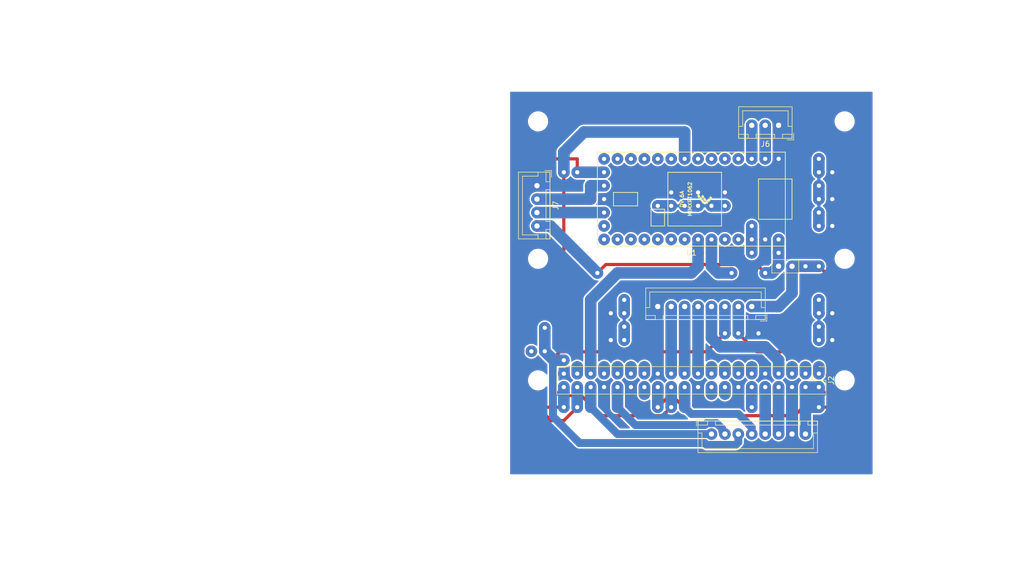
<source format=kicad_pcb>
(kicad_pcb (version 20171130) (host pcbnew "(5.1.6)-1")

  (general
    (thickness 1.6)
    (drawings 45)
    (tracks 226)
    (zones 0)
    (modules 13)
    (nets 60)
  )

  (page A4)
  (layers
    (0 F.Cu signal)
    (31 B.Cu signal)
    (32 B.Adhes user)
    (33 F.Adhes user)
    (34 B.Paste user)
    (35 F.Paste user)
    (36 B.SilkS user)
    (37 F.SilkS user)
    (38 B.Mask user)
    (39 F.Mask user)
    (40 Dwgs.User user)
    (41 Cmts.User user)
    (42 Eco1.User user)
    (43 Eco2.User user)
    (44 Edge.Cuts user)
    (45 Margin user)
    (46 B.CrtYd user)
    (47 F.CrtYd user)
    (48 B.Fab user)
    (49 F.Fab user)
  )

  (setup
    (last_trace_width 2.2)
    (user_trace_width 0.6)
    (user_trace_width 1)
    (user_trace_width 1.5)
    (user_trace_width 2.2)
    (trace_clearance 0.2)
    (zone_clearance 0.508)
    (zone_45_only no)
    (trace_min 0.2)
    (via_size 0.8)
    (via_drill 0.4)
    (via_min_size 0.4)
    (via_min_drill 0.3)
    (user_via 2.2 0.8)
    (uvia_size 0.3)
    (uvia_drill 0.1)
    (uvias_allowed no)
    (uvia_min_size 0.2)
    (uvia_min_drill 0.1)
    (edge_width 0.1)
    (segment_width 0.2)
    (pcb_text_width 0.3)
    (pcb_text_size 1.5 1.5)
    (mod_edge_width 0.15)
    (mod_text_size 1 1)
    (mod_text_width 0.15)
    (pad_size 2.2 2.2)
    (pad_drill 0.8)
    (pad_to_mask_clearance 0)
    (aux_axis_origin 47.51 113.03)
    (visible_elements FFFFFF7F)
    (pcbplotparams
      (layerselection 0x00840_fffffffe)
      (usegerberextensions false)
      (usegerberattributes true)
      (usegerberadvancedattributes true)
      (creategerberjobfile false)
      (excludeedgelayer true)
      (linewidth 0.100000)
      (plotframeref false)
      (viasonmask true)
      (mode 1)
      (useauxorigin true)
      (hpglpennumber 1)
      (hpglpenspeed 20)
      (hpglpendiameter 15.000000)
      (psnegative false)
      (psa4output false)
      (plotreference true)
      (plotvalue true)
      (plotinvisibletext false)
      (padsonsilk false)
      (subtractmaskfromsilk false)
      (outputformat 1)
      (mirror false)
      (drillshape 0)
      (scaleselection 1)
      (outputdirectory "plot/"))
  )

  (net 0 "")
  (net 1 RPI_MOSI)
  (net 2 RPI_MISO)
  (net 3 RPI_SCLK)
  (net 4 RPI_CD)
  (net 5 GND)
  (net 6 RPI_5V)
  (net 7 RPI_LED_CS)
  (net 8 RPI_TOUCH_CS)
  (net 9 RPI_3.3V)
  (net 10 OCTO_SDA)
  (net 11 OCTO_SCL)
  (net 12 RPI_TX)
  (net 13 RPI_RX)
  (net 14 UNUSED_DISPLAY_TOUCH_IRQ)
  (net 15 BCLK1)
  (net 16 OCTO_MULT0)
  (net 17 OCTO_MULT1)
  (net 18 OCTO_MULT2)
  (net 19 "Net-(J2-Pad17)")
  (net 20 OCTO_MULT3)
  (net 21 RPI_READY)
  (net 22 "Net-(J2-Pad27)")
  (net 23 "Net-(J2-Pad28)")
  (net 24 OCTO_RESET)
  (net 25 "Net-(J2-Pad31)")
  (net 26 RPI_I2S_RX_ACTIVE)
  (net 27 "Net-(J2-Pad33)")
  (net 28 LRCLK1)
  (net 29 RPI_I2S_TX_ACTIVE)
  (net 30 "Net-(J2-Pad37)")
  (net 31 I2S_TX1B)
  (net 32 I2S_RX1B)
  (net 33 T40_VIN)
  (net 34 RPI_RUN)
  (net 35 "Net-(U1-Pad33)")
  (net 36 "Net-(U1-Pad15)")
  (net 37 "Net-(U1-Pad14)")
  (net 38 "Net-(U1-Pad16)")
  (net 39 "Net-(U1-Pad17)")
  (net 40 "Net-(U1-Pad18)")
  (net 41 "Net-(U1-Pad19)")
  (net 42 "Net-(U1-Pad20)")
  (net 43 "Net-(U1-Pad21)")
  (net 44 "Net-(U1-Pad24)")
  (net 45 "Net-(U1-Pad25)")
  (net 46 "Net-(U1-Pad26)")
  (net 47 "Net-(U1-Pad13)")
  (net 48 "Net-(U1-Pad12)")
  (net 49 "Net-(U1-Pad11)")
  (net 50 "Net-(U1-Pad10)")
  (net 51 "Net-(U1-Pad9)")
  (net 52 "Net-(U1-Pad7)")
  (net 53 "Net-(U1-Pad6)")
  (net 54 "Net-(U1-Pad5)")
  (net 55 "Net-(U1-Pad4)")
  (net 56 T40_TX1)
  (net 57 T40_RX1)
  (net 58 HOST_D-)
  (net 59 HOST_D+)

  (net_class Default "This is the default net class."
    (clearance 0.2)
    (trace_width 0.25)
    (via_dia 0.8)
    (via_drill 0.4)
    (uvia_dia 0.3)
    (uvia_drill 0.1)
    (add_net BCLK1)
    (add_net GND)
    (add_net HOST_D+)
    (add_net HOST_D-)
    (add_net I2S_RX1B)
    (add_net I2S_TX1B)
    (add_net LRCLK1)
    (add_net "Net-(J2-Pad17)")
    (add_net "Net-(J2-Pad27)")
    (add_net "Net-(J2-Pad28)")
    (add_net "Net-(J2-Pad31)")
    (add_net "Net-(J2-Pad33)")
    (add_net "Net-(J2-Pad37)")
    (add_net "Net-(U1-Pad10)")
    (add_net "Net-(U1-Pad11)")
    (add_net "Net-(U1-Pad12)")
    (add_net "Net-(U1-Pad13)")
    (add_net "Net-(U1-Pad14)")
    (add_net "Net-(U1-Pad15)")
    (add_net "Net-(U1-Pad16)")
    (add_net "Net-(U1-Pad17)")
    (add_net "Net-(U1-Pad18)")
    (add_net "Net-(U1-Pad19)")
    (add_net "Net-(U1-Pad20)")
    (add_net "Net-(U1-Pad21)")
    (add_net "Net-(U1-Pad24)")
    (add_net "Net-(U1-Pad25)")
    (add_net "Net-(U1-Pad26)")
    (add_net "Net-(U1-Pad33)")
    (add_net "Net-(U1-Pad4)")
    (add_net "Net-(U1-Pad5)")
    (add_net "Net-(U1-Pad6)")
    (add_net "Net-(U1-Pad7)")
    (add_net "Net-(U1-Pad9)")
    (add_net OCTO_MULT0)
    (add_net OCTO_MULT1)
    (add_net OCTO_MULT2)
    (add_net OCTO_MULT3)
    (add_net OCTO_RESET)
    (add_net OCTO_SCL)
    (add_net OCTO_SDA)
    (add_net RPI_3.3V)
    (add_net RPI_5V)
    (add_net RPI_CD)
    (add_net RPI_I2S_RX_ACTIVE)
    (add_net RPI_I2S_TX_ACTIVE)
    (add_net RPI_LED_CS)
    (add_net RPI_MISO)
    (add_net RPI_MOSI)
    (add_net RPI_READY)
    (add_net RPI_RUN)
    (add_net RPI_RX)
    (add_net RPI_SCLK)
    (add_net RPI_TOUCH_CS)
    (add_net RPI_TX)
    (add_net T40_RX1)
    (add_net T40_TX1)
    (add_net T40_VIN)
    (add_net UNUSED_DISPLAY_TOUCH_IRQ)
  )

  (module 0_my_footprints:myJSTx04 (layer F.Cu) (tedit 63C19D86) (tstamp 66354898)
    (at 50.8 59.69 270)
    (descr "JST XH series connector, B4B-XH-A (http://www.jst-mfg.com/product/pdf/eng/eXH.pdf), generated with kicad-footprint-generator")
    (tags "connector JST XH vertical")
    (path /6647A8E0)
    (fp_text reference J7 (at 3.75 -3.55 90) (layer F.SilkS)
      (effects (font (size 1 1) (thickness 0.15)))
    )
    (fp_text value "Host USB" (at 3.75 4.6 90) (layer F.Fab)
      (effects (font (size 1 1) (thickness 0.15)))
    )
    (fp_line (start -2.85 -2.75) (end -2.85 -1.5) (layer F.SilkS) (width 0.12))
    (fp_line (start -1.6 -2.75) (end -2.85 -2.75) (layer F.SilkS) (width 0.12))
    (fp_line (start 9.3 2.75) (end 3.75 2.75) (layer F.SilkS) (width 0.12))
    (fp_line (start 9.3 -0.2) (end 9.3 2.75) (layer F.SilkS) (width 0.12))
    (fp_line (start 10.05 -0.2) (end 9.3 -0.2) (layer F.SilkS) (width 0.12))
    (fp_line (start -1.8 2.75) (end 3.75 2.75) (layer F.SilkS) (width 0.12))
    (fp_line (start -1.8 -0.2) (end -1.8 2.75) (layer F.SilkS) (width 0.12))
    (fp_line (start -2.55 -0.2) (end -1.8 -0.2) (layer F.SilkS) (width 0.12))
    (fp_line (start 10.05 -2.45) (end 8.25 -2.45) (layer F.SilkS) (width 0.12))
    (fp_line (start 10.05 -1.7) (end 10.05 -2.45) (layer F.SilkS) (width 0.12))
    (fp_line (start 8.25 -1.7) (end 10.05 -1.7) (layer F.SilkS) (width 0.12))
    (fp_line (start 8.25 -2.45) (end 8.25 -1.7) (layer F.SilkS) (width 0.12))
    (fp_line (start -0.75 -2.45) (end -2.55 -2.45) (layer F.SilkS) (width 0.12))
    (fp_line (start -0.75 -1.7) (end -0.75 -2.45) (layer F.SilkS) (width 0.12))
    (fp_line (start -2.55 -1.7) (end -0.75 -1.7) (layer F.SilkS) (width 0.12))
    (fp_line (start -2.55 -2.45) (end -2.55 -1.7) (layer F.SilkS) (width 0.12))
    (fp_line (start 6.75 -2.45) (end 0.75 -2.45) (layer F.SilkS) (width 0.12))
    (fp_line (start 6.75 -1.7) (end 6.75 -2.45) (layer F.SilkS) (width 0.12))
    (fp_line (start 0.75 -1.7) (end 6.75 -1.7) (layer F.SilkS) (width 0.12))
    (fp_line (start 0.75 -2.45) (end 0.75 -1.7) (layer F.SilkS) (width 0.12))
    (fp_line (start 0 -1.35) (end 0.625 -2.35) (layer F.Fab) (width 0.1))
    (fp_line (start -0.625 -2.35) (end 0 -1.35) (layer F.Fab) (width 0.1))
    (fp_line (start 10.45 -2.85) (end -2.95 -2.85) (layer F.CrtYd) (width 0.05))
    (fp_line (start 10.45 3.9) (end 10.45 -2.85) (layer F.CrtYd) (width 0.05))
    (fp_line (start -2.95 3.9) (end 10.45 3.9) (layer F.CrtYd) (width 0.05))
    (fp_line (start -2.95 -2.85) (end -2.95 3.9) (layer F.CrtYd) (width 0.05))
    (fp_line (start 10.06 -2.46) (end -2.56 -2.46) (layer F.SilkS) (width 0.12))
    (fp_line (start 10.06 3.51) (end 10.06 -2.46) (layer F.SilkS) (width 0.12))
    (fp_line (start -2.56 3.51) (end 10.06 3.51) (layer F.SilkS) (width 0.12))
    (fp_line (start -2.56 -2.46) (end -2.56 3.51) (layer F.SilkS) (width 0.12))
    (fp_line (start 9.95 -2.35) (end -2.45 -2.35) (layer F.Fab) (width 0.1))
    (fp_line (start 9.95 3.4) (end 9.95 -2.35) (layer F.Fab) (width 0.1))
    (fp_line (start -2.45 3.4) (end 9.95 3.4) (layer F.Fab) (width 0.1))
    (fp_line (start -2.45 -2.35) (end -2.45 3.4) (layer F.Fab) (width 0.1))
    (fp_text user %R (at 3.75 2.7 90) (layer F.Fab)
      (effects (font (size 1 1) (thickness 0.15)))
    )
    (pad 1 thru_hole circle (at 0 0 270) (size 2.2 2.2) (drill 1) (layers *.Cu *.Mask)
      (net 5 GND))
    (pad 2 thru_hole circle (at 2.54 0 270) (size 2.2 2.2) (drill 1) (layers *.Cu *.Mask)
      (net 59 HOST_D+))
    (pad 3 thru_hole circle (at 5.08 0 270) (size 2.2 2.2) (drill 1) (layers *.Cu *.Mask)
      (net 58 HOST_D-))
    (pad 4 thru_hole circle (at 7.62 0 270) (size 2.2 2.2) (drill 1) (layers *.Cu *.Mask)
      (net 33 T40_VIN))
    (model ${KISYS3DMOD}/Connector_JST.3dshapes/JST_XH_B4B-XH-A_1x04_P2.50mm_Vertical.wrl
      (at (xyz 0 0 0))
      (scale (xyz 1 1 1))
      (rotate (xyz 0 0 0))
    )
  )

  (module 0_my_footprints:myMountingHole_3.2mm_M3 (layer F.Cu) (tedit 64E3B563) (tstamp 66353DA3)
    (at 109.01 73.52)
    (descr "Mounting Hole 3.2mm, no annular, M3")
    (tags "mounting hole 3.2mm no annular m3")
    (attr virtual)
    (fp_text reference REF** (at 0 -4.2) (layer B.Fab)
      (effects (font (size 1 1) (thickness 0.15)))
    )
    (fp_text value myMountingHole_3.2mm_M3 (at 0 4.2) (layer B.Fab)
      (effects (font (size 1 1) (thickness 0.15)))
    )
    (fp_circle (center 0 0) (end 3.2 0) (layer B.Fab) (width 0.15))
    (pad "" np_thru_hole circle (at 0 0) (size 3.2 3.2) (drill 3.2) (layers *.Cu *.Mask))
  )

  (module 0_my_footprints:myMountingHole_3.2mm_M3 (layer F.Cu) (tedit 64E3B563) (tstamp 66353DA3)
    (at 51.01 73.52)
    (descr "Mounting Hole 3.2mm, no annular, M3")
    (tags "mounting hole 3.2mm no annular m3")
    (attr virtual)
    (fp_text reference REF** (at 0 -4.2) (layer B.Fab)
      (effects (font (size 1 1) (thickness 0.15)))
    )
    (fp_text value myMountingHole_3.2mm_M3 (at 0 4.2) (layer B.Fab)
      (effects (font (size 1 1) (thickness 0.15)))
    )
    (fp_circle (center 0 0) (end 3.2 0) (layer B.Fab) (width 0.15))
    (pad "" np_thru_hole circle (at 0 0) (size 3.2 3.2) (drill 3.2) (layers *.Cu *.Mask))
  )

  (module 0_my_footprints:myMountingHole_3.2mm_M3 (layer F.Cu) (tedit 64E3B563) (tstamp 66353DA3)
    (at 51.01 47.52)
    (descr "Mounting Hole 3.2mm, no annular, M3")
    (tags "mounting hole 3.2mm no annular m3")
    (attr virtual)
    (fp_text reference REF** (at 0 -4.2) (layer B.Fab)
      (effects (font (size 1 1) (thickness 0.15)))
    )
    (fp_text value myMountingHole_3.2mm_M3 (at 0 4.2) (layer B.Fab)
      (effects (font (size 1 1) (thickness 0.15)))
    )
    (fp_circle (center 0 0) (end 3.2 0) (layer B.Fab) (width 0.15))
    (pad "" np_thru_hole circle (at 0 0) (size 3.2 3.2) (drill 3.2) (layers *.Cu *.Mask))
  )

  (module 0_my_footprints:myMountingHole_3.2mm_M3 (layer F.Cu) (tedit 64E3B563) (tstamp 66353DA3)
    (at 51.01 96.52)
    (descr "Mounting Hole 3.2mm, no annular, M3")
    (tags "mounting hole 3.2mm no annular m3")
    (attr virtual)
    (fp_text reference REF** (at 0 -4.2) (layer B.Fab)
      (effects (font (size 1 1) (thickness 0.15)))
    )
    (fp_text value myMountingHole_3.2mm_M3 (at 0 4.2) (layer B.Fab)
      (effects (font (size 1 1) (thickness 0.15)))
    )
    (fp_circle (center 0 0) (end 3.2 0) (layer B.Fab) (width 0.15))
    (pad "" np_thru_hole circle (at 0 0) (size 3.2 3.2) (drill 3.2) (layers *.Cu *.Mask))
  )

  (module 0_my_footprints:myMountingHole_3.2mm_M3 (layer F.Cu) (tedit 64E3B563) (tstamp 66353DA3)
    (at 109.01 96.52)
    (descr "Mounting Hole 3.2mm, no annular, M3")
    (tags "mounting hole 3.2mm no annular m3")
    (attr virtual)
    (fp_text reference REF** (at 0 -4.2) (layer B.Fab)
      (effects (font (size 1 1) (thickness 0.15)))
    )
    (fp_text value myMountingHole_3.2mm_M3 (at 0 4.2) (layer B.Fab)
      (effects (font (size 1 1) (thickness 0.15)))
    )
    (fp_circle (center 0 0) (end 3.2 0) (layer B.Fab) (width 0.15))
    (pad "" np_thru_hole circle (at 0 0) (size 3.2 3.2) (drill 3.2) (layers *.Cu *.Mask))
  )

  (module 0_my_footprints:myMountingHole_3.2mm_M3 (layer F.Cu) (tedit 64E3B563) (tstamp 66353DA1)
    (at 109.01 47.52)
    (descr "Mounting Hole 3.2mm, no annular, M3")
    (tags "mounting hole 3.2mm no annular m3")
    (attr virtual)
    (fp_text reference REF** (at 0 -4.2) (layer B.Fab)
      (effects (font (size 1 1) (thickness 0.15)))
    )
    (fp_text value myMountingHole_3.2mm_M3 (at 0 4.2) (layer B.Fab)
      (effects (font (size 1 1) (thickness 0.15)))
    )
    (fp_circle (center 0 0) (end 3.2 0) (layer B.Fab) (width 0.15))
    (pad "" np_thru_hole circle (at 0 0) (size 3.2 3.2) (drill 3.2) (layers *.Cu *.Mask))
  )

  (module 0_my_footprints:myJSTx08 (layer F.Cu) (tedit 63C19EB8) (tstamp 6634D2E3)
    (at 91.44 82.55 180)
    (descr "JST XH series connector, B8B-XH-A (http://www.jst-mfg.com/product/pdf/eng/eXH.pdf), generated with kicad-footprint-generator")
    (tags "connector JST XH vertical")
    (path /666229FF)
    (fp_text reference J1 (at 8.75 -3.55) (layer F.SilkS) hide
      (effects (font (size 1 1) (thickness 0.15)))
    )
    (fp_text value RPI_ILI9488 (at 8.75 4.6) (layer F.Fab)
      (effects (font (size 1 1) (thickness 0.15)))
    )
    (fp_line (start -2.85 -2.75) (end -2.85 -1.5) (layer F.SilkS) (width 0.12))
    (fp_line (start -1.6 -2.75) (end -2.85 -2.75) (layer F.SilkS) (width 0.12))
    (fp_line (start 19.3 2.75) (end 8.75 2.75) (layer F.SilkS) (width 0.12))
    (fp_line (start 19.3 -0.2) (end 19.3 2.75) (layer F.SilkS) (width 0.12))
    (fp_line (start 20.05 -0.2) (end 19.3 -0.2) (layer F.SilkS) (width 0.12))
    (fp_line (start -1.8 2.75) (end 8.75 2.75) (layer F.SilkS) (width 0.12))
    (fp_line (start -1.8 -0.2) (end -1.8 2.75) (layer F.SilkS) (width 0.12))
    (fp_line (start -2.55 -0.2) (end -1.8 -0.2) (layer F.SilkS) (width 0.12))
    (fp_line (start 20.05 -2.45) (end 18.25 -2.45) (layer F.SilkS) (width 0.12))
    (fp_line (start 20.05 -1.7) (end 20.05 -2.45) (layer F.SilkS) (width 0.12))
    (fp_line (start 18.25 -1.7) (end 20.05 -1.7) (layer F.SilkS) (width 0.12))
    (fp_line (start 18.25 -2.45) (end 18.25 -1.7) (layer F.SilkS) (width 0.12))
    (fp_line (start -0.75 -2.45) (end -2.55 -2.45) (layer F.SilkS) (width 0.12))
    (fp_line (start -0.75 -1.7) (end -0.75 -2.45) (layer F.SilkS) (width 0.12))
    (fp_line (start -2.55 -1.7) (end -0.75 -1.7) (layer F.SilkS) (width 0.12))
    (fp_line (start -2.55 -2.45) (end -2.55 -1.7) (layer F.SilkS) (width 0.12))
    (fp_line (start 16.75 -2.45) (end 0.75 -2.45) (layer F.SilkS) (width 0.12))
    (fp_line (start 16.75 -1.7) (end 16.75 -2.45) (layer F.SilkS) (width 0.12))
    (fp_line (start 0.75 -1.7) (end 16.75 -1.7) (layer F.SilkS) (width 0.12))
    (fp_line (start 0.75 -2.45) (end 0.75 -1.7) (layer F.SilkS) (width 0.12))
    (fp_line (start 0 -1.35) (end 0.625 -2.35) (layer F.Fab) (width 0.1))
    (fp_line (start -0.625 -2.35) (end 0 -1.35) (layer F.Fab) (width 0.1))
    (fp_line (start 20.45 -2.85) (end -2.95 -2.85) (layer F.CrtYd) (width 0.05))
    (fp_line (start 20.45 3.9) (end 20.45 -2.85) (layer F.CrtYd) (width 0.05))
    (fp_line (start -2.95 3.9) (end 20.45 3.9) (layer F.CrtYd) (width 0.05))
    (fp_line (start -2.95 -2.85) (end -2.95 3.9) (layer F.CrtYd) (width 0.05))
    (fp_line (start 20.06 -2.46) (end -2.56 -2.46) (layer F.SilkS) (width 0.12))
    (fp_line (start 20.06 3.51) (end 20.06 -2.46) (layer F.SilkS) (width 0.12))
    (fp_line (start -2.56 3.51) (end 20.06 3.51) (layer F.SilkS) (width 0.12))
    (fp_line (start -2.56 -2.46) (end -2.56 3.51) (layer F.SilkS) (width 0.12))
    (fp_line (start 19.95 -2.35) (end -2.45 -2.35) (layer F.Fab) (width 0.1))
    (fp_line (start 19.95 3.4) (end 19.95 -2.35) (layer F.Fab) (width 0.1))
    (fp_line (start -2.45 3.4) (end 19.95 3.4) (layer F.Fab) (width 0.1))
    (fp_line (start -2.45 -2.35) (end -2.45 3.4) (layer F.Fab) (width 0.1))
    (fp_text user %R (at 8.75 2.7) (layer F.Fab) hide
      (effects (font (size 1 1) (thickness 0.15)))
    )
    (pad 1 thru_hole circle (at 0 0 180) (size 2.2 2.2) (drill 1) (layers *.Cu *.Mask)
      (net 6 RPI_5V))
    (pad 2 thru_hole circle (at 2.54 0 180) (size 2.2 2.2) (drill 1) (layers *.Cu *.Mask)
      (net 8 RPI_TOUCH_CS))
    (pad 3 thru_hole circle (at 5.08 0 180) (size 2.2 2.2) (drill 1) (layers *.Cu *.Mask)
      (net 7 RPI_LED_CS))
    (pad 4 thru_hole circle (at 7.62 0 180) (size 2.2 2.2) (drill 1) (layers *.Cu *.Mask)
      (net 4 RPI_CD))
    (pad 5 thru_hole circle (at 10.16 0 180) (size 2.2 2.2) (drill 1) (layers *.Cu *.Mask)
      (net 1 RPI_MOSI))
    (pad 6 thru_hole circle (at 12.7 0 180) (size 2.2 2.2) (drill 1) (layers *.Cu *.Mask)
      (net 2 RPI_MISO))
    (pad 7 thru_hole circle (at 15.24 0 180) (size 2.2 2.2) (drill 1) (layers *.Cu *.Mask)
      (net 3 RPI_SCLK))
    (pad 8 thru_hole circle (at 17.78 0 180) (size 2.2 2.2) (drill 1) (layers *.Cu *.Mask)
      (net 5 GND))
    (model ${KISYS3DMOD}/Connector_JST.3dshapes/JST_XH_B8B-XH-A_1x08_P2.50mm_Vertical.wrl
      (at (xyz 0 0 0))
      (scale (xyz 1 1 1))
      (rotate (xyz 0 0 0))
    )
  )

  (module 0_my_footprints:myPinHeader_1x02 (layer F.Cu) (tedit 64E3B5C8) (tstamp 6634D32C)
    (at 99.06 74.93 270)
    (descr "Through hole straight pin header, 1x02, 2.54mm pitch, single row")
    (tags "Through hole pin header THT 1x02 2.54mm single row")
    (path /66582C3E)
    (fp_text reference J3 (at 0 -2.33 90) (layer F.SilkS) hide
      (effects (font (size 1 1) (thickness 0.15)))
    )
    (fp_text value "T40 Power" (at 0 4.87 90) (layer F.Fab)
      (effects (font (size 1 1) (thickness 0.15)))
    )
    (fp_line (start -1.27 1.27) (end 1.27 1.27) (layer F.SilkS) (width 0.12))
    (fp_line (start 1.27 -1.27) (end -1.27 -1.27) (layer F.SilkS) (width 0.12))
    (fp_line (start 1.27 3.81) (end 1.27 -1.27) (layer F.SilkS) (width 0.12))
    (fp_line (start -1.27 3.81) (end 1.27 3.81) (layer F.SilkS) (width 0.12))
    (fp_line (start -1.27 -1.27) (end -1.27 3.81) (layer F.SilkS) (width 0.12))
    (pad 1 thru_hole circle (at 0 0 270) (size 2.2 2.2) (drill 1) (layers *.Cu *.Mask)
      (net 6 RPI_5V))
    (pad 2 thru_hole circle (at 0 2.54 270) (size 2.2 2.2) (drill 1) (layers *.Cu *.Mask)
      (net 33 T40_VIN))
    (model ${KISYS3DMOD}/Connector_PinHeader_2.54mm.3dshapes/PinHeader_1x02_P2.54mm_Vertical.wrl
      (at (xyz 0 0 0))
      (scale (xyz 1 1 1))
      (rotate (xyz 0 0 0))
    )
  )

  (module 0_my_footprints:myJSTx08 (layer F.Cu) (tedit 63C19EB8) (tstamp 6634DD38)
    (at 83.82 106.68)
    (descr "JST XH series connector, B8B-XH-A (http://www.jst-mfg.com/product/pdf/eng/eXH.pdf), generated with kicad-footprint-generator")
    (tags "connector JST XH vertical")
    (path /663E0DFB)
    (fp_text reference J4 (at 8.75 -3.55) (layer F.SilkS) hide
      (effects (font (size 1 1) (thickness 0.15)))
    )
    (fp_text value "teensy Controller" (at 8.75 4.6) (layer F.Fab)
      (effects (font (size 1 1) (thickness 0.15)))
    )
    (fp_text user %R (at 8.75 2.7) (layer F.Fab) hide
      (effects (font (size 1 1) (thickness 0.15)))
    )
    (fp_line (start -2.45 -2.35) (end -2.45 3.4) (layer F.Fab) (width 0.1))
    (fp_line (start -2.45 3.4) (end 19.95 3.4) (layer F.Fab) (width 0.1))
    (fp_line (start 19.95 3.4) (end 19.95 -2.35) (layer F.Fab) (width 0.1))
    (fp_line (start 19.95 -2.35) (end -2.45 -2.35) (layer F.Fab) (width 0.1))
    (fp_line (start -2.56 -2.46) (end -2.56 3.51) (layer F.SilkS) (width 0.12))
    (fp_line (start -2.56 3.51) (end 20.06 3.51) (layer F.SilkS) (width 0.12))
    (fp_line (start 20.06 3.51) (end 20.06 -2.46) (layer F.SilkS) (width 0.12))
    (fp_line (start 20.06 -2.46) (end -2.56 -2.46) (layer F.SilkS) (width 0.12))
    (fp_line (start -2.95 -2.85) (end -2.95 3.9) (layer F.CrtYd) (width 0.05))
    (fp_line (start -2.95 3.9) (end 20.45 3.9) (layer F.CrtYd) (width 0.05))
    (fp_line (start 20.45 3.9) (end 20.45 -2.85) (layer F.CrtYd) (width 0.05))
    (fp_line (start 20.45 -2.85) (end -2.95 -2.85) (layer F.CrtYd) (width 0.05))
    (fp_line (start -0.625 -2.35) (end 0 -1.35) (layer F.Fab) (width 0.1))
    (fp_line (start 0 -1.35) (end 0.625 -2.35) (layer F.Fab) (width 0.1))
    (fp_line (start 0.75 -2.45) (end 0.75 -1.7) (layer F.SilkS) (width 0.12))
    (fp_line (start 0.75 -1.7) (end 16.75 -1.7) (layer F.SilkS) (width 0.12))
    (fp_line (start 16.75 -1.7) (end 16.75 -2.45) (layer F.SilkS) (width 0.12))
    (fp_line (start 16.75 -2.45) (end 0.75 -2.45) (layer F.SilkS) (width 0.12))
    (fp_line (start -2.55 -2.45) (end -2.55 -1.7) (layer F.SilkS) (width 0.12))
    (fp_line (start -2.55 -1.7) (end -0.75 -1.7) (layer F.SilkS) (width 0.12))
    (fp_line (start -0.75 -1.7) (end -0.75 -2.45) (layer F.SilkS) (width 0.12))
    (fp_line (start -0.75 -2.45) (end -2.55 -2.45) (layer F.SilkS) (width 0.12))
    (fp_line (start 18.25 -2.45) (end 18.25 -1.7) (layer F.SilkS) (width 0.12))
    (fp_line (start 18.25 -1.7) (end 20.05 -1.7) (layer F.SilkS) (width 0.12))
    (fp_line (start 20.05 -1.7) (end 20.05 -2.45) (layer F.SilkS) (width 0.12))
    (fp_line (start 20.05 -2.45) (end 18.25 -2.45) (layer F.SilkS) (width 0.12))
    (fp_line (start -2.55 -0.2) (end -1.8 -0.2) (layer F.SilkS) (width 0.12))
    (fp_line (start -1.8 -0.2) (end -1.8 2.75) (layer F.SilkS) (width 0.12))
    (fp_line (start -1.8 2.75) (end 8.75 2.75) (layer F.SilkS) (width 0.12))
    (fp_line (start 20.05 -0.2) (end 19.3 -0.2) (layer F.SilkS) (width 0.12))
    (fp_line (start 19.3 -0.2) (end 19.3 2.75) (layer F.SilkS) (width 0.12))
    (fp_line (start 19.3 2.75) (end 8.75 2.75) (layer F.SilkS) (width 0.12))
    (fp_line (start -1.6 -2.75) (end -2.85 -2.75) (layer F.SilkS) (width 0.12))
    (fp_line (start -2.85 -2.75) (end -2.85 -1.5) (layer F.SilkS) (width 0.12))
    (pad 8 thru_hole circle (at 17.78 0) (size 2.2 2.2) (drill 1) (layers *.Cu *.Mask)
      (net 6 RPI_5V))
    (pad 7 thru_hole circle (at 15.24 0) (size 2.2 2.2) (drill 1) (layers *.Cu *.Mask)
      (net 5 GND))
    (pad 6 thru_hole circle (at 12.7 0) (size 2.2 2.2) (drill 1) (layers *.Cu *.Mask)
      (net 12 RPI_TX))
    (pad 5 thru_hole circle (at 10.16 0) (size 2.2 2.2) (drill 1) (layers *.Cu *.Mask)
      (net 13 RPI_RX))
    (pad 4 thru_hole circle (at 7.62 0) (size 2.2 2.2) (drill 1) (layers *.Cu *.Mask)
      (net 21 RPI_READY))
    (pad 3 thru_hole circle (at 5.08 0) (size 2.2 2.2) (drill 1) (layers *.Cu *.Mask)
      (net 34 RPI_RUN))
    (pad 2 thru_hole circle (at 2.54 0) (size 2.2 2.2) (drill 1) (layers *.Cu *.Mask)
      (net 26 RPI_I2S_RX_ACTIVE))
    (pad 1 thru_hole circle (at 0 0) (size 2.2 2.2) (drill 1) (layers *.Cu *.Mask)
      (net 29 RPI_I2S_TX_ACTIVE))
    (model ${KISYS3DMOD}/Connector_JST.3dshapes/JST_XH_B8B-XH-A_1x08_P2.50mm_Vertical.wrl
      (at (xyz 0 0 0))
      (scale (xyz 1 1 1))
      (rotate (xyz 0 0 0))
    )
  )

  (module 0_my_teensy:myTeensy40_mod (layer F.Cu) (tedit 6634CE8C) (tstamp 6634D3A9)
    (at 96.52 54.61 180)
    (path /6634F8C6)
    (fp_text reference U1 (at 16.51 -17.78) (layer F.SilkS)
      (effects (font (size 1 1) (thickness 0.15)))
    )
    (fp_text value myTeensy4.0_mod (at 15.24 -7.62) (layer F.Fab)
      (effects (font (size 1 1) (thickness 0.15)))
    )
    (fp_line (start -1.27 -3.81) (end -2.54 -3.81) (layer F.SilkS) (width 0.15))
    (fp_line (start -2.54 -3.81) (end -2.54 -11.43) (layer F.SilkS) (width 0.15))
    (fp_line (start -2.54 -11.43) (end -1.27 -11.43) (layer F.SilkS) (width 0.15))
    (fp_line (start 3.81 -3.81) (end 3.81 -11.43) (layer F.SilkS) (width 0.15))
    (fp_line (start 3.81 -11.43) (end -1.27 -11.43) (layer F.SilkS) (width 0.15))
    (fp_line (start 3.81 -3.81) (end -1.27 -3.81) (layer F.SilkS) (width 0.15))
    (fp_line (start 31.242 -8.89) (end 31.242 -6.35) (layer F.SilkS) (width 0.15))
    (fp_line (start 31.242 -6.35) (end 26.67 -6.35) (layer F.SilkS) (width 0.15))
    (fp_line (start 26.67 -6.35) (end 26.67 -8.89) (layer F.SilkS) (width 0.15))
    (fp_line (start 26.67 -8.89) (end 31.242 -8.89) (layer F.SilkS) (width 0.15))
    (fp_line (start 20.955 -2.54) (end 20.955 -12.7) (layer F.SilkS) (width 0.15))
    (fp_line (start 10.795 -12.7) (end 10.795 -2.54) (layer F.SilkS) (width 0.15))
    (fp_line (start 20.955 -12.7) (end 10.795 -12.7) (layer F.SilkS) (width 0.15))
    (fp_line (start 20.955 -2.54) (end 10.795 -2.54) (layer F.SilkS) (width 0.15))
    (fp_line (start -1.27 -16.51) (end 34.29 -16.51) (layer F.SilkS) (width 0.15))
    (fp_line (start 34.29 -16.51) (end 34.29 1.27) (layer F.SilkS) (width 0.15))
    (fp_line (start 34.29 1.27) (end -1.27 1.27) (layer F.SilkS) (width 0.15))
    (fp_line (start -1.27 1.27) (end -1.27 -16.51) (layer F.SilkS) (width 0.15))
    (fp_line (start 21.59 -12.7) (end 24.13 -12.7) (layer F.SilkS) (width 0.15))
    (fp_line (start 24.13 -12.7) (end 24.13 -9.525) (layer F.SilkS) (width 0.15))
    (fp_line (start 24.13 -9.525) (end 21.59 -9.525) (layer F.SilkS) (width 0.15))
    (fp_line (start 21.59 -9.525) (end 21.59 -12.7) (layer F.SilkS) (width 0.15))
    (fp_poly (pts (xy 13.335 -8.255) (xy 13.589 -8.509) (xy 13.843 -8.128) (xy 13.589 -7.874)) (layer F.SilkS) (width 0.1))
    (fp_poly (pts (xy 13.716 -7.747) (xy 13.97 -8.001) (xy 14.224 -7.62) (xy 13.97 -7.366)) (layer F.SilkS) (width 0.1))
    (fp_poly (pts (xy 14.097 -7.239) (xy 14.351 -7.493) (xy 14.605 -7.112) (xy 14.351 -6.858)) (layer F.SilkS) (width 0.1))
    (fp_poly (pts (xy 14.097 -8.128) (xy 14.351 -8.382) (xy 14.605 -8.001) (xy 14.351 -7.747)) (layer F.SilkS) (width 0.1))
    (fp_poly (pts (xy 14.478 -7.62) (xy 14.732 -7.874) (xy 14.986 -7.493) (xy 14.732 -7.239)) (layer F.SilkS) (width 0.1))
    (fp_poly (pts (xy 14.859 -7.112) (xy 15.113 -7.366) (xy 15.367 -6.985) (xy 15.113 -6.731)) (layer F.SilkS) (width 0.1))
    (fp_poly (pts (xy 12.954 -7.874) (xy 13.208 -8.128) (xy 13.462 -7.747) (xy 13.208 -7.493)) (layer F.SilkS) (width 0.1))
    (fp_poly (pts (xy 12.573 -7.493) (xy 12.827 -7.747) (xy 13.081 -7.366) (xy 12.827 -7.112)) (layer F.SilkS) (width 0.1))
    (fp_text user MIMXRT1062 (at 16.764 -7.62 90) (layer F.SilkS)
      (effects (font (size 0.7 0.7) (thickness 0.15)))
    )
    (fp_text user DVL6A (at 18.288 -7.62 90) (layer F.SilkS)
      (effects (font (size 0.7 0.7) (thickness 0.15)))
    )
    (pad 31 thru_hole circle (at 33.02 -7.62 180) (size 2.2 2.2) (drill 0.8) (layers *.Cu *.Mask)
      (net 5 GND))
    (pad 32 thru_hole circle (at 33.02 -10.16 180) (size 2.2 2.2) (drill 0.8) (layers *.Cu *.Mask)
      (net 58 HOST_D-))
    (pad 33 thru_hole circle (at 33.02 -12.7 180) (size 2.2 2.2) (drill 0.8) (layers *.Cu *.Mask)
      (net 35 "Net-(U1-Pad33)"))
    (pad 15 thru_hole circle (at 33.02 -15.24 180) (size 2.2 2.2) (drill 0.8) (layers *.Cu *.Mask)
      (net 36 "Net-(U1-Pad15)"))
    (pad 30 thru_hole circle (at 33.02 -5.08 180) (size 2.2 2.2) (drill 0.8) (layers *.Cu *.Mask)
      (net 59 HOST_D+))
    (pad 29 thru_hole circle (at 33.02 -2.54 180) (size 2.2 2.2) (drill 0.8) (layers *.Cu *.Mask)
      (net 31 I2S_TX1B))
    (pad 14 thru_hole circle (at 33.02 0 180) (size 2.2 2.2) (drill 0.8) (layers *.Cu *.Mask)
      (net 37 "Net-(U1-Pad14)"))
    (pad 16 thru_hole circle (at 30.48 -15.24 180) (size 2.2 2.2) (drill 0.8) (layers *.Cu *.Mask)
      (net 38 "Net-(U1-Pad16)"))
    (pad 17 thru_hole circle (at 27.94 -15.24 180) (size 2.2 2.2) (drill 0.8) (layers *.Cu *.Mask)
      (net 39 "Net-(U1-Pad17)"))
    (pad 18 thru_hole circle (at 25.4 -15.24 180) (size 2.2 2.2) (drill 0.8) (layers *.Cu *.Mask)
      (net 40 "Net-(U1-Pad18)"))
    (pad 19 thru_hole circle (at 22.86 -15.24 180) (size 2.2 2.2) (drill 0.8) (layers *.Cu *.Mask)
      (net 41 "Net-(U1-Pad19)"))
    (pad 20 thru_hole circle (at 20.32 -15.24 180) (size 2.2 2.2) (drill 0.8) (layers *.Cu *.Mask)
      (net 42 "Net-(U1-Pad20)"))
    (pad 21 thru_hole circle (at 17.78 -15.24 180) (size 2.2 2.2) (drill 0.8) (layers *.Cu *.Mask)
      (net 43 "Net-(U1-Pad21)"))
    (pad 22 thru_hole circle (at 15.24 -15.24 180) (size 2.2 2.2) (drill 0.8) (layers *.Cu *.Mask)
      (net 28 LRCLK1))
    (pad 23 thru_hole circle (at 12.7 -15.24 180) (size 2.2 2.2) (drill 0.8) (layers *.Cu *.Mask)
      (net 15 BCLK1))
    (pad 24 thru_hole circle (at 10.16 -15.24 180) (size 2.2 2.2) (drill 0.8) (layers *.Cu *.Mask)
      (net 44 "Net-(U1-Pad24)"))
    (pad 25 thru_hole circle (at 7.62 -15.24 180) (size 2.2 2.2) (drill 0.8) (layers *.Cu *.Mask)
      (net 45 "Net-(U1-Pad25)"))
    (pad 26 thru_hole circle (at 5.08 -15.24 180) (size 2.2 2.2) (drill 0.8) (layers *.Cu *.Mask)
      (net 46 "Net-(U1-Pad26)"))
    (pad 27 thru_hole circle (at 2.54 -15.24 180) (size 2.2 2.2) (drill 0.8) (layers *.Cu *.Mask)
      (net 5 GND))
    (pad 28 thru_hole circle (at 0 -15.24 180) (size 2.2 2.2) (drill 0.8) (layers *.Cu *.Mask)
      (net 33 T40_VIN))
    (pad 13 thru_hole circle (at 30.48 0 180) (size 2.2 2.2) (drill 0.8) (layers *.Cu *.Mask)
      (net 47 "Net-(U1-Pad13)"))
    (pad 12 thru_hole circle (at 27.94 0 180) (size 2.2 2.2) (drill 0.8) (layers *.Cu *.Mask)
      (net 48 "Net-(U1-Pad12)"))
    (pad 11 thru_hole circle (at 25.4 0 180) (size 2.2 2.2) (drill 0.8) (layers *.Cu *.Mask)
      (net 49 "Net-(U1-Pad11)"))
    (pad 10 thru_hole circle (at 22.86 0 180) (size 2.2 2.2) (drill 0.8) (layers *.Cu *.Mask)
      (net 50 "Net-(U1-Pad10)"))
    (pad 9 thru_hole circle (at 20.32 0 180) (size 2.2 2.2) (drill 0.8) (layers *.Cu *.Mask)
      (net 51 "Net-(U1-Pad9)"))
    (pad 8 thru_hole circle (at 17.78 0 180) (size 2.2 2.2) (drill 0.8) (layers *.Cu *.Mask)
      (net 32 I2S_RX1B))
    (pad 7 thru_hole circle (at 15.24 0 180) (size 2.2 2.2) (drill 0.8) (layers *.Cu *.Mask)
      (net 52 "Net-(U1-Pad7)"))
    (pad 6 thru_hole circle (at 12.7 0 180) (size 2.2 2.2) (drill 0.8) (layers *.Cu *.Mask)
      (net 53 "Net-(U1-Pad6)"))
    (pad 5 thru_hole circle (at 10.16 0 180) (size 2.2 2.2) (drill 0.8) (layers *.Cu *.Mask)
      (net 54 "Net-(U1-Pad5)"))
    (pad 4 thru_hole circle (at 7.62 0 180) (size 2.2 2.2) (drill 0.8) (layers *.Cu *.Mask)
      (net 55 "Net-(U1-Pad4)"))
    (pad 3 thru_hole circle (at 5.08 0 180) (size 2.2 2.2) (drill 0.8) (layers *.Cu *.Mask)
      (net 56 T40_TX1))
    (pad 2 thru_hole circle (at 2.54 0 180) (size 2.2 2.2) (drill 0.8) (layers *.Cu *.Mask)
      (net 57 T40_RX1))
    (pad 1 thru_hole circle (at 0 0 180) (size 2.2 2.2) (drill 0.8) (layers *.Cu *.Mask)
      (net 5 GND))
    (model ${KICAD_USER_DIR}/teensy.pretty/Teensy_4.0_Assembly.STEP
      (offset (xyz 33 9.5 -11))
      (scale (xyz 1 1 1))
      (rotate (xyz -90 0 0))
    )
  )

  (module 0_my_footprints:myJSTx03 (layer F.Cu) (tedit 63C19D3D) (tstamp 66354525)
    (at 96.52 48.26 180)
    (descr "JST XH series connector, B3B-XH-A (http://www.jst-mfg.com/product/pdf/eng/eXH.pdf), generated with kicad-footprint-generator")
    (tags "connector JST XH vertical")
    (path /66460E1E)
    (fp_text reference J6 (at 2.5 -3.55) (layer F.SilkS)
      (effects (font (size 1 1) (thickness 0.15)))
    )
    (fp_text value "T4 Serial" (at 2.5 4.6) (layer F.Fab)
      (effects (font (size 1 1) (thickness 0.15)))
    )
    (fp_line (start -2.85 -2.75) (end -2.85 -1.5) (layer F.SilkS) (width 0.12))
    (fp_line (start -1.6 -2.75) (end -2.85 -2.75) (layer F.SilkS) (width 0.12))
    (fp_line (start 6.8 2.75) (end 2.5 2.75) (layer F.SilkS) (width 0.12))
    (fp_line (start 6.8 -0.2) (end 6.8 2.75) (layer F.SilkS) (width 0.12))
    (fp_line (start 7.55 -0.2) (end 6.8 -0.2) (layer F.SilkS) (width 0.12))
    (fp_line (start -1.8 2.75) (end 2.5 2.75) (layer F.SilkS) (width 0.12))
    (fp_line (start -1.8 -0.2) (end -1.8 2.75) (layer F.SilkS) (width 0.12))
    (fp_line (start -2.55 -0.2) (end -1.8 -0.2) (layer F.SilkS) (width 0.12))
    (fp_line (start 7.55 -2.45) (end 5.75 -2.45) (layer F.SilkS) (width 0.12))
    (fp_line (start 7.55 -1.7) (end 7.55 -2.45) (layer F.SilkS) (width 0.12))
    (fp_line (start 5.75 -1.7) (end 7.55 -1.7) (layer F.SilkS) (width 0.12))
    (fp_line (start 5.75 -2.45) (end 5.75 -1.7) (layer F.SilkS) (width 0.12))
    (fp_line (start -0.75 -2.45) (end -2.55 -2.45) (layer F.SilkS) (width 0.12))
    (fp_line (start -0.75 -1.7) (end -0.75 -2.45) (layer F.SilkS) (width 0.12))
    (fp_line (start -2.55 -1.7) (end -0.75 -1.7) (layer F.SilkS) (width 0.12))
    (fp_line (start -2.55 -2.45) (end -2.55 -1.7) (layer F.SilkS) (width 0.12))
    (fp_line (start 4.25 -2.45) (end 0.75 -2.45) (layer F.SilkS) (width 0.12))
    (fp_line (start 4.25 -1.7) (end 4.25 -2.45) (layer F.SilkS) (width 0.12))
    (fp_line (start 0.75 -1.7) (end 4.25 -1.7) (layer F.SilkS) (width 0.12))
    (fp_line (start 0.75 -2.45) (end 0.75 -1.7) (layer F.SilkS) (width 0.12))
    (fp_line (start 0 -1.35) (end 0.625 -2.35) (layer F.Fab) (width 0.1))
    (fp_line (start -0.625 -2.35) (end 0 -1.35) (layer F.Fab) (width 0.1))
    (fp_line (start 7.95 -2.85) (end -2.95 -2.85) (layer F.CrtYd) (width 0.05))
    (fp_line (start 7.95 3.9) (end 7.95 -2.85) (layer F.CrtYd) (width 0.05))
    (fp_line (start -2.95 3.9) (end 7.95 3.9) (layer F.CrtYd) (width 0.05))
    (fp_line (start -2.95 -2.85) (end -2.95 3.9) (layer F.CrtYd) (width 0.05))
    (fp_line (start 7.56 -2.46) (end -2.56 -2.46) (layer F.SilkS) (width 0.12))
    (fp_line (start 7.56 3.51) (end 7.56 -2.46) (layer F.SilkS) (width 0.12))
    (fp_line (start -2.56 3.51) (end 7.56 3.51) (layer F.SilkS) (width 0.12))
    (fp_line (start -2.56 -2.46) (end -2.56 3.51) (layer F.SilkS) (width 0.12))
    (fp_line (start 7.45 -2.35) (end -2.45 -2.35) (layer F.Fab) (width 0.1))
    (fp_line (start 7.45 3.4) (end 7.45 -2.35) (layer F.Fab) (width 0.1))
    (fp_line (start -2.45 3.4) (end 7.45 3.4) (layer F.Fab) (width 0.1))
    (fp_line (start -2.45 -2.35) (end -2.45 3.4) (layer F.Fab) (width 0.1))
    (fp_text user %R (at 2.5 2.7) (layer F.Fab)
      (effects (font (size 1 1) (thickness 0.15)))
    )
    (pad 1 thru_hole circle (at 0 0 180) (size 2.2 2.2) (drill 1) (layers *.Cu *.Mask)
      (net 5 GND))
    (pad 2 thru_hole circle (at 2.54 0 180) (size 2.2 2.2) (drill 1) (layers *.Cu *.Mask)
      (net 57 T40_RX1))
    (pad 3 thru_hole circle (at 5.08 0 180) (size 2.2 2.2) (drill 1) (layers *.Cu *.Mask)
      (net 56 T40_TX1))
    (model ${KISYS3DMOD}/Connector_JST.3dshapes/JST_XH_B3B-XH-A_1x03_P2.50mm_Vertical.wrl
      (at (xyz 0 0 0))
      (scale (xyz 1 1 1))
      (rotate (xyz 0 0 0))
    )
  )

  (module 0_my_footprints:myRpiConnector_bottom (layer F.Cu) (tedit 6635146E) (tstamp 66355F7F)
    (at 104.14 95.25 270)
    (descr "Through hole straight pin header, 2x20, 2.54mm pitch, double rows")
    (tags "Through hole pin header THT 2x20 2.54mm double row")
    (path /6636D4F6)
    (fp_text reference J2 (at 1.27 -2.33 90) (layer F.SilkS)
      (effects (font (size 1 1) (thickness 0.15)))
    )
    (fp_text value rpi_connector (at 1.27 50.59 90) (layer F.Fab)
      (effects (font (size 1 1) (thickness 0.15)))
    )
    (fp_line (start 0 -1.27) (end 3.81 -1.27) (layer F.Fab) (width 0.1))
    (fp_line (start 3.81 -1.27) (end 3.81 49.53) (layer F.Fab) (width 0.1))
    (fp_line (start 3.81 49.53) (end -1.27 49.53) (layer F.Fab) (width 0.1))
    (fp_line (start -1.27 49.53) (end -1.27 0) (layer F.Fab) (width 0.1))
    (fp_line (start -1.27 0) (end 0 -1.27) (layer F.Fab) (width 0.1))
    (fp_line (start -1.33 49.59) (end 3.87 49.59) (layer F.SilkS) (width 0.12))
    (fp_line (start -1.33 1.27) (end -1.33 49.59) (layer F.SilkS) (width 0.12))
    (fp_line (start 3.87 -1.33) (end 3.87 49.59) (layer F.SilkS) (width 0.12))
    (fp_line (start -1.33 1.27) (end 1.27 1.27) (layer F.SilkS) (width 0.12))
    (fp_line (start 1.27 1.27) (end 1.27 -1.33) (layer F.SilkS) (width 0.12))
    (fp_line (start 1.27 -1.33) (end 3.87 -1.33) (layer F.SilkS) (width 0.12))
    (fp_line (start -1.33 0) (end -1.33 -1.33) (layer F.SilkS) (width 0.12))
    (fp_line (start -1.33 -1.33) (end 0 -1.33) (layer F.SilkS) (width 0.12))
    (fp_line (start -1.8 -1.8) (end -1.8 50.05) (layer F.CrtYd) (width 0.05))
    (fp_line (start -1.8 50.05) (end 4.35 50.05) (layer F.CrtYd) (width 0.05))
    (fp_line (start 4.35 50.05) (end 4.35 -1.8) (layer F.CrtYd) (width 0.05))
    (fp_line (start 4.35 -1.8) (end -1.8 -1.8) (layer F.CrtYd) (width 0.05))
    (fp_text user %R (at 1.27 24.13) (layer F.Fab)
      (effects (font (size 1 1) (thickness 0.15)))
    )
    (pad 1 thru_hole oval (at 0 0 270) (size 3.47 2.2) (drill 0.8 (offset -0.635 0)) (layers *.Cu *.Mask)
      (net 9 RPI_3.3V))
    (pad 2 thru_hole oval (at 2.54 0 270) (size 3.57 2.2) (drill 0.8 (offset 0.635 0)) (layers *.Cu *.Mask)
      (net 6 RPI_5V))
    (pad 3 thru_hole oval (at 0 2.54 270) (size 3.47 2.2) (drill 0.8 (offset -0.635 0)) (layers *.Cu *.Mask)
      (net 10 OCTO_SDA))
    (pad 4 thru_hole oval (at 2.54 2.54 270) (size 3.57 2.2) (drill 0.8 (offset 0.635 0)) (layers *.Cu *.Mask)
      (net 6 RPI_5V))
    (pad 5 thru_hole oval (at 0 5.08 270) (size 3.47 2.2) (drill 0.8 (offset -0.635 0)) (layers *.Cu *.Mask)
      (net 11 OCTO_SCL))
    (pad 6 thru_hole oval (at 2.54 5.08 270) (size 3.57 2.2) (drill 0.8 (offset 0.635 0)) (layers *.Cu *.Mask)
      (net 5 GND))
    (pad 7 thru_hole oval (at 0 7.62 270) (size 3.47 2.2) (drill 0.8 (offset -0.635 0)) (layers *.Cu *.Mask)
      (net 4 RPI_CD))
    (pad 8 thru_hole oval (at 2.54 7.62 270) (size 3.57 2.2) (drill 0.8 (offset 0.635 0)) (layers *.Cu *.Mask)
      (net 12 RPI_TX))
    (pad 9 thru_hole oval (at 0 10.16 270) (size 3.47 2.2) (drill 0.8 (offset -0.635 0)) (layers *.Cu *.Mask)
      (net 5 GND))
    (pad 10 thru_hole oval (at 2.54 10.16 270) (size 3.57 2.2) (drill 0.8 (offset 0.635 0)) (layers *.Cu *.Mask)
      (net 13 RPI_RX))
    (pad 11 thru_hole oval (at 0 12.7 270) (size 3.47 2.2) (drill 0.8 (offset -0.635 0)) (layers *.Cu *.Mask)
      (net 14 UNUSED_DISPLAY_TOUCH_IRQ))
    (pad 12 thru_hole oval (at 2.54 12.7 270) (size 3.57 2.2) (drill 0.8 (offset 0.635 0)) (layers *.Cu *.Mask)
      (net 15 BCLK1))
    (pad 13 thru_hole oval (at 0 15.24 270) (size 3.47 2.2) (drill 0.8 (offset -0.635 0)) (layers *.Cu *.Mask)
      (net 16 OCTO_MULT0))
    (pad 14 thru_hole oval (at 2.54 15.24 270) (size 3.57 2.2) (drill 0.8 (offset 0.635 0)) (layers *.Cu *.Mask)
      (net 5 GND))
    (pad 15 thru_hole oval (at 0 17.78 270) (size 3.47 2.2) (drill 0.8 (offset -0.635 0)) (layers *.Cu *.Mask)
      (net 17 OCTO_MULT1))
    (pad 16 thru_hole oval (at 2.54 17.78 270) (size 3.57 2.2) (drill 0.8 (offset 0.635 0)) (layers *.Cu *.Mask)
      (net 18 OCTO_MULT2))
    (pad 17 thru_hole oval (at 0 20.32 270) (size 3.47 2.2) (drill 0.8 (offset -0.635 0)) (layers *.Cu *.Mask)
      (net 19 "Net-(J2-Pad17)"))
    (pad 18 thru_hole oval (at 2.54 20.32 270) (size 3.57 2.2) (drill 0.8 (offset 0.635 0)) (layers *.Cu *.Mask)
      (net 20 OCTO_MULT3))
    (pad 19 thru_hole oval (at 0 22.86 270) (size 3.47 2.2) (drill 0.8 (offset -0.635 0)) (layers *.Cu *.Mask)
      (net 1 RPI_MOSI))
    (pad 20 thru_hole oval (at 2.54 22.86 270) (size 3.57 2.2) (drill 0.8 (offset 0.635 0)) (layers *.Cu *.Mask)
      (net 5 GND))
    (pad 21 thru_hole oval (at 0 25.4 270) (size 3.47 2.2) (drill 0.8 (offset -0.635 0)) (layers *.Cu *.Mask)
      (net 2 RPI_MISO))
    (pad 22 thru_hole oval (at 2.54 25.4 270) (size 3.57 2.2) (drill 0.8 (offset 0.635 0)) (layers *.Cu *.Mask)
      (net 21 RPI_READY))
    (pad 23 thru_hole oval (at 0 27.94 270) (size 3.47 2.2) (drill 0.8 (offset -0.635 0)) (layers *.Cu *.Mask)
      (net 3 RPI_SCLK))
    (pad 24 thru_hole oval (at 2.54 27.94 270) (size 3.57 2.2) (drill 0.8 (offset 0.635 0)) (layers *.Cu *.Mask)
      (net 7 RPI_LED_CS))
    (pad 25 thru_hole oval (at 0 30.48 270) (size 3.47 2.2) (drill 0.8 (offset -0.635 0)) (layers *.Cu *.Mask)
      (net 5 GND))
    (pad 26 thru_hole oval (at 2.54 30.48 270) (size 3.57 2.2) (drill 0.8 (offset 0.635 0)) (layers *.Cu *.Mask)
      (net 8 RPI_TOUCH_CS))
    (pad 27 thru_hole oval (at 0 33.02 270) (size 3.47 2.2) (drill 0.8 (offset -0.635 0)) (layers *.Cu *.Mask)
      (net 22 "Net-(J2-Pad27)"))
    (pad 28 thru_hole oval (at 2.54 33.02 270) (size 3.57 2.2) (drill 0.8 (offset 0.635 0)) (layers *.Cu *.Mask)
      (net 23 "Net-(J2-Pad28)"))
    (pad 29 thru_hole oval (at 0 35.56 270) (size 3.47 2.2) (drill 0.8 (offset -0.635 0)) (layers *.Cu *.Mask)
      (net 24 OCTO_RESET))
    (pad 30 thru_hole oval (at 2.54 35.56 270) (size 3.57 2.2) (drill 0.8 (offset 0.635 0)) (layers *.Cu *.Mask)
      (net 5 GND))
    (pad 31 thru_hole oval (at 0 38.1 270) (size 3.47 2.2) (drill 0.8 (offset -0.635 0)) (layers *.Cu *.Mask)
      (net 25 "Net-(J2-Pad31)"))
    (pad 32 thru_hole oval (at 2.54 38.1 270) (size 3.57 2.2) (drill 0.8 (offset 0.635 0)) (layers *.Cu *.Mask)
      (net 26 RPI_I2S_RX_ACTIVE))
    (pad 33 thru_hole oval (at 0 40.64 270) (size 3.47 2.2) (drill 0.8 (offset -0.635 0)) (layers *.Cu *.Mask)
      (net 27 "Net-(J2-Pad33)"))
    (pad 34 thru_hole oval (at 2.54 40.64 270) (size 3.57 2.2) (drill 0.8 (offset 0.635 0)) (layers *.Cu *.Mask)
      (net 5 GND))
    (pad 35 thru_hole oval (at 0 43.18 270) (size 3.47 2.2) (drill 0.8 (offset -0.635 0)) (layers *.Cu *.Mask)
      (net 28 LRCLK1))
    (pad 36 thru_hole oval (at 2.54 43.18 270) (size 3.57 2.2) (drill 0.8 (offset 0.635 0)) (layers *.Cu *.Mask)
      (net 29 RPI_I2S_TX_ACTIVE))
    (pad 37 thru_hole oval (at 0 45.72 270) (size 3.47 2.2) (drill 0.8 (offset -0.635 0)) (layers *.Cu *.Mask)
      (net 30 "Net-(J2-Pad37)"))
    (pad 38 thru_hole oval (at 2.54 45.72 270) (size 3.57 2.2) (drill 0.8 (offset 0.635 0)) (layers *.Cu *.Mask)
      (net 31 I2S_TX1B))
    (pad 39 thru_hole circle (at 0 48.26 270) (size 2.2 2.2) (drill 0.8) (layers *.Cu *.Mask)
      (net 5 GND))
    (pad 40 thru_hole oval (at 2.54 48.26 270) (size 3.57 2.2) (drill 0.8 (offset 0.635 0)) (layers *.Cu *.Mask)
      (net 32 I2S_RX1B))
    (model ${KISYS3DMOD}/Connector_PinHeader_2.54mm.3dshapes/PinHeader_2x20_P2.54mm_Vertical.wrl
      (at (xyz 0 0 0))
      (scale (xyz 1 1 1))
      (rotate (xyz 0 0 0))
    )
  )

  (dimension 65 (width 0.15) (layer Eco1.User)
    (gr_text "65.000 mm" (at 80.01 132.13) (layer Eco1.User)
      (effects (font (size 1 1) (thickness 0.15)))
    )
    (feature1 (pts (xy 112.51 113.03) (xy 112.51 131.416421)))
    (feature2 (pts (xy 47.51 113.03) (xy 47.51 131.416421)))
    (crossbar (pts (xy 47.51 130.83) (xy 112.51 130.83)))
    (arrow1a (pts (xy 112.51 130.83) (xy 111.383496 131.416421)))
    (arrow1b (pts (xy 112.51 130.83) (xy 111.383496 130.243579)))
    (arrow2a (pts (xy 47.51 130.83) (xy 48.636504 131.416421)))
    (arrow2b (pts (xy 47.51 130.83) (xy 48.636504 130.243579)))
  )
  (dimension 69.01 (width 0.15) (layer Eco1.User)
    (gr_text "69.010 mm" (at 21.38 78.525 90) (layer Eco1.User)
      (effects (font (size 1 1) (thickness 0.15)))
    )
    (feature1 (pts (xy 47.51 44.02) (xy 22.093579 44.02)))
    (feature2 (pts (xy 47.51 113.03) (xy 22.093579 113.03)))
    (crossbar (pts (xy 22.68 113.03) (xy 22.68 44.02)))
    (arrow1a (pts (xy 22.68 44.02) (xy 23.266421 45.146504)))
    (arrow1b (pts (xy 22.68 44.02) (xy 22.093579 45.146504)))
    (arrow2a (pts (xy 22.68 113.03) (xy 23.266421 111.903496)))
    (arrow2b (pts (xy 22.68 113.03) (xy 22.093579 111.903496)))
  )
  (gr_line (start 50.51 110.04) (end 50.51 111.54) (layer B.Fab) (width 0.05))
  (gr_line (start 50.51 110.04) (end 50.51 108.54) (layer B.Fab) (width 0.05))
  (gr_line (start 50.51 110.03) (end 52.01 110.03) (layer B.Fab) (width 0.05))
  (gr_line (start 50.51 110.03) (end 49.01 110.03) (layer B.Fab) (width 0.05))
  (gr_line (start 50.51 113.03) (end 50.51 110.03) (layer Dwgs.User) (width 0.15))
  (gr_line (start 47.51 113.03) (end 50.51 113.03) (layer Dwgs.User) (width 0.15))
  (gr_line (start 47.51 113.03) (end 112.51 113.03) (layer Eco2.User) (width 0.15) (tstamp 66354C4D))
  (gr_line (start 112.51 96.52) (end 112.51 113.03) (layer Eco2.User) (width 0.15) (tstamp 66354C40))
  (gr_line (start 47.51 96.52) (end 47.51 113.03) (layer Eco2.User) (width 0.15))
  (gr_line (start 104.14 112.19) (end 104.14 59.69) (layer Eco1.User) (width 0.1) (tstamp 6635442B))
  (gr_line (start 112.51 96.52) (end 112.51 44.02) (layer Eco2.User) (width 0.15) (tstamp 6635442B))
  (gr_text "rpi3B+ run pin" (at 52.07 83.82 90) (layer Dwgs.User) (tstamp 66353DD6)
    (effects (font (size 1 1) (thickness 0.15)))
  )
  (dimension 5.5 (width 0.15) (layer Eco1.User)
    (gr_text "5.500 mm" (at 36.52 93.77 90) (layer Eco1.User) (tstamp 663566C6)
      (effects (font (size 1 1) (thickness 0.15)))
    )
    (feature1 (pts (xy 51.01 91.02) (xy 37.233579 91.02)))
    (feature2 (pts (xy 51.01 96.52) (xy 37.233579 96.52)))
    (crossbar (pts (xy 37.82 96.52) (xy 37.82 91.02)))
    (arrow1a (pts (xy 37.82 91.02) (xy 38.406421 92.146504)))
    (arrow1b (pts (xy 37.82 91.02) (xy 37.233579 92.146504)))
    (arrow2a (pts (xy 37.82 96.52) (xy 38.406421 95.393496)))
    (arrow2b (pts (xy 37.82 96.52) (xy 37.233579 95.393496)))
  )
  (gr_line (start 51.01 91.02) (end 52.28 91.02) (layer Eco1.User) (width 0.15))
  (gr_line (start 51.01 91.02) (end 49.74 91.02) (layer Eco1.User) (width 0.15))
  (gr_line (start 51.01 96.52) (end 51.01 91.02) (layer Eco1.User) (width 0.15))
  (gr_line (start 47.51 44.02) (end 112.51 44.02) (layer Eco2.User) (width 0.15) (tstamp 6634E210))
  (gr_line (start 47.51 96.52) (end 47.51 44.02) (layer Eco2.User) (width 0.15))
  (dimension 23 (width 0.15) (layer Eco1.User) (tstamp 6634E1E6)
    (gr_text "23.000 mm" (at 41.04 85.02 90) (layer Eco1.User) (tstamp 66356768)
      (effects (font (size 1 1) (thickness 0.15)))
    )
    (feature1 (pts (xy 51.01 73.52) (xy 41.753579 73.52)))
    (feature2 (pts (xy 51.01 96.52) (xy 41.753579 96.52)))
    (crossbar (pts (xy 42.34 96.52) (xy 42.34 73.52)))
    (arrow1a (pts (xy 42.34 73.52) (xy 42.926421 74.646504)))
    (arrow1b (pts (xy 42.34 73.52) (xy 41.753579 74.646504)))
    (arrow2a (pts (xy 42.34 96.52) (xy 42.926421 95.393496)))
    (arrow2b (pts (xy 42.34 96.52) (xy 41.753579 95.393496)))
  )
  (gr_line (start 51.01 96.52) (end 51.01 73.52) (layer Eco1.User) (width 0.15) (tstamp 6634E1E5))
  (dimension 23 (width 0.15) (layer Eco1.User)
    (gr_text "23.000 mm" (at 121.68 85.02 90) (layer Eco1.User) (tstamp 6635679B)
      (effects (font (size 1 1) (thickness 0.15)))
    )
    (feature1 (pts (xy 109.01 73.52) (xy 120.966421 73.52)))
    (feature2 (pts (xy 109.01 96.52) (xy 120.966421 96.52)))
    (crossbar (pts (xy 120.38 96.52) (xy 120.38 73.52)))
    (arrow1a (pts (xy 120.38 73.52) (xy 120.966421 74.646504)))
    (arrow1b (pts (xy 120.38 73.52) (xy 119.793579 74.646504)))
    (arrow2a (pts (xy 120.38 96.52) (xy 120.966421 95.393496)))
    (arrow2b (pts (xy 120.38 96.52) (xy 119.793579 95.393496)))
  )
  (gr_line (start 109.01 96.52) (end 109.01 73.52) (layer Eco1.User) (width 0.15))
  (gr_line (start 51.01 47.52) (end 51.01 44.02) (layer Eco1.User) (width 0.15) (tstamp 6634E1CE))
  (dimension 3.5 (width 0.15) (layer Eco1.User) (tstamp 6634E1CC)
    (gr_text "3.500 mm" (at 26.22 45.77 90) (layer Eco1.User) (tstamp 66356780)
      (effects (font (size 1 1) (thickness 0.15)))
    )
    (feature1 (pts (xy 51.01 44.02) (xy 26.933579 44.02)))
    (feature2 (pts (xy 51.01 47.52) (xy 26.933579 47.52)))
    (crossbar (pts (xy 27.52 47.52) (xy 27.52 44.02)))
    (arrow1a (pts (xy 27.52 44.02) (xy 28.106421 45.146504)))
    (arrow1b (pts (xy 27.52 44.02) (xy 26.933579 45.146504)))
    (arrow2a (pts (xy 27.52 47.52) (xy 28.106421 46.393496)))
    (arrow2b (pts (xy 27.52 47.52) (xy 26.933579 46.393496)))
  )
  (dimension 49 (width 0.15) (layer Eco1.User) (tstamp 6634E1CA)
    (gr_text "49.000 mm" (at 31.16 72.02 90) (layer Eco1.User) (tstamp 66356786)
      (effects (font (size 1 1) (thickness 0.15)))
    )
    (feature1 (pts (xy 51.01 47.52) (xy 31.873579 47.52)))
    (feature2 (pts (xy 51.01 96.52) (xy 31.873579 96.52)))
    (crossbar (pts (xy 32.46 96.52) (xy 32.46 47.52)))
    (arrow1a (pts (xy 32.46 47.52) (xy 33.046421 48.646504)))
    (arrow1b (pts (xy 32.46 47.52) (xy 31.873579 48.646504)))
    (arrow2a (pts (xy 32.46 96.52) (xy 33.046421 95.393496)))
    (arrow2b (pts (xy 32.46 96.52) (xy 31.873579 95.393496)))
  )
  (gr_line (start 51.01 96.52) (end 51.01 47.52) (layer Eco1.User) (width 0.15) (tstamp 6634E1C9))
  (dimension 3.5 (width 0.15) (layer Eco1.User)
    (gr_text "3.500 mm" (at 141.6 45.77 90) (layer Eco1.User) (tstamp 6635678C)
      (effects (font (size 1 1) (thickness 0.15)))
    )
    (feature1 (pts (xy 109.01 44.02) (xy 140.886421 44.02)))
    (feature2 (pts (xy 109.01 47.52) (xy 140.886421 47.52)))
    (crossbar (pts (xy 140.3 47.52) (xy 140.3 44.02)))
    (arrow1a (pts (xy 140.3 44.02) (xy 140.886421 45.146504)))
    (arrow1b (pts (xy 140.3 44.02) (xy 139.713579 45.146504)))
    (arrow2a (pts (xy 140.3 47.52) (xy 140.886421 46.393496)))
    (arrow2b (pts (xy 140.3 47.52) (xy 139.713579 46.393496)))
  )
  (gr_line (start 109.01 47.52) (end 109.01 44.02) (layer Eco1.User) (width 0.15))
  (dimension 49 (width 0.15) (layer Eco1.User)
    (gr_text "49.000 mm" (at 135.3 72.02 90) (layer Eco1.User) (tstamp 66356792)
      (effects (font (size 1 1) (thickness 0.15)))
    )
    (feature1 (pts (xy 109.01 47.52) (xy 134.586421 47.52)))
    (feature2 (pts (xy 109.01 96.52) (xy 134.586421 96.52)))
    (crossbar (pts (xy 134 96.52) (xy 134 47.52)))
    (arrow1a (pts (xy 134 47.52) (xy 134.586421 48.646504)))
    (arrow1b (pts (xy 134 47.52) (xy 133.413579 48.646504)))
    (arrow2a (pts (xy 134 96.52) (xy 134.586421 95.393496)))
    (arrow2b (pts (xy 134 96.52) (xy 133.413579 95.393496)))
  )
  (gr_line (start 109.01 96.52) (end 109.01 47.52) (layer Eco1.User) (width 0.15))
  (dimension 3.5 (width 0.15) (layer Eco1.User)
    (gr_text "3.500 mm" (at 110.76 119.67) (layer Eco1.User) (tstamp 66356774)
      (effects (font (size 1 1) (thickness 0.15)))
    )
    (feature1 (pts (xy 112.51 96.52) (xy 112.51 118.956421)))
    (feature2 (pts (xy 109.01 96.52) (xy 109.01 118.956421)))
    (crossbar (pts (xy 109.01 118.37) (xy 112.51 118.37)))
    (arrow1a (pts (xy 112.51 118.37) (xy 111.383496 118.956421)))
    (arrow1b (pts (xy 112.51 118.37) (xy 111.383496 117.783579)))
    (arrow2a (pts (xy 109.01 118.37) (xy 110.136504 118.956421)))
    (arrow2b (pts (xy 109.01 118.37) (xy 110.136504 117.783579)))
  )
  (gr_line (start 109.01 96.52) (end 112.51 96.52) (layer Eco1.User) (width 0.15))
  (dimension 3.5 (width 0.15) (layer Eco1.User)
    (gr_text "3.500 mm" (at 49.26 119.64) (layer Eco1.User) (tstamp 663569B4)
      (effects (font (size 1 1) (thickness 0.15)))
    )
    (feature1 (pts (xy 47.51 96.52) (xy 47.51 118.926421)))
    (feature2 (pts (xy 51.01 96.52) (xy 51.01 118.926421)))
    (crossbar (pts (xy 51.01 118.34) (xy 47.51 118.34)))
    (arrow1a (pts (xy 47.51 118.34) (xy 48.636504 117.753579)))
    (arrow1b (pts (xy 47.51 118.34) (xy 48.636504 118.926421)))
    (arrow2a (pts (xy 51.01 118.34) (xy 49.883496 117.753579)))
    (arrow2b (pts (xy 51.01 118.34) (xy 49.883496 118.926421)))
  )
  (gr_line (start 51.01 96.52) (end 47.51 96.52) (layer Eco1.User) (width 0.15))
  (dimension 4.87 (width 0.15) (layer Eco1.User)
    (gr_text "4.870 mm" (at 106.575 123.43) (layer Eco1.User) (tstamp 663566D8)
      (effects (font (size 1 1) (thickness 0.15)))
    )
    (feature1 (pts (xy 109.01 96.52) (xy 109.01 122.716421)))
    (feature2 (pts (xy 104.14 96.52) (xy 104.14 122.716421)))
    (crossbar (pts (xy 104.14 122.13) (xy 109.01 122.13)))
    (arrow1a (pts (xy 109.01 122.13) (xy 107.883496 122.716421)))
    (arrow1b (pts (xy 109.01 122.13) (xy 107.883496 121.543579)))
    (arrow2a (pts (xy 104.14 122.13) (xy 105.266504 122.716421)))
    (arrow2b (pts (xy 104.14 122.13) (xy 105.266504 121.543579)))
  )
  (gr_line (start 104.14 96.52) (end 109.01 96.52) (layer Eco1.User) (width 0.15))
  (dimension 4.87 (width 0.15) (layer Eco1.User)
    (gr_text "4.870 mm" (at 53.445 123.22) (layer Eco1.User) (tstamp 663566E1)
      (effects (font (size 1 1) (thickness 0.15)))
    )
    (feature1 (pts (xy 51.01 96.52) (xy 51.01 122.506421)))
    (feature2 (pts (xy 55.88 96.52) (xy 55.88 122.506421)))
    (crossbar (pts (xy 55.88 121.92) (xy 51.01 121.92)))
    (arrow1a (pts (xy 51.01 121.92) (xy 52.136504 121.333579)))
    (arrow1b (pts (xy 51.01 121.92) (xy 52.136504 122.506421)))
    (arrow2a (pts (xy 55.88 121.92) (xy 54.753496 121.333579)))
    (arrow2b (pts (xy 55.88 121.92) (xy 54.753496 122.506421)))
  )
  (gr_line (start 55.88 96.52) (end 51.01 96.52) (layer Eco1.User) (width 0.15))
  (gr_text "Therefore, the left most hole is 29-24.13 =4.87mm from the left most pin to the center of the hole" (at -50.8 33.02) (layer Dwgs.User)
    (effects (font (size 1 1) (thickness 0.15)) (justify left))
  )
  (gr_text "There are 1.27 + 9*2.54 = 24.13 mm from the center of the connector to the leftmost pin" (at -50.8 30.48) (layer Dwgs.User)
    (effects (font (size 1 1) (thickness 0.15)) (justify left))
  )
  (gr_text "Horzontally, it is 29mm from the center of the holes to the center of the connector." (at -50.8 27.94) (layer Dwgs.User)
    (effects (font (size 1 1) (thickness 0.15)) (justify left))
  )
  (gr_text "The vertical center of the rPi holes line up with the center of the rPi connector" (at -50.8 25.4) (layer Dwgs.User)
    (effects (font (size 1 1) (thickness 0.15)) (justify left))
  )
  (gr_text "rpiZero Run Pin" (at 63.5 92.71) (layer Dwgs.User)
    (effects (font (size 1 1) (thickness 0.15)))
  )

  (via (at 55.88 92.71) (size 2.2) (drill 0.8) (layers F.Cu B.Cu) (net 34))
  (via (at 52.28 91.02) (size 2.2) (drill 0.8) (layers F.Cu B.Cu) (net 34))
  (via (at 49.74 91.02) (size 2.2) (drill 0.8) (layers F.Cu B.Cu) (net 0))
  (segment (start 104.14 59.69) (end 104.14 64.77) (width 0.6) (layer B.Cu) (net 0) (tstamp 66354A94))
  (segment (start 104.14 57.15) (end 104.14 57.15) (width 2.2) (layer B.Cu) (net 0) (tstamp 66354A92))
  (segment (start 104.14 67.31) (end 104.14 67.31) (width 2.2) (layer B.Cu) (net 0) (tstamp 66354A9A))
  (segment (start 104.14 54.61) (end 104.14 57.15) (width 2.2) (layer B.Cu) (net 0) (tstamp 66354A90))
  (segment (start 104.14 62.23) (end 104.14 62.23) (width 2.2) (layer B.Cu) (net 0) (tstamp 66354A96))
  (segment (start 104.14 57.15) (end 104.14 59.69) (width 0.6) (layer B.Cu) (net 0))
  (segment (start 104.14 64.77) (end 104.14 67.31) (width 2.2) (layer B.Cu) (net 0) (tstamp 66354A3F))
  (segment (start 104.14 54.61) (end 104.14 54.61) (width 2.2) (layer B.Cu) (net 0))
  (segment (start 104.14 59.69) (end 104.14 62.23) (width 2.2) (layer B.Cu) (net 0))
  (via (at 104.14 59.69) (size 2.2) (drill 0.8) (layers F.Cu B.Cu) (net 0))
  (via (at 104.14 54.61) (size 2.2) (drill 0.8) (layers F.Cu B.Cu) (net 0))
  (via (at 104.14 57.15) (size 2.2) (drill 0.8) (layers F.Cu B.Cu) (net 0))
  (via (at 104.14 64.77) (size 2.2) (drill 0.8) (layers F.Cu B.Cu) (net 0))
  (via (at 104.14 62.23) (size 2.2) (drill 0.8) (layers F.Cu B.Cu) (net 0))
  (via (at 104.14 67.31) (size 2.2) (drill 0.8) (layers F.Cu B.Cu) (net 0))
  (via (at 104.14 83.82) (size 2.2) (drill 0.8) (layers F.Cu B.Cu) (net 0) (tstamp 66354C5F))
  (via (at 104.14 88.9) (size 2.2) (drill 0.8) (layers F.Cu B.Cu) (net 0) (tstamp 66354C60))
  (via (at 104.14 81.28) (size 2.2) (drill 0.8) (layers F.Cu B.Cu) (net 0) (tstamp 66354C61))
  (via (at 104.14 86.36) (size 2.2) (drill 0.8) (layers F.Cu B.Cu) (net 0) (tstamp 66354C62))
  (segment (start 104.14 81.28) (end 104.14 83.82) (width 2.2) (layer B.Cu) (net 0) (tstamp 66354C63))
  (segment (start 104.14 86.36) (end 104.14 86.36) (width 2.2) (layer B.Cu) (net 0) (tstamp 66354C64))
  (segment (start 104.14 81.28) (end 104.14 86.36) (width 0.6) (layer B.Cu) (net 0) (tstamp 66354C65))
  (segment (start 104.14 83.82) (end 104.14 83.82) (width 2.2) (layer B.Cu) (net 0) (tstamp 66354C66))
  (segment (start 104.14 86.36) (end 104.14 88.9) (width 2.2) (layer B.Cu) (net 0) (tstamp 66354C67))
  (segment (start 104.14 88.9) (end 104.14 88.9) (width 2.2) (layer B.Cu) (net 0) (tstamp 66354C68))
  (via (at 67.31 83.82) (size 2.2) (drill 0.8) (layers F.Cu B.Cu) (net 0) (tstamp 66354C5F))
  (via (at 67.31 88.9) (size 2.2) (drill 0.8) (layers F.Cu B.Cu) (net 0) (tstamp 66354C60))
  (via (at 67.31 81.28) (size 2.2) (drill 0.8) (layers F.Cu B.Cu) (net 0) (tstamp 66354C61))
  (via (at 67.31 86.36) (size 2.2) (drill 0.8) (layers F.Cu B.Cu) (net 0) (tstamp 66354C62))
  (segment (start 67.31 81.28) (end 67.31 83.82) (width 2.2) (layer B.Cu) (net 0) (tstamp 66354C63))
  (segment (start 67.31 86.36) (end 67.31 86.36) (width 2.2) (layer B.Cu) (net 0) (tstamp 66354C64))
  (segment (start 67.31 81.28) (end 67.31 86.36) (width 0.6) (layer B.Cu) (net 0) (tstamp 66354C65))
  (segment (start 67.31 83.82) (end 67.31 83.82) (width 2.2) (layer B.Cu) (net 0) (tstamp 66354C66))
  (segment (start 67.31 86.36) (end 67.31 88.9) (width 2.2) (layer B.Cu) (net 0) (tstamp 66354C67))
  (segment (start 67.31 88.9) (end 67.31 88.9) (width 2.2) (layer B.Cu) (net 0) (tstamp 66354C68))
  (via (at 86.36 63.5) (size 2.2) (drill 0.8) (layers F.Cu B.Cu) (net 0) (tstamp 66354CA4))
  (via (at 81.28 63.5) (size 2.2) (drill 0.8) (layers F.Cu B.Cu) (net 0) (tstamp 66354CA5))
  (via (at 83.82 63.5) (size 2.2) (drill 0.8) (layers F.Cu B.Cu) (net 0) (tstamp 66354CA6))
  (via (at 76.2 63.5) (size 2.2) (drill 0.8) (layers F.Cu B.Cu) (net 0) (tstamp 66354CA7))
  (via (at 73.66 63.5) (size 2.2) (drill 0.8) (layers F.Cu B.Cu) (net 0) (tstamp 66354CA8))
  (via (at 78.74 63.5) (size 2.2) (drill 0.8) (layers F.Cu B.Cu) (net 0) (tstamp 66354CA9))
  (segment (start 78.74 63.5) (end 81.28 63.5) (width 2.2) (layer B.Cu) (net 0) (tstamp 66354CAD))
  (segment (start 73.66 63.5) (end 73.66 63.5) (width 2.2) (layer B.Cu) (net 0) (tstamp 66354CAE))
  (segment (start 83.82 63.5) (end 86.36 63.5) (width 2.2) (layer B.Cu) (net 0) (tstamp 66354CAF))
  (segment (start 76.2 63.5) (end 78.74 63.5) (width 0.6) (layer B.Cu) (net 0) (tstamp 66354CB0))
  (segment (start 81.28 63.5) (end 81.28 63.5) (width 2.2) (layer B.Cu) (net 0) (tstamp 66354CB1))
  (segment (start 73.66 63.5) (end 76.2 63.5) (width 2.2) (layer B.Cu) (net 0) (tstamp 66354CB2))
  (segment (start 86.36 63.5) (end 86.36 63.5) (width 2.2) (layer B.Cu) (net 0) (tstamp 66354CB3))
  (segment (start 76.2 63.5) (end 76.2 63.5) (width 2.2) (layer B.Cu) (net 0) (tstamp 66354CB4))
  (segment (start 78.74 63.5) (end 83.82 63.5) (width 0.6) (layer B.Cu) (net 0) (tstamp 66354CB5))
  (via (at 76.2 60.96) (size 2.2) (drill 0.8) (layers F.Cu B.Cu) (net 5) (tstamp 66354CAA))
  (via (at 81.28 60.96) (size 2.2) (drill 0.8) (layers F.Cu B.Cu) (net 5) (tstamp 66354CAB))
  (via (at 86.36 60.96) (size 2.2) (drill 0.8) (layers F.Cu B.Cu) (net 5) (tstamp 66354CAC))
  (segment (start 81.28 82.55) (end 81.28 95.25) (width 2.2) (layer B.Cu) (net 1))
  (segment (start 78.74 82.55) (end 78.74 95.25) (width 2.2) (layer B.Cu) (net 2))
  (segment (start 76.2 82.55) (end 76.2 95.25) (width 2.2) (layer B.Cu) (net 3))
  (segment (start 83.82 88.484126) (end 85.505874 90.17) (width 2.2) (layer B.Cu) (net 4))
  (segment (start 83.82 82.55) (end 83.82 88.484126) (width 2.2) (layer B.Cu) (net 4))
  (segment (start 85.505874 90.17) (end 93.98 90.17) (width 2.2) (layer B.Cu) (net 4))
  (segment (start 93.98 90.17) (end 96.52 92.71) (width 2.2) (layer B.Cu) (net 4))
  (segment (start 96.52 92.71) (end 96.52 95.25) (width 2.2) (layer B.Cu) (net 4))
  (via (at 106.68 57.15) (size 2.2) (drill 0.8) (layers F.Cu B.Cu) (net 5))
  (via (at 106.68 62.23) (size 2.2) (drill 0.8) (layers F.Cu B.Cu) (net 5))
  (via (at 106.68 67.31) (size 2.2) (drill 0.8) (layers F.Cu B.Cu) (net 5))
  (via (at 106.68 83.82) (size 2.2) (drill 0.8) (layers F.Cu B.Cu) (net 5))
  (via (at 106.68 88.9) (size 2.2) (drill 0.8) (layers F.Cu B.Cu) (net 5))
  (via (at 64.77 83.82) (size 2.2) (drill 0.8) (layers F.Cu B.Cu) (net 5))
  (via (at 64.77 88.9) (size 2.2) (drill 0.8) (layers F.Cu B.Cu) (net 5))
  (via (at 92.71 87.63) (size 2.2) (drill 0.8) (layers F.Cu B.Cu) (net 5))
  (via (at 104.14 74.93) (size 2.2) (drill 0.8) (layers F.Cu B.Cu) (net 6))
  (segment (start 101.6 97.79) (end 104.14 97.79) (width 2.2) (layer B.Cu) (net 6))
  (segment (start 101.6 97.79) (end 101.6 106.68) (width 2.2) (layer B.Cu) (net 6))
  (segment (start 104.14 97.79) (end 104.14 101.6) (width 2.2) (layer B.Cu) (net 6))
  (segment (start 102.87 101.6) (end 104.14 101.6) (width 2.2) (layer B.Cu) (net 6))
  (segment (start 102.87 101.6) (end 102.87 99.06) (width 2.2) (layer B.Cu) (net 6))
  (segment (start 104.14 101.6) (end 104.14 101.6) (width 2.2) (layer B.Cu) (net 6) (tstamp 663543E2))
  (via (at 104.14 101.6) (size 2.2) (drill 0.8) (layers F.Cu B.Cu) (net 6))
  (segment (start 99.06 74.93) (end 99.06 80.01) (width 2.2) (layer B.Cu) (net 6))
  (segment (start 99.06 80.01) (end 96.52 82.55) (width 2.2) (layer B.Cu) (net 6))
  (segment (start 96.52 82.55) (end 91.44 82.55) (width 2.2) (layer B.Cu) (net 6))
  (segment (start 99.06 74.93) (end 101.6 74.93) (width 2.2) (layer B.Cu) (net 6))
  (segment (start 101.6 74.93) (end 104.14 74.93) (width 2.2) (layer B.Cu) (net 6) (tstamp 66354AE6))
  (via (at 101.6 74.93) (size 2.2) (drill 0.8) (layers F.Cu B.Cu) (net 6))
  (segment (start 106.68 77.47) (end 104.14 74.93) (width 0.6) (layer F.Cu) (net 6))
  (segment (start 111.76 78.74) (end 110.49 77.47) (width 0.6) (layer F.Cu) (net 6))
  (segment (start 110.49 77.47) (end 106.68 77.47) (width 0.6) (layer F.Cu) (net 6))
  (segment (start 109.22 101.6) (end 111.76 99.06) (width 0.6) (layer F.Cu) (net 6))
  (segment (start 111.76 99.06) (end 111.76 78.74) (width 0.6) (layer F.Cu) (net 6))
  (segment (start 104.14 101.6) (end 109.22 101.6) (width 0.6) (layer F.Cu) (net 6))
  (segment (start 86.36 82.55) (end 86.36 87.63) (width 2.2) (layer B.Cu) (net 7))
  (segment (start 76.2 97.79) (end 76.2 101.6) (width 2.2) (layer B.Cu) (net 7))
  (segment (start 76.2 101.6) (end 76.2 101.6) (width 2.2) (layer B.Cu) (net 7) (tstamp 663543DC))
  (via (at 76.2 101.6) (size 2.2) (drill 0.8) (layers F.Cu B.Cu) (net 7))
  (segment (start 86.36 87.63) (end 86.36 87.63) (width 2.2) (layer B.Cu) (net 7) (tstamp 663543E4))
  (via (at 86.36 87.63) (size 2.2) (drill 0.8) (layers F.Cu B.Cu) (net 7))
  (segment (start 82.880001 91.109999) (end 86.36 87.63) (width 0.6) (layer F.Cu) (net 7))
  (segment (start 55.111999 91.109999) (end 82.880001 91.109999) (width 0.6) (layer F.Cu) (net 7))
  (segment (start 54.279999 91.941999) (end 55.111999 91.109999) (width 0.6) (layer F.Cu) (net 7))
  (segment (start 54.279999 98.558001) (end 54.279999 91.941999) (width 0.6) (layer F.Cu) (net 7))
  (segment (start 55.111999 99.390001) (end 54.279999 98.558001) (width 0.6) (layer F.Cu) (net 7))
  (segment (start 62.998001 103.200001) (end 59.188001 99.390001) (width 0.6) (layer F.Cu) (net 7))
  (segment (start 59.188001 99.390001) (end 55.111999 99.390001) (width 0.6) (layer F.Cu) (net 7))
  (segment (start 74.599999 103.200001) (end 62.998001 103.200001) (width 0.6) (layer F.Cu) (net 7))
  (segment (start 76.2 101.6) (end 74.599999 103.200001) (width 0.6) (layer F.Cu) (net 7))
  (segment (start 88.9 82.55) (end 88.9 87.63) (width 2.2) (layer B.Cu) (net 8))
  (segment (start 73.66 97.79) (end 73.66 101.6) (width 2.2) (layer B.Cu) (net 8))
  (segment (start 73.66 101.6) (end 73.66 101.6) (width 2.2) (layer B.Cu) (net 8) (tstamp 663543DA))
  (via (at 73.66 101.6) (size 2.2) (drill 0.8) (layers F.Cu B.Cu) (net 8))
  (segment (start 88.9 87.63) (end 88.9 87.63) (width 2.2) (layer B.Cu) (net 8) (tstamp 663543E6))
  (via (at 88.9 87.63) (size 2.2) (drill 0.8) (layers F.Cu B.Cu) (net 8))
  (segment (start 92.379999 91.109999) (end 88.9 87.63) (width 0.6) (layer F.Cu) (net 8))
  (segment (start 105.740001 91.941999) (end 104.908001 91.109999) (width 0.6) (layer F.Cu) (net 8))
  (segment (start 104.908001 99.390001) (end 105.740001 98.558001) (width 0.6) (layer F.Cu) (net 8))
  (segment (start 105.740001 98.558001) (end 105.740001 91.941999) (width 0.6) (layer F.Cu) (net 8))
  (segment (start 103.371999 99.390001) (end 104.908001 99.390001) (width 0.6) (layer F.Cu) (net 8))
  (segment (start 99.561999 103.200001) (end 103.371999 99.390001) (width 0.6) (layer F.Cu) (net 8))
  (segment (start 104.908001 91.109999) (end 92.379999 91.109999) (width 0.6) (layer F.Cu) (net 8))
  (segment (start 80.168003 103.200001) (end 99.561999 103.200001) (width 0.6) (layer F.Cu) (net 8))
  (segment (start 76.358003 99.390001) (end 80.168003 103.200001) (width 0.6) (layer F.Cu) (net 8))
  (segment (start 75.869999 99.390001) (end 76.358003 99.390001) (width 0.6) (layer F.Cu) (net 8))
  (segment (start 73.66 101.6) (end 75.869999 99.390001) (width 0.6) (layer F.Cu) (net 8))
  (segment (start 96.52 97.79) (end 96.52 106.68) (width 2.2) (layer B.Cu) (net 12))
  (segment (start 93.98 97.79) (end 93.98 106.68) (width 2.2) (layer B.Cu) (net 13))
  (segment (start 91.44 97.79) (end 91.44 101.6) (width 2.2) (layer B.Cu) (net 15))
  (segment (start 91.44 101.6) (end 91.44 101.6) (width 2.2) (layer B.Cu) (net 15) (tstamp 663543DE))
  (via (at 91.44 101.6) (size 2.2) (drill 0.8) (layers F.Cu B.Cu) (net 15))
  (via (at 87.63 76.2) (size 2.2) (drill 0.8) (layers F.Cu B.Cu) (net 15))
  (segment (start 83.82 69.85) (end 83.82 72.39) (width 2.2) (layer B.Cu) (net 15))
  (segment (start 83.82 72.39) (end 83.82 74.93) (width 2.2) (layer B.Cu) (net 15))
  (segment (start 83.82 74.93) (end 85.09 76.2) (width 2.2) (layer B.Cu) (net 15))
  (segment (start 85.09 76.2) (end 87.63 76.2) (width 2.2) (layer B.Cu) (net 15))
  (segment (start 78.74 97.79) (end 78.74 101.6) (width 2.2) (layer B.Cu) (net 21))
  (segment (start 91.44 106.68) (end 91.44 105.41) (width 1.5) (layer B.Cu) (net 21))
  (segment (start 91.44 105.41) (end 88.9 102.87) (width 1.5) (layer B.Cu) (net 21))
  (segment (start 80.01 102.87) (end 78.74 101.6) (width 1.5) (layer B.Cu) (net 21))
  (segment (start 88.9 102.87) (end 80.01 102.87) (width 1.5) (layer B.Cu) (net 21))
  (segment (start 66.04 97.79) (end 66.04 101.6) (width 2.2) (layer B.Cu) (net 26))
  (segment (start 66.04 101.6) (end 68.58 104.14) (width 1.5) (layer B.Cu) (net 26))
  (segment (start 68.58 104.14) (end 69.41999 104.97999) (width 1.5) (layer B.Cu) (net 26))
  (segment (start 69.41999 104.97999) (end 82.55 104.97999) (width 1.5) (layer B.Cu) (net 26))
  (segment (start 84.804001 104.629999) (end 82.899991 104.629999) (width 1.5) (layer B.Cu) (net 26))
  (segment (start 85.870001 106.190001) (end 85.870001 105.695999) (width 1.5) (layer B.Cu) (net 26))
  (segment (start 82.899991 104.629999) (end 82.55 104.97999) (width 1.5) (layer B.Cu) (net 26))
  (segment (start 85.870001 105.695999) (end 84.804001 104.629999) (width 1.5) (layer B.Cu) (net 26))
  (segment (start 86.36 106.68) (end 85.870001 106.190001) (width 1.5) (layer B.Cu) (net 26))
  (segment (start 81.28 72.39) (end 81.28 69.85) (width 2.2) (layer B.Cu) (net 28))
  (segment (start 60.96 81.28) (end 66.04 76.2) (width 2.2) (layer B.Cu) (net 28))
  (segment (start 66.04 76.2) (end 80.01 76.2) (width 2.2) (layer B.Cu) (net 28))
  (segment (start 60.96 95.25) (end 60.96 81.28) (width 2.2) (layer B.Cu) (net 28))
  (segment (start 81.28 74.93) (end 81.28 72.39) (width 2.2) (layer B.Cu) (net 28))
  (segment (start 80.01 76.2) (end 81.28 74.93) (width 2.2) (layer B.Cu) (net 28))
  (segment (start 60.96 97.79) (end 60.96 101.6) (width 2.2) (layer B.Cu) (net 29))
  (segment (start 60.96 101.6) (end 66.04 106.68) (width 1.5) (layer B.Cu) (net 29))
  (segment (start 66.04 106.68) (end 83.82 106.68) (width 1.5) (layer B.Cu) (net 29))
  (segment (start 58.42 97.79) (end 58.42 101.6) (width 2.2) (layer B.Cu) (net 31))
  (segment (start 58.42 101.6) (end 58.42 101.6) (width 2.2) (layer B.Cu) (net 31) (tstamp 6635434F))
  (segment (start 58.42 101.6) (end 58.42 101.6) (width 2.2) (layer B.Cu) (net 31) (tstamp 663543D8))
  (via (at 58.42 101.6) (size 2.2) (drill 0.8) (layers F.Cu B.Cu) (net 31))
  (segment (start 63.5 57.15) (end 58.42 57.15) (width 2.2) (layer B.Cu) (net 31))
  (segment (start 58.42 57.15) (end 58.42 57.15) (width 2.2) (layer B.Cu) (net 31) (tstamp 66354A09))
  (via (at 58.42 57.15) (size 2.2) (drill 0.8) (layers F.Cu B.Cu) (net 31))
  (segment (start 58.42 101.6) (end 55.88 104.14) (width 0.6) (layer F.Cu) (net 31))
  (segment (start 47.339989 98.001373) (end 47.339989 60.610011) (width 0.6) (layer F.Cu) (net 31))
  (segment (start 55.88 104.14) (end 53.478616 104.14) (width 0.6) (layer F.Cu) (net 31))
  (segment (start 53.478616 104.14) (end 47.339989 98.001373) (width 0.6) (layer F.Cu) (net 31))
  (segment (start 47.339989 60.610011) (end 53.34 54.61) (width 0.6) (layer F.Cu) (net 31))
  (segment (start 53.34 54.61) (end 58.42 54.61) (width 0.6) (layer F.Cu) (net 31))
  (segment (start 58.42 54.61) (end 58.42 57.15) (width 0.6) (layer F.Cu) (net 31))
  (segment (start 55.88 97.79) (end 55.88 101.6) (width 2.2) (layer B.Cu) (net 32))
  (segment (start 55.88 101.6) (end 55.88 101.6) (width 2.2) (layer B.Cu) (net 32) (tstamp 663543D6))
  (via (at 55.88 101.6) (size 2.2) (drill 0.8) (layers F.Cu B.Cu) (net 32))
  (segment (start 78.74 54.61) (end 78.74 49.53) (width 2.2) (layer B.Cu) (net 32))
  (segment (start 78.74 49.53) (end 59.69 49.53) (width 2.2) (layer B.Cu) (net 32))
  (segment (start 59.69 49.53) (end 55.88 53.34) (width 2.2) (layer B.Cu) (net 32))
  (segment (start 55.88 53.34) (end 55.88 57.15) (width 2.2) (layer B.Cu) (net 32))
  (segment (start 55.88 57.15) (end 55.88 57.15) (width 2.2) (layer B.Cu) (net 32) (tstamp 66354A0B))
  (via (at 55.88 57.15) (size 2.2) (drill 0.8) (layers F.Cu B.Cu) (net 32))
  (segment (start 55.88 101.6) (end 52.07 101.6) (width 0.6) (layer F.Cu) (net 32))
  (segment (start 48.139999 97.669999) (end 48.139999 82.670001) (width 0.6) (layer F.Cu) (net 32))
  (segment (start 52.07 101.6) (end 48.139999 97.669999) (width 0.6) (layer F.Cu) (net 32))
  (segment (start 48.139999 82.670001) (end 55.88 74.93) (width 0.6) (layer F.Cu) (net 32))
  (segment (start 55.88 74.93) (end 55.88 57.15) (width 0.6) (layer F.Cu) (net 32))
  (segment (start 96.52 69.85) (end 96.52 72.39) (width 2.2) (layer B.Cu) (net 33))
  (via (at 93.98 76.2) (size 2.2) (drill 0.8) (layers F.Cu B.Cu) (net 33))
  (via (at 62.23 76.2) (size 2.2) (drill 0.8) (layers F.Cu B.Cu) (net 33))
  (segment (start 60.96 74.93) (end 62.23 76.2) (width 2.2) (layer B.Cu) (net 33))
  (segment (start 50.8 67.31) (end 53.34 67.31) (width 2.2) (layer B.Cu) (net 33))
  (segment (start 53.34 67.31) (end 60.96 74.93) (width 2.2) (layer B.Cu) (net 33))
  (segment (start 96.52 74.93) (end 95.25 76.2) (width 2.2) (layer B.Cu) (net 33))
  (segment (start 95.25 76.2) (end 93.98 76.2) (width 2.2) (layer B.Cu) (net 33))
  (segment (start 96.52 72.39) (end 96.52 74.93) (width 2.2) (layer B.Cu) (net 33) (tstamp 66354AE8))
  (via (at 96.52 72.39) (size 2.2) (drill 0.8) (layers F.Cu B.Cu) (net 33))
  (segment (start 62.23 76.2) (end 63.5 74.93) (width 0.6) (layer F.Cu) (net 33))
  (segment (start 63.830001 74.599999) (end 63.5 74.93) (width 0.6) (layer F.Cu) (net 33))
  (segment (start 92.379999 74.599999) (end 63.830001 74.599999) (width 0.6) (layer F.Cu) (net 33))
  (segment (start 93.98 76.2) (end 92.379999 74.599999) (width 0.6) (layer F.Cu) (net 33))
  (segment (start 53.97 92.71) (end 52.28 91.02) (width 2.2) (layer B.Cu) (net 34))
  (segment (start 55.88 92.71) (end 53.97 92.71) (width 2.2) (layer B.Cu) (net 34))
  (segment (start 52.28 91.02) (end 52.28 86.57) (width 2.2) (layer B.Cu) (net 34))
  (segment (start 52.28 86.57) (end 52.28 86.57) (width 2.2) (layer B.Cu) (net 34) (tstamp 663543FE))
  (via (at 52.28 86.57) (size 2.2) (drill 0.8) (layers F.Cu B.Cu) (net 34))
  (segment (start 53.829999 92.850001) (end 53.97 92.71) (width 1.5) (layer B.Cu) (net 34))
  (segment (start 82.899991 108.730001) (end 82.55 108.38001) (width 1.5) (layer B.Cu) (net 34))
  (segment (start 88.405633 108.730001) (end 82.899991 108.730001) (width 1.5) (layer B.Cu) (net 34))
  (segment (start 88.9 108.235634) (end 88.405633 108.730001) (width 1.5) (layer B.Cu) (net 34))
  (segment (start 88.9 106.68) (end 88.9 108.235634) (width 1.5) (layer B.Cu) (net 34))
  (segment (start 82.55 108.38001) (end 58.85001 108.38001) (width 1.5) (layer B.Cu) (net 34))
  (segment (start 53.82999 92.85001) (end 53.829999 92.850001) (width 1.5) (layer B.Cu) (net 34))
  (segment (start 53.82999 103.35999) (end 53.82999 92.85001) (width 1.5) (layer B.Cu) (net 34))
  (segment (start 57.870012 107.400012) (end 58.85001 108.38001) (width 1.5) (layer B.Cu) (net 34))
  (segment (start 58.85001 108.38001) (end 53.82999 103.35999) (width 1.5) (layer B.Cu) (net 34))
  (segment (start 91.44 69.85) (end 91.44 67.31) (width 2.2) (layer B.Cu) (net 46))
  (segment (start 91.44 72.39) (end 91.44 72.39) (width 2.2) (layer B.Cu) (net 46) (tstamp 663547D5))
  (segment (start 91.44 69.85) (end 91.44 72.39) (width 2.2) (layer B.Cu) (net 46))
  (segment (start 91.44 67.31) (end 91.44 67.31) (width 2.2) (layer B.Cu) (net 46) (tstamp 66354A1D))
  (via (at 91.44 67.31) (size 2.2) (drill 0.8) (layers F.Cu B.Cu) (net 46))
  (via (at 91.44 72.39) (size 2.2) (drill 0.8) (layers F.Cu B.Cu) (net 46))
  (segment (start 91.44 48.26) (end 91.44 54.61) (width 2.2) (layer B.Cu) (net 56))
  (segment (start 93.98 48.26) (end 93.98 54.61) (width 2.2) (layer B.Cu) (net 57))
  (segment (start 63.5 64.77) (end 50.8 64.77) (width 2.2) (layer B.Cu) (net 58))
  (segment (start 50.8 62.23) (end 60.96 62.23) (width 2.2) (layer B.Cu) (net 59))
  (segment (start 60.96 62.23) (end 60.96 59.69) (width 2.2) (layer B.Cu) (net 59))
  (segment (start 60.96 59.69) (end 63.5 59.69) (width 2.2) (layer B.Cu) (net 59))

  (zone (net 5) (net_name GND) (layer B.Cu) (tstamp 66356C6A) (hatch edge 0.508)
    (connect_pads yes (clearance 0.3))
    (min_thickness 0.3)
    (fill yes (arc_segments 32) (thermal_gap 0.508) (thermal_bridge_width 0.508))
    (polygon
      (pts
        (xy 114.3 114.3) (xy 45.72 114.3) (xy 45.72 41.91) (xy 114.3 41.91)
      )
    )
    (filled_polygon
      (pts
        (xy 114.15 114.15) (xy 45.87 114.15) (xy 45.87 90.867338) (xy 48.19 90.867338) (xy 48.19 91.172662)
        (xy 48.249565 91.472118) (xy 48.366408 91.7542) (xy 48.536036 92.008068) (xy 48.751932 92.223964) (xy 49.0058 92.393592)
        (xy 49.287882 92.510435) (xy 49.587338 92.57) (xy 49.892662 92.57) (xy 50.192118 92.510435) (xy 50.4742 92.393592)
        (xy 50.728068 92.223964) (xy 50.943964 92.008068) (xy 51.007591 91.912843) (xy 51.033518 91.944435) (xy 51.076036 92.008068)
        (xy 51.130153 92.062185) (xy 51.178682 92.121318) (xy 51.237816 92.169848) (xy 51.291932 92.223964) (xy 51.291938 92.223968)
        (xy 52.629991 93.562022) (xy 52.629991 95.254585) (xy 52.602339 95.213201) (xy 52.316799 94.927661) (xy 51.981039 94.703314)
        (xy 51.607963 94.54878) (xy 51.211907 94.47) (xy 50.808093 94.47) (xy 50.412037 94.54878) (xy 50.038961 94.703314)
        (xy 49.703201 94.927661) (xy 49.417661 95.213201) (xy 49.193314 95.548961) (xy 49.03878 95.922037) (xy 48.96 96.318093)
        (xy 48.96 96.721907) (xy 49.03878 97.117963) (xy 49.193314 97.491039) (xy 49.417661 97.826799) (xy 49.703201 98.112339)
        (xy 50.038961 98.336686) (xy 50.412037 98.49122) (xy 50.808093 98.57) (xy 51.211907 98.57) (xy 51.607963 98.49122)
        (xy 51.981039 98.336686) (xy 52.316799 98.112339) (xy 52.602339 97.826799) (xy 52.629991 97.785415) (xy 52.62999 103.301043)
        (xy 52.624184 103.35999) (xy 52.62999 103.418937) (xy 52.62999 103.418939) (xy 52.647353 103.59523) (xy 52.6974 103.760211)
        (xy 52.715971 103.821431) (xy 52.827399 104.0299) (xy 52.897343 104.115126) (xy 52.977356 104.212624) (xy 53.02315 104.250206)
        (xy 57.959794 109.18685) (xy 57.997376 109.232644) (xy 58.1801 109.382601) (xy 58.388568 109.494029) (xy 58.614769 109.562647)
        (xy 58.79106 109.58001) (xy 58.791062 109.58001) (xy 58.850009 109.585816) (xy 58.908956 109.58001) (xy 82.045203 109.58001)
        (xy 82.047357 109.582635) (xy 82.230081 109.732592) (xy 82.438549 109.84402) (xy 82.66475 109.912638) (xy 82.841041 109.930001)
        (xy 82.841043 109.930001) (xy 82.89999 109.935807) (xy 82.958937 109.930001) (xy 88.346686 109.930001) (xy 88.405633 109.935807)
        (xy 88.46458 109.930001) (xy 88.464583 109.930001) (xy 88.640874 109.912638) (xy 88.867075 109.84402) (xy 89.075543 109.732592)
        (xy 89.258267 109.582635) (xy 89.29585 109.53684) (xy 89.706835 109.125854) (xy 89.752634 109.088268) (xy 89.902591 108.905544)
        (xy 90.014019 108.697076) (xy 90.082637 108.470875) (xy 90.1 108.294584) (xy 90.105806 108.235634) (xy 90.1 108.176684)
        (xy 90.1 107.672032) (xy 90.103964 107.668068) (xy 90.17 107.569237) (xy 90.236036 107.668068) (xy 90.451932 107.883964)
        (xy 90.7058 108.053592) (xy 90.987882 108.170435) (xy 91.287338 108.23) (xy 91.592662 108.23) (xy 91.892118 108.170435)
        (xy 92.1742 108.053592) (xy 92.428068 107.883964) (xy 92.643964 107.668068) (xy 92.707591 107.572842) (xy 92.733515 107.60443)
        (xy 92.776036 107.668068) (xy 92.830157 107.722189) (xy 92.878683 107.781318) (xy 92.937812 107.829844) (xy 92.991932 107.883964)
        (xy 93.055569 107.926484) (xy 93.114701 107.975013) (xy 93.182168 108.011075) (xy 93.2458 108.053592) (xy 93.316505 108.082879)
        (xy 93.383972 108.118941) (xy 93.457175 108.141147) (xy 93.527882 108.170435) (xy 93.602943 108.185365) (xy 93.676148 108.207572)
        (xy 93.752282 108.215071) (xy 93.827338 108.23) (xy 93.903862 108.23) (xy 93.98 108.237499) (xy 94.056138 108.23)
        (xy 94.132662 108.23) (xy 94.207717 108.215071) (xy 94.283853 108.207572) (xy 94.35706 108.185365) (xy 94.432118 108.170435)
        (xy 94.502822 108.141148) (xy 94.576029 108.118941) (xy 94.6435 108.082877) (xy 94.7142 108.053592) (xy 94.777828 108.011078)
        (xy 94.8453 107.975013) (xy 94.904437 107.926481) (xy 94.968068 107.883964) (xy 95.022184 107.829848) (xy 95.081318 107.781318)
        (xy 95.129848 107.722184) (xy 95.183964 107.668068) (xy 95.226481 107.604437) (xy 95.250001 107.575778) (xy 95.273515 107.60443)
        (xy 95.316036 107.668068) (xy 95.370157 107.722189) (xy 95.418683 107.781318) (xy 95.477812 107.829844) (xy 95.531932 107.883964)
        (xy 95.595569 107.926484) (xy 95.654701 107.975013) (xy 95.722168 108.011075) (xy 95.7858 108.053592) (xy 95.856505 108.082879)
        (xy 95.923972 108.118941) (xy 95.997175 108.141147) (xy 96.067882 108.170435) (xy 96.142943 108.185365) (xy 96.216148 108.207572)
        (xy 96.292282 108.215071) (xy 96.367338 108.23) (xy 96.443862 108.23) (xy 96.52 108.237499) (xy 96.596138 108.23)
        (xy 96.672662 108.23) (xy 96.747717 108.215071) (xy 96.823853 108.207572) (xy 96.89706 108.185365) (xy 96.972118 108.170435)
        (xy 97.042822 108.141148) (xy 97.116029 108.118941) (xy 97.1835 108.082877) (xy 97.2542 108.053592) (xy 97.317828 108.011078)
        (xy 97.3853 107.975013) (xy 97.444437 107.926481) (xy 97.508068 107.883964) (xy 97.562184 107.829848) (xy 97.621318 107.781318)
        (xy 97.669848 107.722184) (xy 97.723964 107.668068) (xy 97.766481 107.604437) (xy 97.815013 107.5453) (xy 97.851078 107.477828)
        (xy 97.893592 107.4142) (xy 97.922877 107.3435) (xy 97.958941 107.276029) (xy 97.981148 107.202822) (xy 98.010435 107.132118)
        (xy 98.025365 107.05706) (xy 98.047572 106.983853) (xy 98.055071 106.907717) (xy 98.07 106.832662) (xy 98.07 97.663862)
        (xy 98.047572 97.436147) (xy 97.958941 97.143971) (xy 97.815013 96.8747) (xy 97.621318 96.638682) (xy 97.446241 96.495)
        (xy 97.621318 96.351318) (xy 97.79 96.145778) (xy 97.958682 96.351318) (xy 98.1947 96.545013) (xy 98.463971 96.688941)
        (xy 98.756147 96.777572) (xy 99.06 96.807499) (xy 99.363852 96.777572) (xy 99.656028 96.688941) (xy 99.925299 96.545013)
        (xy 100.161318 96.351318) (xy 100.33 96.145778) (xy 100.498682 96.351318) (xy 100.673759 96.495) (xy 100.498683 96.638682)
        (xy 100.304988 96.8747) (xy 100.16106 97.143971) (xy 100.072428 97.436147) (xy 100.05 97.663862) (xy 100.05 97.713862)
        (xy 100.042501 97.79) (xy 100.05 97.866139) (xy 100.050001 106.527333) (xy 100.05 106.527338) (xy 100.05 106.832662)
        (xy 100.064931 106.907727) (xy 100.072429 106.983853) (xy 100.094633 107.05705) (xy 100.109565 107.132118) (xy 100.138856 107.202831)
        (xy 100.16106 107.276029) (xy 100.197119 107.343492) (xy 100.226408 107.4142) (xy 100.268927 107.477835) (xy 100.304988 107.5453)
        (xy 100.353515 107.60443) (xy 100.396036 107.668068) (xy 100.450157 107.722189) (xy 100.498683 107.781318) (xy 100.557812 107.829844)
        (xy 100.611932 107.883964) (xy 100.675569 107.926484) (xy 100.734701 107.975013) (xy 100.802168 108.011075) (xy 100.8658 108.053592)
        (xy 100.936505 108.082879) (xy 101.003972 108.118941) (xy 101.077175 108.141147) (xy 101.147882 108.170435) (xy 101.222943 108.185365)
        (xy 101.296148 108.207572) (xy 101.372282 108.215071) (xy 101.447338 108.23) (xy 101.523862 108.23) (xy 101.6 108.237499)
        (xy 101.676138 108.23) (xy 101.752662 108.23) (xy 101.827717 108.215071) (xy 101.903853 108.207572) (xy 101.97706 108.185365)
        (xy 102.052118 108.170435) (xy 102.122822 108.141148) (xy 102.196029 108.118941) (xy 102.2635 108.082877) (xy 102.3342 108.053592)
        (xy 102.397828 108.011078) (xy 102.4653 107.975013) (xy 102.524437 107.926481) (xy 102.588068 107.883964) (xy 102.642184 107.829848)
        (xy 102.701318 107.781318) (xy 102.749848 107.722184) (xy 102.803964 107.668068) (xy 102.846481 107.604437) (xy 102.895013 107.5453)
        (xy 102.931078 107.477828) (xy 102.973592 107.4142) (xy 103.002877 107.3435) (xy 103.038941 107.276029) (xy 103.061148 107.202822)
        (xy 103.090435 107.132118) (xy 103.105365 107.05706) (xy 103.127572 106.983853) (xy 103.135071 106.907717) (xy 103.15 106.832662)
        (xy 103.15 103.15) (xy 104.063862 103.15) (xy 104.14 103.157499) (xy 104.216138 103.15) (xy 104.292662 103.15)
        (xy 104.367717 103.135071) (xy 104.443853 103.127572) (xy 104.51706 103.105365) (xy 104.592118 103.090435) (xy 104.662822 103.061148)
        (xy 104.736029 103.038941) (xy 104.8035 103.002877) (xy 104.8742 102.973592) (xy 104.937828 102.931078) (xy 105.0053 102.895013)
        (xy 105.064437 102.846481) (xy 105.128068 102.803964) (xy 105.182184 102.749848) (xy 105.241318 102.701318) (xy 105.289848 102.642184)
        (xy 105.343964 102.588068) (xy 105.386481 102.524437) (xy 105.435013 102.4653) (xy 105.471078 102.397828) (xy 105.513592 102.3342)
        (xy 105.542877 102.2635) (xy 105.578941 102.196029) (xy 105.601148 102.122822) (xy 105.630435 102.052118) (xy 105.645365 101.97706)
        (xy 105.667572 101.903853) (xy 105.675071 101.827717) (xy 105.69 101.752662) (xy 105.69 101.676137) (xy 105.697499 101.6)
        (xy 105.69 101.523862) (xy 105.69 97.866138) (xy 105.697499 97.79) (xy 105.69 97.713862) (xy 105.69 97.663862)
        (xy 105.667572 97.436147) (xy 105.578941 97.143971) (xy 105.435013 96.8747) (xy 105.241318 96.638682) (xy 105.066241 96.495)
        (xy 105.241318 96.351318) (xy 105.268585 96.318093) (xy 106.96 96.318093) (xy 106.96 96.721907) (xy 107.03878 97.117963)
        (xy 107.193314 97.491039) (xy 107.417661 97.826799) (xy 107.703201 98.112339) (xy 108.038961 98.336686) (xy 108.412037 98.49122)
        (xy 108.808093 98.57) (xy 109.211907 98.57) (xy 109.607963 98.49122) (xy 109.981039 98.336686) (xy 110.316799 98.112339)
        (xy 110.602339 97.826799) (xy 110.826686 97.491039) (xy 110.98122 97.117963) (xy 111.06 96.721907) (xy 111.06 96.318093)
        (xy 110.98122 95.922037) (xy 110.826686 95.548961) (xy 110.602339 95.213201) (xy 110.316799 94.927661) (xy 109.981039 94.703314)
        (xy 109.607963 94.54878) (xy 109.211907 94.47) (xy 108.808093 94.47) (xy 108.412037 94.54878) (xy 108.038961 94.703314)
        (xy 107.703201 94.927661) (xy 107.417661 95.213201) (xy 107.193314 95.548961) (xy 107.03878 95.922037) (xy 106.96 96.318093)
        (xy 105.268585 96.318093) (xy 105.435013 96.1153) (xy 105.578941 95.846029) (xy 105.667572 95.553853) (xy 105.69 95.326138)
        (xy 105.69 93.903862) (xy 105.667572 93.676147) (xy 105.578941 93.383971) (xy 105.435013 93.1147) (xy 105.241318 92.878682)
        (xy 105.0053 92.684987) (xy 104.736029 92.541059) (xy 104.443853 92.452428) (xy 104.14 92.422501) (xy 103.836148 92.452428)
        (xy 103.543972 92.541059) (xy 103.274701 92.684987) (xy 103.038683 92.878682) (xy 102.870001 93.084222) (xy 102.701318 92.878682)
        (xy 102.4653 92.684987) (xy 102.196029 92.541059) (xy 101.903853 92.452428) (xy 101.6 92.422501) (xy 101.296148 92.452428)
        (xy 101.003972 92.541059) (xy 100.734701 92.684987) (xy 100.498683 92.878682) (xy 100.330001 93.084222) (xy 100.161318 92.878682)
        (xy 99.9253 92.684987) (xy 99.656029 92.541059) (xy 99.363853 92.452428) (xy 99.06 92.422501) (xy 98.756148 92.452428)
        (xy 98.463972 92.541059) (xy 98.194701 92.684987) (xy 98.07 92.787326) (xy 98.07 92.786127) (xy 98.077498 92.709999)
        (xy 98.07 92.633871) (xy 98.07 92.633862) (xy 98.047572 92.406147) (xy 97.958941 92.113971) (xy 97.815013 91.8447)
        (xy 97.621318 91.608682) (xy 97.562179 91.560148) (xy 95.129857 89.127827) (xy 95.081318 89.068682) (xy 94.8453 88.874987)
        (xy 94.576029 88.731059) (xy 94.283853 88.642428) (xy 94.056138 88.62) (xy 94.056128 88.62) (xy 93.98 88.612502)
        (xy 93.903872 88.62) (xy 90.102032 88.62) (xy 90.103964 88.618068) (xy 90.146481 88.554437) (xy 90.195013 88.4953)
        (xy 90.231078 88.427828) (xy 90.273592 88.3642) (xy 90.302877 88.2935) (xy 90.338941 88.226029) (xy 90.361148 88.152822)
        (xy 90.390435 88.082118) (xy 90.405365 88.00706) (xy 90.427572 87.933853) (xy 90.435071 87.857717) (xy 90.45 87.782662)
        (xy 90.45 87.706138) (xy 90.457499 87.63) (xy 90.45 87.553862) (xy 90.45 83.752032) (xy 90.451932 83.753964)
        (xy 90.515563 83.796481) (xy 90.5747 83.845013) (xy 90.642172 83.881078) (xy 90.7058 83.923592) (xy 90.7765 83.952877)
        (xy 90.843971 83.988941) (xy 90.917178 84.011148) (xy 90.987882 84.040435) (xy 91.06294 84.055365) (xy 91.136147 84.077572)
        (xy 91.212283 84.085071) (xy 91.287338 84.1) (xy 96.443872 84.1) (xy 96.52 84.107498) (xy 96.596128 84.1)
        (xy 96.596138 84.1) (xy 96.823853 84.077572) (xy 97.116029 83.988941) (xy 97.3853 83.845013) (xy 97.415778 83.82)
        (xy 102.582501 83.82) (xy 102.59 83.896138) (xy 102.59 83.972662) (xy 102.604929 84.047717) (xy 102.612428 84.123853)
        (xy 102.634635 84.19706) (xy 102.649565 84.272118) (xy 102.678852 84.342822) (xy 102.701059 84.416029) (xy 102.737123 84.4835)
        (xy 102.766408 84.5542) (xy 102.808922 84.617828) (xy 102.844987 84.6853) (xy 102.893519 84.744437) (xy 102.936036 84.808068)
        (xy 102.990152 84.862184) (xy 103.038682 84.921318) (xy 103.097816 84.969848) (xy 103.151932 85.023964) (xy 103.215563 85.066481)
        (xy 103.244222 85.09) (xy 103.215563 85.113519) (xy 103.151932 85.156036) (xy 103.097816 85.210152) (xy 103.038682 85.258682)
        (xy 102.990152 85.317816) (xy 102.936036 85.371932) (xy 102.893519 85.435563) (xy 102.844987 85.4947) (xy 102.808922 85.562172)
        (xy 102.766408 85.6258) (xy 102.737123 85.6965) (xy 102.701059 85.763971) (xy 102.678852 85.837178) (xy 102.649565 85.907882)
        (xy 102.634635 85.98294) (xy 102.612428 86.056147) (xy 102.604929 86.132283) (xy 102.59 86.207338) (xy 102.59 86.283862)
        (xy 102.582501 86.36) (xy 102.59 86.436139) (xy 102.590001 88.747333) (xy 102.59 88.747338) (xy 102.59 88.823862)
        (xy 102.582501 88.9) (xy 102.59 88.976138) (xy 102.59 89.052662) (xy 102.604929 89.127717) (xy 102.612428 89.203853)
        (xy 102.634635 89.27706) (xy 102.649565 89.352118) (xy 102.678852 89.422822) (xy 102.701059 89.496029) (xy 102.737123 89.5635)
        (xy 102.766408 89.6342) (xy 102.808922 89.697828) (xy 102.844987 89.7653) (xy 102.893519 89.824437) (xy 102.936036 89.888068)
        (xy 102.990152 89.942184) (xy 103.038682 90.001318) (xy 103.097816 90.049848) (xy 103.151932 90.103964) (xy 103.215563 90.146481)
        (xy 103.2747 90.195013) (xy 103.342172 90.231078) (xy 103.4058 90.273592) (xy 103.4765 90.302877) (xy 103.543971 90.338941)
        (xy 103.617178 90.361148) (xy 103.687882 90.390435) (xy 103.76294 90.405365) (xy 103.836147 90.427572) (xy 103.912283 90.435071)
        (xy 103.987338 90.45) (xy 104.063862 90.45) (xy 104.14 90.457499) (xy 104.216138 90.45) (xy 104.292662 90.45)
        (xy 104.367717 90.435071) (xy 104.443853 90.427572) (xy 104.51706 90.405365) (xy 104.592118 90.390435) (xy 104.662822 90.361148)
        (xy 104.736029 90.338941) (xy 104.8035 90.302877) (xy 104.8742 90.273592) (xy 104.937828 90.231078) (xy 105.0053 90.195013)
        (xy 105.064437 90.146481) (xy 105.128068 90.103964) (xy 105.182184 90.049848) (xy 105.241318 90.001318) (xy 105.289848 89.942184)
        (xy 105.343964 89.888068) (xy 105.386481 89.824437) (xy 105.435013 89.7653) (xy 105.471078 89.697828) (xy 105.513592 89.6342)
        (xy 105.542877 89.5635) (xy 105.578941 89.496029) (xy 105.601148 89.422822) (xy 105.630435 89.352118) (xy 105.645365 89.27706)
        (xy 105.667572 89.203853) (xy 105.675071 89.127717) (xy 105.69 89.052662) (xy 105.69 88.976138) (xy 105.697499 88.9)
        (xy 105.69 88.823862) (xy 105.69 86.436138) (xy 105.697499 86.36) (xy 105.69 86.283862) (xy 105.69 86.207338)
        (xy 105.675071 86.132283) (xy 105.667572 86.056147) (xy 105.645365 85.98294) (xy 105.630435 85.907882) (xy 105.601148 85.837178)
        (xy 105.578941 85.763971) (xy 105.542877 85.6965) (xy 105.513592 85.6258) (xy 105.471078 85.562172) (xy 105.435013 85.4947)
        (xy 105.386481 85.435563) (xy 105.343964 85.371932) (xy 105.289848 85.317816) (xy 105.241318 85.258682) (xy 105.182184 85.210152)
        (xy 105.128068 85.156036) (xy 105.064437 85.113519) (xy 105.035778 85.09) (xy 105.064437 85.066481) (xy 105.128068 85.023964)
        (xy 105.182184 84.969848) (xy 105.241318 84.921318) (xy 105.289848 84.862184) (xy 105.343964 84.808068) (xy 105.386481 84.744437)
        (xy 105.435013 84.6853) (xy 105.471078 84.617828) (xy 105.513592 84.5542) (xy 105.542877 84.4835) (xy 105.578941 84.416029)
        (xy 105.601148 84.342822) (xy 105.630435 84.272118) (xy 105.645365 84.19706) (xy 105.667572 84.123853) (xy 105.675071 84.047717)
        (xy 105.69 83.972662) (xy 105.69 83.896138) (xy 105.697499 83.82) (xy 105.69 83.743862) (xy 105.69 81.127338)
        (xy 105.675071 81.052283) (xy 105.667572 80.976147) (xy 105.645365 80.90294) (xy 105.630435 80.827882) (xy 105.601148 80.757178)
        (xy 105.578941 80.683971) (xy 105.542877 80.6165) (xy 105.513592 80.5458) (xy 105.471078 80.482172) (xy 105.435013 80.4147)
        (xy 105.386481 80.355563) (xy 105.343964 80.291932) (xy 105.289848 80.237816) (xy 105.241318 80.178682) (xy 105.182185 80.130153)
        (xy 105.128068 80.076036) (xy 105.064433 80.033516) (xy 105.005299 79.984987) (xy 104.937832 79.948925) (xy 104.8742 79.906408)
        (xy 104.803495 79.877121) (xy 104.736028 79.841059) (xy 104.662825 79.818853) (xy 104.592118 79.789565) (xy 104.517057 79.774635)
        (xy 104.443852 79.752428) (xy 104.367718 79.744929) (xy 104.292662 79.73) (xy 104.216138 79.73) (xy 104.14 79.722501)
        (xy 104.063862 79.73) (xy 103.987338 79.73) (xy 103.912283 79.744929) (xy 103.836147 79.752428) (xy 103.76294 79.774635)
        (xy 103.687882 79.789565) (xy 103.617178 79.818852) (xy 103.543971 79.841059) (xy 103.4765 79.877123) (xy 103.4058 79.906408)
        (xy 103.342172 79.948922) (xy 103.2747 79.984987) (xy 103.215563 80.033519) (xy 103.151932 80.076036) (xy 103.097816 80.130152)
        (xy 103.038682 80.178682) (xy 102.990153 80.237815) (xy 102.936036 80.291932) (xy 102.893516 80.355567) (xy 102.844987 80.414701)
        (xy 102.808925 80.482168) (xy 102.766408 80.5458) (xy 102.737121 80.616505) (xy 102.701059 80.683972) (xy 102.678853 80.757175)
        (xy 102.649565 80.827882) (xy 102.634635 80.902943) (xy 102.612428 80.976148) (xy 102.604929 81.052282) (xy 102.59 81.127338)
        (xy 102.59 81.203863) (xy 102.590001 83.667333) (xy 102.59 83.667338) (xy 102.59 83.743862) (xy 102.582501 83.82)
        (xy 97.415778 83.82) (xy 97.621318 83.651318) (xy 97.669857 83.592173) (xy 100.102178 81.159853) (xy 100.161318 81.111318)
        (xy 100.355013 80.8753) (xy 100.498941 80.606029) (xy 100.587572 80.313853) (xy 100.61 80.086138) (xy 100.61 80.086129)
        (xy 100.617498 80.010001) (xy 100.61 79.933873) (xy 100.61 76.48) (xy 104.292662 76.48) (xy 104.367717 76.465071)
        (xy 104.443853 76.457572) (xy 104.51706 76.435365) (xy 104.592118 76.420435) (xy 104.662822 76.391148) (xy 104.736029 76.368941)
        (xy 104.8035 76.332877) (xy 104.8742 76.303592) (xy 104.937828 76.261078) (xy 105.0053 76.225013) (xy 105.064437 76.176481)
        (xy 105.128068 76.133964) (xy 105.182184 76.079848) (xy 105.241318 76.031318) (xy 105.289848 75.972184) (xy 105.343964 75.918068)
        (xy 105.386481 75.854437) (xy 105.435013 75.7953) (xy 105.471078 75.727828) (xy 105.513592 75.6642) (xy 105.542877 75.5935)
        (xy 105.578941 75.526029) (xy 105.601148 75.452822) (xy 105.630435 75.382118) (xy 105.645365 75.30706) (xy 105.667572 75.233853)
        (xy 105.675071 75.157717) (xy 105.69 75.082662) (xy 105.69 75.006137) (xy 105.697499 74.93) (xy 105.69 74.853862)
        (xy 105.69 74.777338) (xy 105.675071 74.702283) (xy 105.667572 74.626147) (xy 105.645365 74.55294) (xy 105.630435 74.477882)
        (xy 105.601148 74.407178) (xy 105.578941 74.333971) (xy 105.542877 74.2665) (xy 105.513592 74.1958) (xy 105.471078 74.132172)
        (xy 105.435013 74.0647) (xy 105.386481 74.005563) (xy 105.343964 73.941932) (xy 105.289848 73.887816) (xy 105.241318 73.828682)
        (xy 105.182184 73.780152) (xy 105.128068 73.726036) (xy 105.064437 73.683519) (xy 105.0053 73.634987) (xy 104.937828 73.598922)
        (xy 104.8742 73.556408) (xy 104.8035 73.527123) (xy 104.736029 73.491059) (xy 104.662822 73.468852) (xy 104.592118 73.439565)
        (xy 104.51706 73.424635) (xy 104.443853 73.402428) (xy 104.367717 73.394929) (xy 104.292662 73.38) (xy 99.136138 73.38)
        (xy 99.06 73.372501) (xy 98.983862 73.38) (xy 98.907338 73.38) (xy 98.832283 73.394929) (xy 98.756147 73.402428)
        (xy 98.68294 73.424635) (xy 98.607882 73.439565) (xy 98.537178 73.468852) (xy 98.463971 73.491059) (xy 98.3965 73.527123)
        (xy 98.3258 73.556408) (xy 98.262172 73.598922) (xy 98.1947 73.634987) (xy 98.135563 73.683519) (xy 98.071932 73.726036)
        (xy 98.07 73.727968) (xy 98.07 73.318093) (xy 106.96 73.318093) (xy 106.96 73.721907) (xy 107.03878 74.117963)
        (xy 107.193314 74.491039) (xy 107.417661 74.826799) (xy 107.703201 75.112339) (xy 108.038961 75.336686) (xy 108.412037 75.49122)
        (xy 108.808093 75.57) (xy 109.211907 75.57) (xy 109.607963 75.49122) (xy 109.981039 75.336686) (xy 110.316799 75.112339)
        (xy 110.602339 74.826799) (xy 110.826686 74.491039) (xy 110.98122 74.117963) (xy 111.06 73.721907) (xy 111.06 73.318093)
        (xy 110.98122 72.922037) (xy 110.826686 72.548961) (xy 110.602339 72.213201) (xy 110.316799 71.927661) (xy 109.981039 71.703314)
        (xy 109.607963 71.54878) (xy 109.211907 71.47) (xy 108.808093 71.47) (xy 108.412037 71.54878) (xy 108.038961 71.703314)
        (xy 107.703201 71.927661) (xy 107.417661 72.213201) (xy 107.193314 72.548961) (xy 107.03878 72.922037) (xy 106.96 73.318093)
        (xy 98.07 73.318093) (xy 98.07 69.697338) (xy 98.055071 69.622283) (xy 98.047572 69.546147) (xy 98.025365 69.47294)
        (xy 98.010435 69.397882) (xy 97.981148 69.327178) (xy 97.958941 69.253971) (xy 97.922877 69.1865) (xy 97.893592 69.1158)
        (xy 97.851078 69.052172) (xy 97.815013 68.9847) (xy 97.766481 68.925563) (xy 97.723964 68.861932) (xy 97.669848 68.807816)
        (xy 97.621318 68.748682) (xy 97.562185 68.700153) (xy 97.508068 68.646036) (xy 97.444433 68.603516) (xy 97.385299 68.554987)
        (xy 97.317832 68.518925) (xy 97.2542 68.476408) (xy 97.183495 68.447121) (xy 97.116028 68.411059) (xy 97.042825 68.388853)
        (xy 96.972118 68.359565) (xy 96.897057 68.344635) (xy 96.823852 68.322428) (xy 96.747718 68.314929) (xy 96.672662 68.3)
        (xy 96.596138 68.3) (xy 96.52 68.292501) (xy 96.443862 68.3) (xy 96.367338 68.3) (xy 96.292283 68.314929)
        (xy 96.216147 68.322428) (xy 96.14294 68.344635) (xy 96.067882 68.359565) (xy 95.997178 68.388852) (xy 95.923971 68.411059)
        (xy 95.8565 68.447123) (xy 95.7858 68.476408) (xy 95.722172 68.518922) (xy 95.6547 68.554987) (xy 95.595563 68.603519)
        (xy 95.531932 68.646036) (xy 95.477816 68.700152) (xy 95.418682 68.748682) (xy 95.370153 68.807815) (xy 95.316036 68.861932)
        (xy 95.273516 68.925567) (xy 95.224987 68.984701) (xy 95.188925 69.052168) (xy 95.146408 69.1158) (xy 95.117121 69.186505)
        (xy 95.081059 69.253972) (xy 95.058853 69.327175) (xy 95.029565 69.397882) (xy 95.014635 69.472943) (xy 94.992428 69.546148)
        (xy 94.984929 69.622282) (xy 94.97 69.697338) (xy 94.97 69.773863) (xy 94.970001 72.237333) (xy 94.97 72.237338)
        (xy 94.97 72.313863) (xy 94.970001 74.287969) (xy 94.60797 74.65) (xy 93.827338 74.65) (xy 93.752283 74.664929)
        (xy 93.676147 74.672428) (xy 93.60294 74.694635) (xy 93.527882 74.709565) (xy 93.457178 74.738852) (xy 93.383971 74.761059)
        (xy 93.3165 74.797123) (xy 93.2458 74.826408) (xy 93.182172 74.868922) (xy 93.1147 74.904987) (xy 93.055563 74.953519)
        (xy 92.991932 74.996036) (xy 92.937816 75.050152) (xy 92.878682 75.098682) (xy 92.830152 75.157816) (xy 92.776036 75.211932)
        (xy 92.733519 75.275563) (xy 92.684987 75.3347) (xy 92.648922 75.402172) (xy 92.606408 75.4658) (xy 92.577123 75.5365)
        (xy 92.541059 75.603971) (xy 92.518852 75.677178) (xy 92.489565 75.747882) (xy 92.474635 75.82294) (xy 92.452428 75.896147)
        (xy 92.444929 75.972283) (xy 92.43 76.047338) (xy 92.43 76.123862) (xy 92.422501 76.2) (xy 92.43 76.276138)
        (xy 92.43 76.352662) (xy 92.444929 76.427717) (xy 92.452428 76.503853) (xy 92.474635 76.57706) (xy 92.489565 76.652118)
        (xy 92.518852 76.722822) (xy 92.541059 76.796029) (xy 92.577123 76.8635) (xy 92.606408 76.9342) (xy 92.648922 76.997828)
        (xy 92.684987 77.0653) (xy 92.733519 77.124437) (xy 92.776036 77.188068) (xy 92.830152 77.242184) (xy 92.878682 77.301318)
        (xy 92.937816 77.349848) (xy 92.991932 77.403964) (xy 93.055563 77.446481) (xy 93.1147 77.495013) (xy 93.182172 77.531078)
        (xy 93.2458 77.573592) (xy 93.3165 77.602877) (xy 93.383971 77.638941) (xy 93.457178 77.661148) (xy 93.527882 77.690435)
        (xy 93.60294 77.705365) (xy 93.676147 77.727572) (xy 93.752283 77.735071) (xy 93.827338 77.75) (xy 95.173872 77.75)
        (xy 95.25 77.757498) (xy 95.326128 77.75) (xy 95.326138 77.75) (xy 95.553853 77.727572) (xy 95.846029 77.638941)
        (xy 96.1153 77.495013) (xy 96.351318 77.301318) (xy 96.399857 77.242173) (xy 97.508065 76.133966) (xy 97.508068 76.133964)
        (xy 97.51 76.132032) (xy 97.510001 79.367968) (xy 95.87797 81) (xy 91.287338 81) (xy 91.212283 81.014929)
        (xy 91.136147 81.022428) (xy 91.06294 81.044635) (xy 90.987882 81.059565) (xy 90.917178 81.088852) (xy 90.843971 81.111059)
        (xy 90.7765 81.147123) (xy 90.7058 81.176408) (xy 90.642172 81.218922) (xy 90.5747 81.254987) (xy 90.515563 81.303519)
        (xy 90.451932 81.346036) (xy 90.397816 81.400152) (xy 90.338682 81.448682) (xy 90.290152 81.507816) (xy 90.236036 81.561932)
        (xy 90.193519 81.625563) (xy 90.17 81.654222) (xy 90.146481 81.625563) (xy 90.103964 81.561932) (xy 90.049848 81.507816)
        (xy 90.001318 81.448682) (xy 89.942185 81.400153) (xy 89.888068 81.346036) (xy 89.824433 81.303516) (xy 89.765299 81.254987)
        (xy 89.697832 81.218925) (xy 89.6342 81.176408) (xy 89.563495 81.147121) (xy 89.496028 81.111059) (xy 89.422825 81.088853)
        (xy 89.352118 81.059565) (xy 89.277057 81.044635) (xy 89.203852 81.022428) (xy 89.127718 81.014929) (xy 89.052662 81)
        (xy 88.976138 81) (xy 88.9 80.992501) (xy 88.823862 81) (xy 88.747338 81) (xy 88.672283 81.014929)
        (xy 88.596147 81.022428) (xy 88.52294 81.044635) (xy 88.447882 81.059565) (xy 88.377178 81.088852) (xy 88.303971 81.111059)
        (xy 88.2365 81.147123) (xy 88.1658 81.176408) (xy 88.102172 81.218922) (xy 88.0347 81.254987) (xy 87.975563 81.303519)
        (xy 87.911932 81.346036) (xy 87.857816 81.400152) (xy 87.798682 81.448682) (xy 87.750153 81.507815) (xy 87.696036 81.561932)
        (xy 87.653516 81.625567) (xy 87.63 81.654222) (xy 87.606481 81.625563) (xy 87.563964 81.561932) (xy 87.509848 81.507816)
        (xy 87.461318 81.448682) (xy 87.402185 81.400153) (xy 87.348068 81.346036) (xy 87.284433 81.303516) (xy 87.225299 81.254987)
        (xy 87.157832 81.218925) (xy 87.0942 81.176408) (xy 87.023495 81.147121) (xy 86.956028 81.111059) (xy 86.882825 81.088853)
        (xy 86.812118 81.059565) (xy 86.737057 81.044635) (xy 86.663852 81.022428) (xy 86.587718 81.014929) (xy 86.512662 81)
        (xy 86.436138 81) (xy 86.36 80.992501) (xy 86.283862 81) (xy 86.207338 81) (xy 86.132283 81.014929)
        (xy 86.056147 81.022428) (xy 85.98294 81.044635) (xy 85.907882 81.059565) (xy 85.837178 81.088852) (xy 85.763971 81.111059)
        (xy 85.6965 81.147123) (xy 85.6258 81.176408) (xy 85.562172 81.218922) (xy 85.4947 81.254987) (xy 85.435563 81.303519)
        (xy 85.371932 81.346036) (xy 85.317816 81.400152) (xy 85.258682 81.448682) (xy 85.210153 81.507815) (xy 85.156036 81.561932)
        (xy 85.113516 81.625567) (xy 85.09 81.654222) (xy 85.066481 81.625563) (xy 85.023964 81.561932) (xy 84.969848 81.507816)
        (xy 84.921318 81.448682) (xy 84.862185 81.400153) (xy 84.808068 81.346036) (xy 84.744433 81.303516) (xy 84.685299 81.254987)
        (xy 84.617832 81.218925) (xy 84.5542 81.176408) (xy 84.483495 81.147121) (xy 84.416028 81.111059) (xy 84.342825 81.088853)
        (xy 84.272118 81.059565) (xy 84.197057 81.044635) (xy 84.123852 81.022428) (xy 84.047718 81.014929) (xy 83.972662 81)
        (xy 83.896138 81) (xy 83.82 80.992501) (xy 83.743862 81) (xy 83.667338 81) (xy 83.592283 81.014929)
        (xy 83.516147 81.022428) (xy 83.44294 81.044635) (xy 83.367882 81.059565) (xy 83.297178 81.088852) (xy 83.223971 81.111059)
        (xy 83.1565 81.147123) (xy 83.0858 81.176408) (xy 83.022172 81.218922) (xy 82.9547 81.254987) (xy 82.895563 81.303519)
        (xy 82.831932 81.346036) (xy 82.777816 81.400152) (xy 82.718682 81.448682) (xy 82.670153 81.507815) (xy 82.616036 81.561932)
        (xy 82.573516 81.625567) (xy 82.55 81.654222) (xy 82.526481 81.625563) (xy 82.483964 81.561932) (xy 82.429848 81.507816)
        (xy 82.381318 81.448682) (xy 82.322185 81.400153) (xy 82.268068 81.346036) (xy 82.204433 81.303516) (xy 82.145299 81.254987)
        (xy 82.077832 81.218925) (xy 82.0142 81.176408) (xy 81.943495 81.147121) (xy 81.876028 81.111059) (xy 81.802825 81.088853)
        (xy 81.732118 81.059565) (xy 81.657057 81.044635) (xy 81.583852 81.022428) (xy 81.507718 81.014929) (xy 81.432662 81)
        (xy 81.356138 81) (xy 81.28 80.992501) (xy 81.203862 81) (xy 81.127338 81) (xy 81.052283 81.014929)
        (xy 80.976147 81.022428) (xy 80.90294 81.044635) (xy 80.827882 81.059565) (xy 80.757178 81.088852) (xy 80.683971 81.111059)
        (xy 80.6165 81.147123) (xy 80.5458 81.176408) (xy 80.482172 81.218922) (xy 80.4147 81.254987) (xy 80.355563 81.303519)
        (xy 80.291932 81.346036) (xy 80.237816 81.400152) (xy 80.178682 81.448682) (xy 80.130153 81.507815) (xy 80.076036 81.561932)
        (xy 80.033516 81.625567) (xy 80.01 81.654222) (xy 79.986481 81.625563) (xy 79.943964 81.561932) (xy 79.889848 81.507816)
        (xy 79.841318 81.448682) (xy 79.782185 81.400153) (xy 79.728068 81.346036) (xy 79.664433 81.303516) (xy 79.605299 81.254987)
        (xy 79.537832 81.218925) (xy 79.4742 81.176408) (xy 79.403495 81.147121) (xy 79.336028 81.111059) (xy 79.262825 81.088853)
        (xy 79.192118 81.059565) (xy 79.117057 81.044635) (xy 79.043852 81.022428) (xy 78.967718 81.014929) (xy 78.892662 81)
        (xy 78.816138 81) (xy 78.74 80.992501) (xy 78.663862 81) (xy 78.587338 81) (xy 78.512283 81.014929)
        (xy 78.436147 81.022428) (xy 78.36294 81.044635) (xy 78.287882 81.059565) (xy 78.217178 81.088852) (xy 78.143971 81.111059)
        (xy 78.0765 81.147123) (xy 78.0058 81.176408) (xy 77.942172 81.218922) (xy 77.8747 81.254987) (xy 77.815563 81.303519)
        (xy 77.751932 81.346036) (xy 77.697816 81.400152) (xy 77.638682 81.448682) (xy 77.590153 81.507815) (xy 77.536036 81.561932)
        (xy 77.493516 81.625567) (xy 77.47 81.654222) (xy 77.446481 81.625563) (xy 77.403964 81.561932) (xy 77.349848 81.507816)
        (xy 77.301318 81.448682) (xy 77.242185 81.400153) (xy 77.188068 81.346036) (xy 77.124433 81.303516) (xy 77.065299 81.254987)
        (xy 76.997832 81.218925) (xy 76.9342 81.176408) (xy 76.863495 81.147121) (xy 76.796028 81.111059) (xy 76.722825 81.088853)
        (xy 76.652118 81.059565) (xy 76.577057 81.044635) (xy 76.503852 81.022428) (xy 76.427718 81.014929) (xy 76.352662 81)
        (xy 76.276138 81) (xy 76.2 80.992501) (xy 76.123862 81) (xy 76.047338 81) (xy 75.972283 81.014929)
        (xy 75.896147 81.022428) (xy 75.82294 81.044635) (xy 75.747882 81.059565) (xy 75.677178 81.088852) (xy 75.603971 81.111059)
        (xy 75.5365 81.147123) (xy 75.4658 81.176408) (xy 75.402172 81.218922) (xy 75.3347 81.254987) (xy 75.275563 81.303519)
        (xy 75.211932 81.346036) (xy 75.157816 81.400152) (xy 75.098682 81.448682) (xy 75.050153 81.507815) (xy 74.996036 81.561932)
        (xy 74.953516 81.625567) (xy 74.904987 81.684701) (xy 74.868925 81.752168) (xy 74.826408 81.8158) (xy 74.797121 81.886505)
        (xy 74.761059 81.953972) (xy 74.738853 82.027175) (xy 74.709565 82.097882) (xy 74.694635 82.172943) (xy 74.672428 82.246148)
        (xy 74.664929 82.322282) (xy 74.65 82.397338) (xy 74.65 82.473863) (xy 74.650001 93.903853) (xy 74.65 93.903862)
        (xy 74.65 95.326137) (xy 74.672428 95.553852) (xy 74.761059 95.846028) (xy 74.904987 96.115299) (xy 75.098682 96.351318)
        (xy 75.273759 96.495) (xy 75.098683 96.638682) (xy 74.930001 96.844222) (xy 74.761318 96.638682) (xy 74.5253 96.444987)
        (xy 74.256029 96.301059) (xy 73.963853 96.212428) (xy 73.66 96.182501) (xy 73.356148 96.212428) (xy 73.063972 96.301059)
        (xy 72.794701 96.444987) (xy 72.558683 96.638682) (xy 72.390001 96.844222) (xy 72.221318 96.638682) (xy 72.046241 96.495)
        (xy 72.221318 96.351318) (xy 72.415013 96.1153) (xy 72.558941 95.846029) (xy 72.647572 95.553853) (xy 72.67 95.326138)
        (xy 72.67 93.903862) (xy 72.647572 93.676147) (xy 72.558941 93.383971) (xy 72.415013 93.1147) (xy 72.221318 92.878682)
        (xy 71.9853 92.684987) (xy 71.716029 92.541059) (xy 71.423853 92.452428) (xy 71.12 92.422501) (xy 70.816148 92.452428)
        (xy 70.523972 92.541059) (xy 70.254701 92.684987) (xy 70.018683 92.878682) (xy 69.850001 93.084222) (xy 69.681318 92.878682)
        (xy 69.4453 92.684987) (xy 69.176029 92.541059) (xy 68.883853 92.452428) (xy 68.58 92.422501) (xy 68.276148 92.452428)
        (xy 67.983972 92.541059) (xy 67.714701 92.684987) (xy 67.478683 92.878682) (xy 67.310001 93.084222) (xy 67.141318 92.878682)
        (xy 66.9053 92.684987) (xy 66.636029 92.541059) (xy 66.343853 92.452428) (xy 66.04 92.422501) (xy 65.736148 92.452428)
        (xy 65.443972 92.541059) (xy 65.174701 92.684987) (xy 64.938683 92.878682) (xy 64.770001 93.084222) (xy 64.601318 92.878682)
        (xy 64.3653 92.684987) (xy 64.096029 92.541059) (xy 63.803853 92.452428) (xy 63.5 92.422501) (xy 63.196148 92.452428)
        (xy 62.903972 92.541059) (xy 62.634701 92.684987) (xy 62.51 92.787326) (xy 62.51 83.82) (xy 65.752501 83.82)
        (xy 65.76 83.896138) (xy 65.76 83.972662) (xy 65.774929 84.047717) (xy 65.782428 84.123853) (xy 65.804635 84.19706)
        (xy 65.819565 84.272118) (xy 65.848852 84.342822) (xy 65.871059 84.416029) (xy 65.907123 84.4835) (xy 65.936408 84.5542)
        (xy 65.978922 84.617828) (xy 66.014987 84.6853) (xy 66.063519 84.744437) (xy 66.106036 84.808068) (xy 66.160152 84.862184)
        (xy 66.208682 84.921318) (xy 66.267816 84.969848) (xy 66.321932 85.023964) (xy 66.385563 85.066481) (xy 66.414222 85.09)
        (xy 66.385563 85.113519) (xy 66.321932 85.156036) (xy 66.267816 85.210152) (xy 66.208682 85.258682) (xy 66.160152 85.317816)
        (xy 66.106036 85.371932) (xy 66.063519 85.435563) (xy 66.014987 85.4947) (xy 65.978922 85.562172) (xy 65.936408 85.6258)
        (xy 65.907123 85.6965) (xy 65.871059 85.763971) (xy 65.848852 85.837178) (xy 65.819565 85.907882) (xy 65.804635 85.98294)
        (xy 65.782428 86.056147) (xy 65.774929 86.132283) (xy 65.76 86.207338) (xy 65.76 86.283862) (xy 65.752501 86.36)
        (xy 65.76 86.436139) (xy 65.760001 88.747333) (xy 65.76 88.747338) (xy 65.76 88.823862) (xy 65.752501 88.9)
        (xy 65.76 88.976138) (xy 65.76 89.052662) (xy 65.774929 89.127717) (xy 65.782428 89.203853) (xy 65.804635 89.27706)
        (xy 65.819565 89.352118) (xy 65.848852 89.422822) (xy 65.871059 89.496029) (xy 65.907123 89.5635) (xy 65.936408 89.6342)
        (xy 65.978922 89.697828) (xy 66.014987 89.7653) (xy 66.063519 89.824437) (xy 66.106036 89.888068) (xy 66.160152 89.942184)
        (xy 66.208682 90.001318) (xy 66.267816 90.049848) (xy 66.321932 90.103964) (xy 66.385563 90.146481) (xy 66.4447 90.195013)
        (xy 66.512172 90.231078) (xy 66.5758 90.273592) (xy 66.6465 90.302877) (xy 66.713971 90.338941) (xy 66.787178 90.361148)
        (xy 66.857882 90.390435) (xy 66.93294 90.405365) (xy 67.006147 90.427572) (xy 67.082283 90.435071) (xy 67.157338 90.45)
        (xy 67.233862 90.45) (xy 67.31 90.457499) (xy 67.386138 90.45) (xy 67.462662 90.45) (xy 67.537717 90.435071)
        (xy 67.613853 90.427572) (xy 67.68706 90.405365) (xy 67.762118 90.390435) (xy 67.832822 90.361148) (xy 67.906029 90.338941)
        (xy 67.9735 90.302877) (xy 68.0442 90.273592) (xy 68.107828 90.231078) (xy 68.1753 90.195013) (xy 68.234437 90.146481)
        (xy 68.298068 90.103964) (xy 68.352184 90.049848) (xy 68.411318 90.001318) (xy 68.459848 89.942184) (xy 68.513964 89.888068)
        (xy 68.556481 89.824437) (xy 68.605013 89.7653) (xy 68.641078 89.697828) (xy 68.683592 89.6342) (xy 68.712877 89.5635)
        (xy 68.748941 89.496029) (xy 68.771148 89.422822) (xy 68.800435 89.352118) (xy 68.815365 89.27706) (xy 68.837572 89.203853)
        (xy 68.845071 89.127717) (xy 68.86 89.052662) (xy 68.86 88.976138) (xy 68.867499 88.9) (xy 68.86 88.823862)
        (xy 68.86 86.436138) (xy 68.867499 86.36) (xy 68.86 86.283862) (xy 68.86 86.207338) (xy 68.845071 86.132283)
        (xy 68.837572 86.056147) (xy 68.815365 85.98294) (xy 68.800435 85.907882) (xy 68.771148 85.837178) (xy 68.748941 85.763971)
        (xy 68.712877 85.6965) (xy 68.683592 85.6258) (xy 68.641078 85.562172) (xy 68.605013 85.4947) (xy 68.556481 85.435563)
        (xy 68.513964 85.371932) (xy 68.459848 85.317816) (xy 68.411318 85.258682) (xy 68.352184 85.210152) (xy 68.298068 85.156036)
        (xy 68.234437 85.113519) (xy 68.205778 85.09) (xy 68.234437 85.066481) (xy 68.298068 85.023964) (xy 68.352184 84.969848)
        (xy 68.411318 84.921318) (xy 68.459848 84.862184) (xy 68.513964 84.808068) (xy 68.556481 84.744437) (xy 68.605013 84.6853)
        (xy 68.641078 84.617828) (xy 68.683592 84.5542) (xy 68.712877 84.4835) (xy 68.748941 84.416029) (xy 68.771148 84.342822)
        (xy 68.800435 84.272118) (xy 68.815365 84.19706) (xy 68.837572 84.123853) (xy 68.845071 84.047717) (xy 68.86 83.972662)
        (xy 68.86 83.896138) (xy 68.867499 83.82) (xy 68.86 83.743862) (xy 68.86 81.127338) (xy 68.845071 81.052283)
        (xy 68.837572 80.976147) (xy 68.815365 80.90294) (xy 68.800435 80.827882) (xy 68.771148 80.757178) (xy 68.748941 80.683971)
        (xy 68.712877 80.6165) (xy 68.683592 80.5458) (xy 68.641078 80.482172) (xy 68.605013 80.4147) (xy 68.556481 80.355563)
        (xy 68.513964 80.291932) (xy 68.459848 80.237816) (xy 68.411318 80.178682) (xy 68.352185 80.130153) (xy 68.298068 80.076036)
        (xy 68.234433 80.033516) (xy 68.175299 79.984987) (xy 68.107832 79.948925) (xy 68.0442 79.906408) (xy 67.973495 79.877121)
        (xy 67.906028 79.841059) (xy 67.832825 79.818853) (xy 67.762118 79.789565) (xy 67.687057 79.774635) (xy 67.613852 79.752428)
        (xy 67.537718 79.744929) (xy 67.462662 79.73) (xy 67.386138 79.73) (xy 67.31 79.722501) (xy 67.233862 79.73)
        (xy 67.157338 79.73) (xy 67.082283 79.744929) (xy 67.006147 79.752428) (xy 66.93294 79.774635) (xy 66.857882 79.789565)
        (xy 66.787178 79.818852) (xy 66.713971 79.841059) (xy 66.6465 79.877123) (xy 66.5758 79.906408) (xy 66.512172 79.948922)
        (xy 66.4447 79.984987) (xy 66.385563 80.033519) (xy 66.321932 80.076036) (xy 66.267816 80.130152) (xy 66.208682 80.178682)
        (xy 66.160153 80.237815) (xy 66.106036 80.291932) (xy 66.063516 80.355567) (xy 66.014987 80.414701) (xy 65.978925 80.482168)
        (xy 65.936408 80.5458) (xy 65.907121 80.616505) (xy 65.871059 80.683972) (xy 65.848853 80.757175) (xy 65.819565 80.827882)
        (xy 65.804635 80.902943) (xy 65.782428 80.976148) (xy 65.774929 81.052282) (xy 65.76 81.127338) (xy 65.76 81.203863)
        (xy 65.760001 83.667333) (xy 65.76 83.667338) (xy 65.76 83.743862) (xy 65.752501 83.82) (xy 62.51 83.82)
        (xy 62.51 81.92203) (xy 66.682031 77.75) (xy 79.933872 77.75) (xy 80.01 77.757498) (xy 80.086128 77.75)
        (xy 80.086138 77.75) (xy 80.313853 77.727572) (xy 80.606029 77.638941) (xy 80.8753 77.495013) (xy 81.111318 77.301318)
        (xy 81.159857 77.242173) (xy 82.322179 76.079852) (xy 82.381318 76.031318) (xy 82.55 75.825778) (xy 82.625741 75.918068)
        (xy 82.718683 76.031318) (xy 82.777822 76.079852) (xy 83.940147 77.242178) (xy 83.988682 77.301318) (xy 84.2247 77.495013)
        (xy 84.493971 77.638941) (xy 84.786147 77.727572) (xy 85.013862 77.75) (xy 85.013871 77.75) (xy 85.089999 77.757498)
        (xy 85.166127 77.75) (xy 87.782662 77.75) (xy 87.857717 77.735071) (xy 87.933853 77.727572) (xy 88.00706 77.705365)
        (xy 88.082118 77.690435) (xy 88.152822 77.661148) (xy 88.226029 77.638941) (xy 88.2935 77.602877) (xy 88.3642 77.573592)
        (xy 88.427828 77.531078) (xy 88.4953 77.495013) (xy 88.554437 77.446481) (xy 88.618068 77.403964) (xy 88.672184 77.349848)
        (xy 88.731318 77.301318) (xy 88.779848 77.242184) (xy 88.833964 77.188068) (xy 88.876481 77.124437) (xy 88.925013 77.0653)
        (xy 88.961078 76.997828) (xy 89.003592 76.9342) (xy 89.032877 76.8635) (xy 89.068941 76.796029) (xy 89.091148 76.722822)
        (xy 89.120435 76.652118) (xy 89.135365 76.57706) (xy 89.157572 76.503853) (xy 89.165071 76.427717) (xy 89.18 76.352662)
        (xy 89.18 76.276138) (xy 89.187499 76.2) (xy 89.18 76.123862) (xy 89.18 76.047338) (xy 89.165071 75.972283)
        (xy 89.157572 75.896147) (xy 89.135365 75.82294) (xy 89.120435 75.747882) (xy 89.091148 75.677178) (xy 89.068941 75.603971)
        (xy 89.032877 75.5365) (xy 89.003592 75.4658) (xy 88.961078 75.402172) (xy 88.925013 75.3347) (xy 88.876481 75.275563)
        (xy 88.833964 75.211932) (xy 88.779848 75.157816) (xy 88.731318 75.098682) (xy 88.672184 75.050152) (xy 88.618068 74.996036)
        (xy 88.554437 74.953519) (xy 88.4953 74.904987) (xy 88.427828 74.868922) (xy 88.3642 74.826408) (xy 88.2935 74.797123)
        (xy 88.226029 74.761059) (xy 88.152822 74.738852) (xy 88.082118 74.709565) (xy 88.00706 74.694635) (xy 87.933853 74.672428)
        (xy 87.857717 74.664929) (xy 87.782662 74.65) (xy 85.732031 74.65) (xy 85.37 74.28797) (xy 85.37 71.052032)
        (xy 85.371932 71.053964) (xy 85.6258 71.223592) (xy 85.907882 71.340435) (xy 86.207338 71.4) (xy 86.512662 71.4)
        (xy 86.812118 71.340435) (xy 87.0942 71.223592) (xy 87.348068 71.053964) (xy 87.563964 70.838068) (xy 87.63 70.739237)
        (xy 87.696036 70.838068) (xy 87.911932 71.053964) (xy 88.1658 71.223592) (xy 88.447882 71.340435) (xy 88.747338 71.4)
        (xy 89.052662 71.4) (xy 89.352118 71.340435) (xy 89.6342 71.223592) (xy 89.888068 71.053964) (xy 89.89 71.052032)
        (xy 89.890001 72.237333) (xy 89.89 72.237338) (xy 89.89 72.313862) (xy 89.882501 72.39) (xy 89.89 72.466137)
        (xy 89.89 72.542662) (xy 89.904929 72.617717) (xy 89.912428 72.693853) (xy 89.934635 72.76706) (xy 89.949565 72.842118)
        (xy 89.978852 72.912822) (xy 90.001059 72.986029) (xy 90.037123 73.0535) (xy 90.066408 73.1242) (xy 90.108922 73.187828)
        (xy 90.144987 73.2553) (xy 90.193519 73.314437) (xy 90.236036 73.378068) (xy 90.290152 73.432184) (xy 90.338682 73.491318)
        (xy 90.397816 73.539848) (xy 90.451932 73.593964) (xy 90.515563 73.636481) (xy 90.5747 73.685013) (xy 90.642172 73.721078)
        (xy 90.7058 73.763592) (xy 90.7765 73.792877) (xy 90.843971 73.828941) (xy 90.917178 73.851148) (xy 90.987882 73.880435)
        (xy 91.06294 73.895365) (xy 91.136147 73.917572) (xy 91.212283 73.925071) (xy 91.287338 73.94) (xy 91.363862 73.94)
        (xy 91.44 73.947499) (xy 91.516138 73.94) (xy 91.592662 73.94) (xy 91.667717 73.925071) (xy 91.743853 73.917572)
        (xy 91.81706 73.895365) (xy 91.892118 73.880435) (xy 91.962822 73.851148) (xy 92.036029 73.828941) (xy 92.1035 73.792877)
        (xy 92.1742 73.763592) (xy 92.237828 73.721078) (xy 92.3053 73.685013) (xy 92.364437 73.636481) (xy 92.428068 73.593964)
        (xy 92.482184 73.539848) (xy 92.541318 73.491318) (xy 92.589848 73.432184) (xy 92.643964 73.378068) (xy 92.686481 73.314437)
        (xy 92.735013 73.2553) (xy 92.771078 73.187828) (xy 92.813592 73.1242) (xy 92.842877 73.0535) (xy 92.878941 72.986029)
        (xy 92.901148 72.912822) (xy 92.930435 72.842118) (xy 92.945365 72.76706) (xy 92.967572 72.693853) (xy 92.975071 72.617717)
        (xy 92.99 72.542662) (xy 92.99 72.466137) (xy 92.997499 72.39) (xy 92.99 72.313862) (xy 92.99 67.386138)
        (xy 92.997499 67.31) (xy 92.99 67.233862) (xy 92.99 67.157338) (xy 92.975071 67.082283) (xy 92.967572 67.006147)
        (xy 92.945365 66.93294) (xy 92.930435 66.857882) (xy 92.901148 66.787178) (xy 92.878941 66.713971) (xy 92.842877 66.6465)
        (xy 92.813592 66.5758) (xy 92.771078 66.512172) (xy 92.735013 66.4447) (xy 92.686481 66.385563) (xy 92.643964 66.321932)
        (xy 92.589848 66.267816) (xy 92.541318 66.208682) (xy 92.482184 66.160152) (xy 92.428068 66.106036) (xy 92.364437 66.063519)
        (xy 92.3053 66.014987) (xy 92.237828 65.978922) (xy 92.1742 65.936408) (xy 92.1035 65.907123) (xy 92.036029 65.871059)
        (xy 91.962822 65.848852) (xy 91.892118 65.819565) (xy 91.81706 65.804635) (xy 91.743853 65.782428) (xy 91.667717 65.774929)
        (xy 91.592662 65.76) (xy 91.516138 65.76) (xy 91.44 65.752501) (xy 91.363862 65.76) (xy 91.287338 65.76)
        (xy 91.212283 65.774929) (xy 91.136147 65.782428) (xy 91.06294 65.804635) (xy 90.987882 65.819565) (xy 90.917178 65.848852)
        (xy 90.843971 65.871059) (xy 90.7765 65.907123) (xy 90.7058 65.936408) (xy 90.642172 65.978922) (xy 90.5747 66.014987)
        (xy 90.515563 66.063519) (xy 90.451932 66.106036) (xy 90.397816 66.160152) (xy 90.338682 66.208682) (xy 90.290152 66.267816)
        (xy 90.236036 66.321932) (xy 90.193519 66.385563) (xy 90.144987 66.4447) (xy 90.108922 66.512172) (xy 90.066408 66.5758)
        (xy 90.037123 66.6465) (xy 90.001059 66.713971) (xy 89.978852 66.787178) (xy 89.949565 66.857882) (xy 89.934635 66.93294)
        (xy 89.912428 67.006147) (xy 89.904929 67.082283) (xy 89.89 67.157338) (xy 89.89 67.233862) (xy 89.882501 67.31)
        (xy 89.89 67.386138) (xy 89.89 67.462662) (xy 89.890001 67.462667) (xy 89.89 68.647968) (xy 89.888068 68.646036)
        (xy 89.6342 68.476408) (xy 89.352118 68.359565) (xy 89.052662 68.3) (xy 88.747338 68.3) (xy 88.447882 68.359565)
        (xy 88.1658 68.476408) (xy 87.911932 68.646036) (xy 87.696036 68.861932) (xy 87.63 68.960763) (xy 87.563964 68.861932)
        (xy 87.348068 68.646036) (xy 87.0942 68.476408) (xy 86.812118 68.359565) (xy 86.512662 68.3) (xy 86.207338 68.3)
        (xy 85.907882 68.359565) (xy 85.6258 68.476408) (xy 85.371932 68.646036) (xy 85.156036 68.861932) (xy 85.092409 68.957157)
        (xy 85.066481 68.925563) (xy 85.023964 68.861932) (xy 84.969848 68.807816) (xy 84.921318 68.748682) (xy 84.862185 68.700153)
        (xy 84.808068 68.646036) (xy 84.744433 68.603516) (xy 84.685299 68.554987) (xy 84.617832 68.518925) (xy 84.5542 68.476408)
        (xy 84.483495 68.447121) (xy 84.416028 68.411059) (xy 84.342825 68.388853) (xy 84.272118 68.359565) (xy 84.197057 68.344635)
        (xy 84.123852 68.322428) (xy 84.047718 68.314929) (xy 83.972662 68.3) (xy 83.896138 68.3) (xy 83.82 68.292501)
        (xy 83.743862 68.3) (xy 83.667338 68.3) (xy 83.592283 68.314929) (xy 83.516147 68.322428) (xy 83.44294 68.344635)
        (xy 83.367882 68.359565) (xy 83.297178 68.388852) (xy 83.223971 68.411059) (xy 83.1565 68.447123) (xy 83.0858 68.476408)
        (xy 83.022172 68.518922) (xy 82.9547 68.554987) (xy 82.895563 68.603519) (xy 82.831932 68.646036) (xy 82.777816 68.700152)
        (xy 82.718682 68.748682) (xy 82.670153 68.807815) (xy 82.616036 68.861932) (xy 82.573516 68.925567) (xy 82.55 68.954222)
        (xy 82.526481 68.925563) (xy 82.483964 68.861932) (xy 82.429848 68.807816) (xy 82.381318 68.748682) (xy 82.322184 68.700152)
        (xy 82.268068 68.646036) (xy 82.204437 68.603519) (xy 82.1453 68.554987) (xy 82.077828 68.518922) (xy 82.0142 68.476408)
        (xy 81.9435 68.447123) (xy 81.876029 68.411059) (xy 81.802822 68.388852) (xy 81.732118 68.359565) (xy 81.65706 68.344635)
        (xy 81.583853 68.322428) (xy 81.507717 68.314929) (xy 81.432662 68.3) (xy 81.356138 68.3) (xy 81.28 68.292501)
        (xy 81.203862 68.3) (xy 81.127338 68.3) (xy 81.052282 68.314929) (xy 80.976148 68.322428) (xy 80.902943 68.344635)
        (xy 80.827882 68.359565) (xy 80.757175 68.388853) (xy 80.683972 68.411059) (xy 80.616505 68.447121) (xy 80.5458 68.476408)
        (xy 80.482168 68.518925) (xy 80.414701 68.554987) (xy 80.355569 68.603516) (xy 80.291932 68.646036) (xy 80.237812 68.700156)
        (xy 80.178683 68.748682) (xy 80.130157 68.807811) (xy 80.076036 68.861932) (xy 80.033515 68.92557) (xy 80.007591 68.957158)
        (xy 79.943964 68.861932) (xy 79.728068 68.646036) (xy 79.4742 68.476408) (xy 79.192118 68.359565) (xy 78.892662 68.3)
        (xy 78.587338 68.3) (xy 78.287882 68.359565) (xy 78.0058 68.476408) (xy 77.751932 68.646036) (xy 77.536036 68.861932)
        (xy 77.47 68.960763) (xy 77.403964 68.861932) (xy 77.188068 68.646036) (xy 76.9342 68.476408) (xy 76.652118 68.359565)
        (xy 76.352662 68.3) (xy 76.047338 68.3) (xy 75.747882 68.359565) (xy 75.4658 68.476408) (xy 75.211932 68.646036)
        (xy 74.996036 68.861932) (xy 74.93 68.960763) (xy 74.863964 68.861932) (xy 74.648068 68.646036) (xy 74.3942 68.476408)
        (xy 74.112118 68.359565) (xy 73.812662 68.3) (xy 73.507338 68.3) (xy 73.207882 68.359565) (xy 72.9258 68.476408)
        (xy 72.671932 68.646036) (xy 72.456036 68.861932) (xy 72.39 68.960763) (xy 72.323964 68.861932) (xy 72.108068 68.646036)
        (xy 71.8542 68.476408) (xy 71.572118 68.359565) (xy 71.272662 68.3) (xy 70.967338 68.3) (xy 70.667882 68.359565)
        (xy 70.3858 68.476408) (xy 70.131932 68.646036) (xy 69.916036 68.861932) (xy 69.85 68.960763) (xy 69.783964 68.861932)
        (xy 69.568068 68.646036) (xy 69.3142 68.476408) (xy 69.032118 68.359565) (xy 68.732662 68.3) (xy 68.427338 68.3)
        (xy 68.127882 68.359565) (xy 67.8458 68.476408) (xy 67.591932 68.646036) (xy 67.376036 68.861932) (xy 67.31 68.960763)
        (xy 67.243964 68.861932) (xy 67.028068 68.646036) (xy 66.7742 68.476408) (xy 66.492118 68.359565) (xy 66.192662 68.3)
        (xy 65.887338 68.3) (xy 65.587882 68.359565) (xy 65.3058 68.476408) (xy 65.051932 68.646036) (xy 64.836036 68.861932)
        (xy 64.77 68.960763) (xy 64.703964 68.861932) (xy 64.488068 68.646036) (xy 64.389237 68.58) (xy 64.488068 68.513964)
        (xy 64.703964 68.298068) (xy 64.873592 68.0442) (xy 64.990435 67.762118) (xy 65.05 67.462662) (xy 65.05 67.157338)
        (xy 64.990435 66.857882) (xy 64.873592 66.5758) (xy 64.703964 66.321932) (xy 64.488068 66.106036) (xy 64.392843 66.042409)
        (xy 64.424437 66.016481) (xy 64.488068 65.973964) (xy 64.542184 65.919848) (xy 64.601318 65.871318) (xy 64.649848 65.812184)
        (xy 64.703964 65.758068) (xy 64.746481 65.694437) (xy 64.795013 65.6353) (xy 64.831078 65.567828) (xy 64.873592 65.5042)
        (xy 64.902877 65.4335) (xy 64.938941 65.366029) (xy 64.961148 65.292822) (xy 64.990435 65.222118) (xy 65.005365 65.14706)
        (xy 65.027572 65.073853) (xy 65.035071 64.997717) (xy 65.05 64.922662) (xy 65.05 64.846138) (xy 65.057499 64.77)
        (xy 65.05 64.693862) (xy 65.05 64.617338) (xy 65.035071 64.542283) (xy 65.027572 64.466147) (xy 65.005365 64.39294)
        (xy 64.990435 64.317882) (xy 64.961148 64.247178) (xy 64.938941 64.173971) (xy 64.902877 64.1065) (xy 64.873592 64.0358)
        (xy 64.831078 63.972172) (xy 64.795013 63.9047) (xy 64.746481 63.845563) (xy 64.703964 63.781932) (xy 64.649848 63.727816)
        (xy 64.601318 63.668682) (xy 64.542184 63.620152) (xy 64.488068 63.566036) (xy 64.424437 63.523519) (xy 64.395779 63.5)
        (xy 72.102501 63.5) (xy 72.11 63.576138) (xy 72.11 63.652662) (xy 72.124929 63.727717) (xy 72.132428 63.803853)
        (xy 72.154635 63.87706) (xy 72.169565 63.952118) (xy 72.198852 64.022822) (xy 72.221059 64.096029) (xy 72.257123 64.1635)
        (xy 72.286408 64.2342) (xy 72.328922 64.297828) (xy 72.364987 64.3653) (xy 72.413519 64.424437) (xy 72.456036 64.488068)
        (xy 72.510152 64.542184) (xy 72.558682 64.601318) (xy 72.617816 64.649848) (xy 72.671932 64.703964) (xy 72.735563 64.746481)
        (xy 72.7947 64.795013) (xy 72.862172 64.831078) (xy 72.9258 64.873592) (xy 72.9965 64.902877) (xy 73.063971 64.938941)
        (xy 73.137178 64.961148) (xy 73.207882 64.990435) (xy 73.28294 65.005365) (xy 73.356147 65.027572) (xy 73.432283 65.035071)
        (xy 73.507338 65.05) (xy 76.352662 65.05) (xy 76.427717 65.035071) (xy 76.503853 65.027572) (xy 76.57706 65.005365)
        (xy 76.652118 64.990435) (xy 76.722822 64.961148) (xy 76.796029 64.938941) (xy 76.8635 64.902877) (xy 76.9342 64.873592)
        (xy 76.997828 64.831078) (xy 77.0653 64.795013) (xy 77.124437 64.746481) (xy 77.188068 64.703964) (xy 77.242184 64.649848)
        (xy 77.301318 64.601318) (xy 77.349848 64.542184) (xy 77.403964 64.488068) (xy 77.446481 64.424437) (xy 77.47 64.395778)
        (xy 77.493519 64.424437) (xy 77.536036 64.488068) (xy 77.590152 64.542184) (xy 77.638682 64.601318) (xy 77.697816 64.649848)
        (xy 77.751932 64.703964) (xy 77.815563 64.746481) (xy 77.8747 64.795013) (xy 77.942172 64.831078) (xy 78.0058 64.873592)
        (xy 78.0765 64.902877) (xy 78.143971 64.938941) (xy 78.217178 64.961148) (xy 78.287882 64.990435) (xy 78.36294 65.005365)
        (xy 78.436147 65.027572) (xy 78.512283 65.035071) (xy 78.587338 65.05) (xy 81.432662 65.05) (xy 81.507717 65.035071)
        (xy 81.583853 65.027572) (xy 81.65706 65.005365) (xy 81.732118 64.990435) (xy 81.802822 64.961148) (xy 81.876029 64.938941)
        (xy 81.9435 64.902877) (xy 82.0142 64.873592) (xy 82.077828 64.831078) (xy 82.1453 64.795013) (xy 82.204437 64.746481)
        (xy 82.268068 64.703964) (xy 82.322184 64.649848) (xy 82.381318 64.601318) (xy 82.429848 64.542184) (xy 82.483964 64.488068)
        (xy 82.526481 64.424437) (xy 82.55 64.395778) (xy 82.573519 64.424437) (xy 82.616036 64.488068) (xy 82.670152 64.542184)
        (xy 82.718682 64.601318) (xy 82.777816 64.649848) (xy 82.831932 64.703964) (xy 82.895563 64.746481) (xy 82.9547 64.795013)
        (xy 83.022172 64.831078) (xy 83.0858 64.873592) (xy 83.1565 64.902877) (xy 83.223971 64.938941) (xy 83.297178 64.961148)
        (xy 83.367882 64.990435) (xy 83.44294 65.005365) (xy 83.516147 65.027572) (xy 83.592283 65.035071) (xy 83.667338 65.05)
        (xy 86.512662 65.05) (xy 86.587717 65.035071) (xy 86.663853 65.027572) (xy 86.73706 65.005365) (xy 86.812118 64.990435)
        (xy 86.882822 64.961148) (xy 86.956029 64.938941) (xy 87.0235 64.902877) (xy 87.0942 64.873592) (xy 87.157828 64.831078)
        (xy 87.2253 64.795013) (xy 87.284437 64.746481) (xy 87.348068 64.703964) (xy 87.402184 64.649848) (xy 87.461318 64.601318)
        (xy 87.509848 64.542184) (xy 87.563964 64.488068) (xy 87.606481 64.424437) (xy 87.655013 64.3653) (xy 87.691078 64.297828)
        (xy 87.733592 64.2342) (xy 87.762877 64.1635) (xy 87.798941 64.096029) (xy 87.821148 64.022822) (xy 87.850435 63.952118)
        (xy 87.865365 63.87706) (xy 87.887572 63.803853) (xy 87.895071 63.727717) (xy 87.91 63.652662) (xy 87.91 63.576138)
        (xy 87.917499 63.5) (xy 87.91 63.423862) (xy 87.91 63.347338) (xy 87.895071 63.272283) (xy 87.887572 63.196147)
        (xy 87.865365 63.12294) (xy 87.850435 63.047882) (xy 87.821148 62.977178) (xy 87.798941 62.903971) (xy 87.762877 62.8365)
        (xy 87.733592 62.7658) (xy 87.691078 62.702172) (xy 87.655013 62.6347) (xy 87.606481 62.575563) (xy 87.563964 62.511932)
        (xy 87.509848 62.457816) (xy 87.461318 62.398682) (xy 87.402184 62.350152) (xy 87.348068 62.296036) (xy 87.284437 62.253519)
        (xy 87.2253 62.204987) (xy 87.157828 62.168922) (xy 87.0942 62.126408) (xy 87.0235 62.097123) (xy 86.956029 62.061059)
        (xy 86.882822 62.038852) (xy 86.812118 62.009565) (xy 86.73706 61.994635) (xy 86.663853 61.972428) (xy 86.587717 61.964929)
        (xy 86.512662 61.95) (xy 83.667338 61.95) (xy 83.592283 61.964929) (xy 83.516147 61.972428) (xy 83.44294 61.994635)
        (xy 83.367882 62.009565) (xy 83.297178 62.038852) (xy 83.223971 62.061059) (xy 83.1565 62.097123) (xy 83.0858 62.126408)
        (xy 83.022172 62.168922) (xy 82.9547 62.204987) (xy 82.895563 62.253519) (xy 82.831932 62.296036) (xy 82.777816 62.350152)
        (xy 82.718682 62.398682) (xy 82.670152 62.457816) (xy 82.616036 62.511932) (xy 82.573519 62.575563) (xy 82.55 62.604222)
        (xy 82.526481 62.575563) (xy 82.483964 62.511932) (xy 82.429848 62.457816) (xy 82.381318 62.398682) (xy 82.322184 62.350152)
        (xy 82.268068 62.296036) (xy 82.204437 62.253519) (xy 82.1453 62.204987) (xy 82.077828 62.168922) (xy 82.0142 62.126408)
        (xy 81.9435 62.097123) (xy 81.876029 62.061059) (xy 81.802822 62.038852) (xy 81.732118 62.009565) (xy 81.65706 61.994635)
        (xy 81.583853 61.972428) (xy 81.507717 61.964929) (xy 81.432662 61.95) (xy 78.587338 61.95) (xy 78.512283 61.964929)
        (xy 78.436147 61.972428) (xy 78.36294 61.994635) (xy 78.287882 62.009565) (xy 78.217178 62.038852) (xy 78.143971 62.061059)
        (xy 78.0765 62.097123) (xy 78.0058 62.126408) (xy 77.942172 62.168922) (xy 77.8747 62.204987) (xy 77.815563 62.253519)
        (xy 77.751932 62.296036) (xy 77.697816 62.350152) (xy 77.638682 62.398682) (xy 77.590152 62.457816) (xy 77.536036 62.511932)
        (xy 77.493519 62.575563) (xy 77.47 62.604222) (xy 77.446481 62.575563) (xy 77.403964 62.511932) (xy 77.349848 62.457816)
        (xy 77.301318 62.398682) (xy 77.242184 62.350152) (xy 77.188068 62.296036) (xy 77.124437 62.253519) (xy 77.0653 62.204987)
        (xy 76.997828 62.168922) (xy 76.9342 62.126408) (xy 76.8635 62.097123) (xy 76.796029 62.061059) (xy 76.722822 62.038852)
        (xy 76.652118 62.009565) (xy 76.57706 61.994635) (xy 76.503853 61.972428) (xy 76.427717 61.964929) (xy 76.352662 61.95)
        (xy 73.507338 61.95) (xy 73.432283 61.964929) (xy 73.356147 61.972428) (xy 73.28294 61.994635) (xy 73.207882 62.009565)
        (xy 73.137178 62.038852) (xy 73.063971 62.061059) (xy 72.9965 62.097123) (xy 72.9258 62.126408) (xy 72.862172 62.168922)
        (xy 72.7947 62.204987) (xy 72.735563 62.253519) (xy 72.671932 62.296036) (xy 72.617816 62.350152) (xy 72.558682 62.398682)
        (xy 72.510152 62.457816) (xy 72.456036 62.511932) (xy 72.413519 62.575563) (xy 72.364987 62.6347) (xy 72.328922 62.702172)
        (xy 72.286408 62.7658) (xy 72.257123 62.8365) (xy 72.221059 62.903971) (xy 72.198852 62.977178) (xy 72.169565 63.047882)
        (xy 72.154635 63.12294) (xy 72.132428 63.196147) (xy 72.124929 63.272283) (xy 72.11 63.347338) (xy 72.11 63.423862)
        (xy 72.102501 63.5) (xy 64.395779 63.5) (xy 64.3653 63.474987) (xy 64.297828 63.438922) (xy 64.2342 63.396408)
        (xy 64.1635 63.367123) (xy 64.096029 63.331059) (xy 64.022822 63.308852) (xy 63.952118 63.279565) (xy 63.87706 63.264635)
        (xy 63.803853 63.242428) (xy 63.727717 63.234929) (xy 63.652662 63.22) (xy 62.152674 63.22) (xy 62.255013 63.0953)
        (xy 62.398941 62.826029) (xy 62.487572 62.533853) (xy 62.517499 62.23) (xy 62.51 62.153862) (xy 62.51 61.24)
        (xy 63.652662 61.24) (xy 63.727717 61.225071) (xy 63.803853 61.217572) (xy 63.87706 61.195365) (xy 63.952118 61.180435)
        (xy 64.022822 61.151148) (xy 64.096029 61.128941) (xy 64.1635 61.092877) (xy 64.2342 61.063592) (xy 64.297828 61.021078)
        (xy 64.3653 60.985013) (xy 64.424437 60.936481) (xy 64.488068 60.893964) (xy 64.542184 60.839848) (xy 64.601318 60.791318)
        (xy 64.649848 60.732184) (xy 64.703964 60.678068) (xy 64.746481 60.614437) (xy 64.795013 60.5553) (xy 64.831078 60.487828)
        (xy 64.873592 60.4242) (xy 64.902877 60.3535) (xy 64.938941 60.286029) (xy 64.961148 60.212822) (xy 64.990435 60.142118)
        (xy 65.005365 60.06706) (xy 65.027572 59.993853) (xy 65.035071 59.917717) (xy 65.05 59.842662) (xy 65.05 59.766138)
        (xy 65.057499 59.69) (xy 65.05 59.613862) (xy 65.05 59.537338) (xy 65.035071 59.462283) (xy 65.027572 59.386147)
        (xy 65.005365 59.31294) (xy 64.990435 59.237882) (xy 64.961148 59.167178) (xy 64.938941 59.093971) (xy 64.902877 59.0265)
        (xy 64.873592 58.9558) (xy 64.831078 58.892172) (xy 64.795013 58.8247) (xy 64.746481 58.765563) (xy 64.703964 58.701932)
        (xy 64.649848 58.647816) (xy 64.601318 58.588682) (xy 64.542184 58.540152) (xy 64.488068 58.486036) (xy 64.424437 58.443519)
        (xy 64.395778 58.42) (xy 64.424437 58.396481) (xy 64.488068 58.353964) (xy 64.542184 58.299848) (xy 64.601318 58.251318)
        (xy 64.649848 58.192184) (xy 64.703964 58.138068) (xy 64.746481 58.074437) (xy 64.795013 58.0153) (xy 64.831078 57.947828)
        (xy 64.873592 57.8842) (xy 64.902877 57.8135) (xy 64.938941 57.746029) (xy 64.961148 57.672822) (xy 64.990435 57.602118)
        (xy 65.005365 57.52706) (xy 65.027572 57.453853) (xy 65.035071 57.377717) (xy 65.05 57.302662) (xy 65.05 57.226138)
        (xy 65.057499 57.15) (xy 65.05 57.073862) (xy 65.05 56.997338) (xy 65.035071 56.922283) (xy 65.027572 56.846147)
        (xy 65.005365 56.77294) (xy 64.990435 56.697882) (xy 64.961148 56.627178) (xy 64.938941 56.553971) (xy 64.902877 56.4865)
        (xy 64.873592 56.4158) (xy 64.831078 56.352172) (xy 64.795013 56.2847) (xy 64.746481 56.225563) (xy 64.703964 56.161932)
        (xy 64.649848 56.107816) (xy 64.601318 56.048682) (xy 64.542184 56.000152) (xy 64.488068 55.946036) (xy 64.424437 55.903519)
        (xy 64.392843 55.877591) (xy 64.488068 55.813964) (xy 64.703964 55.598068) (xy 64.77 55.499237) (xy 64.836036 55.598068)
        (xy 65.051932 55.813964) (xy 65.3058 55.983592) (xy 65.587882 56.100435) (xy 65.887338 56.16) (xy 66.192662 56.16)
        (xy 66.492118 56.100435) (xy 66.7742 55.983592) (xy 67.028068 55.813964) (xy 67.243964 55.598068) (xy 67.31 55.499237)
        (xy 67.376036 55.598068) (xy 67.591932 55.813964) (xy 67.8458 55.983592) (xy 68.127882 56.100435) (xy 68.427338 56.16)
        (xy 68.732662 56.16) (xy 69.032118 56.100435) (xy 69.3142 55.983592) (xy 69.568068 55.813964) (xy 69.783964 55.598068)
        (xy 69.85 55.499237) (xy 69.916036 55.598068) (xy 70.131932 55.813964) (xy 70.3858 55.983592) (xy 70.667882 56.100435)
        (xy 70.967338 56.16) (xy 71.272662 56.16) (xy 71.572118 56.100435) (xy 71.8542 55.983592) (xy 72.108068 55.813964)
        (xy 72.323964 55.598068) (xy 72.39 55.499237) (xy 72.456036 55.598068) (xy 72.671932 55.813964) (xy 72.9258 55.983592)
        (xy 73.207882 56.100435) (xy 73.507338 56.16) (xy 73.812662 56.16) (xy 74.112118 56.100435) (xy 74.3942 55.983592)
        (xy 74.648068 55.813964) (xy 74.863964 55.598068) (xy 74.93 55.499237) (xy 74.996036 55.598068) (xy 75.211932 55.813964)
        (xy 75.4658 55.983592) (xy 75.747882 56.100435) (xy 76.047338 56.16) (xy 76.352662 56.16) (xy 76.652118 56.100435)
        (xy 76.9342 55.983592) (xy 77.188068 55.813964) (xy 77.403964 55.598068) (xy 77.467591 55.502842) (xy 77.493516 55.534433)
        (xy 77.536036 55.598068) (xy 77.590153 55.652185) (xy 77.638682 55.711318) (xy 77.697816 55.759848) (xy 77.751932 55.813964)
        (xy 77.815563 55.856481) (xy 77.8747 55.905013) (xy 77.942172 55.941078) (xy 78.0058 55.983592) (xy 78.0765 56.012877)
        (xy 78.143971 56.048941) (xy 78.217178 56.071148) (xy 78.287882 56.100435) (xy 78.36294 56.115365) (xy 78.436147 56.137572)
        (xy 78.512283 56.145071) (xy 78.587338 56.16) (xy 78.663862 56.16) (xy 78.74 56.167499) (xy 78.816138 56.16)
        (xy 78.892662 56.16) (xy 78.967718 56.145071) (xy 79.043852 56.137572) (xy 79.117057 56.115365) (xy 79.192118 56.100435)
        (xy 79.262825 56.071147) (xy 79.336028 56.048941) (xy 79.403495 56.012879) (xy 79.4742 55.983592) (xy 79.537832 55.941075)
        (xy 79.605299 55.905013) (xy 79.664433 55.856484) (xy 79.728068 55.813964) (xy 79.782185 55.759847) (xy 79.841318 55.711318)
        (xy 79.889848 55.652184) (xy 79.943964 55.598068) (xy 79.986481 55.534437) (xy 80.012409 55.502843) (xy 80.076036 55.598068)
        (xy 80.291932 55.813964) (xy 80.5458 55.983592) (xy 80.827882 56.100435) (xy 81.127338 56.16) (xy 81.432662 56.16)
        (xy 81.732118 56.100435) (xy 82.0142 55.983592) (xy 82.268068 55.813964) (xy 82.483964 55.598068) (xy 82.55 55.499237)
        (xy 82.616036 55.598068) (xy 82.831932 55.813964) (xy 83.0858 55.983592) (xy 83.367882 56.100435) (xy 83.667338 56.16)
        (xy 83.972662 56.16) (xy 84.272118 56.100435) (xy 84.5542 55.983592) (xy 84.808068 55.813964) (xy 85.023964 55.598068)
        (xy 85.09 55.499237) (xy 85.156036 55.598068) (xy 85.371932 55.813964) (xy 85.6258 55.983592) (xy 85.907882 56.100435)
        (xy 86.207338 56.16) (xy 86.512662 56.16) (xy 86.812118 56.100435) (xy 87.0942 55.983592) (xy 87.348068 55.813964)
        (xy 87.563964 55.598068) (xy 87.63 55.499237) (xy 87.696036 55.598068) (xy 87.911932 55.813964) (xy 88.1658 55.983592)
        (xy 88.447882 56.100435) (xy 88.747338 56.16) (xy 89.052662 56.16) (xy 89.352118 56.100435) (xy 89.6342 55.983592)
        (xy 89.888068 55.813964) (xy 90.103964 55.598068) (xy 90.167591 55.502842) (xy 90.193515 55.53443) (xy 90.236036 55.598068)
        (xy 90.290157 55.652189) (xy 90.338683 55.711318) (xy 90.397812 55.759844) (xy 90.451932 55.813964) (xy 90.515569 55.856484)
        (xy 90.574701 55.905013) (xy 90.642168 55.941075) (xy 90.7058 55.983592) (xy 90.776505 56.012879) (xy 90.843972 56.048941)
        (xy 90.917175 56.071147) (xy 90.987882 56.100435) (xy 91.062943 56.115365) (xy 91.136148 56.137572) (xy 91.212282 56.145071)
        (xy 91.287338 56.16) (xy 91.363862 56.16) (xy 91.44 56.167499) (xy 91.516138 56.16) (xy 91.592662 56.16)
        (xy 91.667717 56.145071) (xy 91.743853 56.137572) (xy 91.81706 56.115365) (xy 91.892118 56.100435) (xy 91.962822 56.071148)
        (xy 92.036029 56.048941) (xy 92.1035 56.012877) (xy 92.1742 55.983592) (xy 92.237828 55.941078) (xy 92.3053 55.905013)
        (xy 92.364437 55.856481) (xy 92.428068 55.813964) (xy 92.482184 55.759848) (xy 92.541318 55.711318) (xy 92.589848 55.652184)
        (xy 92.643964 55.598068) (xy 92.686481 55.534437) (xy 92.710001 55.505778) (xy 92.733515 55.53443) (xy 92.776036 55.598068)
        (xy 92.830157 55.652189) (xy 92.878683 55.711318) (xy 92.937812 55.759844) (xy 92.991932 55.813964) (xy 93.055569 55.856484)
        (xy 93.114701 55.905013) (xy 93.182168 55.941075) (xy 93.2458 55.983592) (xy 93.316505 56.012879) (xy 93.383972 56.048941)
        (xy 93.457175 56.071147) (xy 93.527882 56.100435) (xy 93.602943 56.115365) (xy 93.676148 56.137572) (xy 93.752282 56.145071)
        (xy 93.827338 56.16) (xy 93.903862 56.16) (xy 93.98 56.167499) (xy 94.056138 56.16) (xy 94.132662 56.16)
        (xy 94.207717 56.145071) (xy 94.283853 56.137572) (xy 94.35706 56.115365) (xy 94.432118 56.100435) (xy 94.502822 56.071148)
        (xy 94.576029 56.048941) (xy 94.6435 56.012877) (xy 94.7142 55.983592) (xy 94.777828 55.941078) (xy 94.8453 55.905013)
        (xy 94.904437 55.856481) (xy 94.968068 55.813964) (xy 95.022184 55.759848) (xy 95.081318 55.711318) (xy 95.129848 55.652184)
        (xy 95.183964 55.598068) (xy 95.226481 55.534437) (xy 95.275013 55.4753) (xy 95.311078 55.407828) (xy 95.353592 55.3442)
        (xy 95.382877 55.2735) (xy 95.418941 55.206029) (xy 95.441148 55.132822) (xy 95.470435 55.062118) (xy 95.485365 54.98706)
        (xy 95.507572 54.913853) (xy 95.515071 54.837717) (xy 95.53 54.762662) (xy 95.53 54.61) (xy 102.582501 54.61)
        (xy 102.59 54.686137) (xy 102.590001 56.997333) (xy 102.59 56.997338) (xy 102.59 57.073862) (xy 102.582501 57.15)
        (xy 102.59 57.226138) (xy 102.59 57.302662) (xy 102.604929 57.377717) (xy 102.612428 57.453853) (xy 102.634635 57.52706)
        (xy 102.649565 57.602118) (xy 102.678852 57.672822) (xy 102.701059 57.746029) (xy 102.737123 57.8135) (xy 102.766408 57.8842)
        (xy 102.808922 57.947828) (xy 102.844987 58.0153) (xy 102.893519 58.074437) (xy 102.936036 58.138068) (xy 102.990152 58.192184)
        (xy 103.038682 58.251318) (xy 103.097816 58.299848) (xy 103.151932 58.353964) (xy 103.215563 58.396481) (xy 103.244222 58.42)
        (xy 103.215563 58.443519) (xy 103.151932 58.486036) (xy 103.097816 58.540152) (xy 103.038682 58.588682) (xy 102.990153 58.647815)
        (xy 102.936036 58.701932) (xy 102.893516 58.765567) (xy 102.844987 58.824701) (xy 102.808925 58.892168) (xy 102.766408 58.9558)
        (xy 102.737121 59.026505) (xy 102.701059 59.093972) (xy 102.678853 59.167175) (xy 102.649565 59.237882) (xy 102.634635 59.312943)
        (xy 102.612428 59.386148) (xy 102.604929 59.462282) (xy 102.59 59.537338) (xy 102.59 59.613863) (xy 102.590001 62.077333)
        (xy 102.59 62.077338) (xy 102.59 62.153862) (xy 102.582501 62.23) (xy 102.59 62.306137) (xy 102.59 62.382662)
        (xy 102.604929 62.457717) (xy 102.612428 62.533853) (xy 102.634635 62.60706) (xy 102.649565 62.682118) (xy 102.678852 62.752822)
        (xy 102.701059 62.826029) (xy 102.737123 62.8935) (xy 102.766408 62.9642) (xy 102.808922 63.027828) (xy 102.844987 63.0953)
        (xy 102.893519 63.154437) (xy 102.936036 63.218068) (xy 102.990152 63.272184) (xy 103.038682 63.331318) (xy 103.097816 63.379848)
        (xy 103.151932 63.433964) (xy 103.215563 63.476481) (xy 103.244222 63.5) (xy 103.215563 63.523519) (xy 103.151932 63.566036)
        (xy 103.097816 63.620152) (xy 103.038682 63.668682) (xy 102.990153 63.727815) (xy 102.936036 63.781932) (xy 102.893516 63.845567)
        (xy 102.844987 63.904701) (xy 102.808925 63.972168) (xy 102.766408 64.0358) (xy 102.737121 64.106505) (xy 102.701059 64.173972)
        (xy 102.678853 64.247175) (xy 102.649565 64.317882) (xy 102.634635 64.392943) (xy 102.612428 64.466148) (xy 102.604929 64.542282)
        (xy 102.59 64.617338) (xy 102.59 64.693863) (xy 102.590001 67.157333) (xy 102.59 67.157338) (xy 102.59 67.233862)
        (xy 102.582501 67.31) (xy 102.59 67.386138) (xy 102.59 67.462662) (xy 102.604929 67.537717) (xy 102.612428 67.613853)
        (xy 102.634635 67.68706) (xy 102.649565 67.762118) (xy 102.678852 67.832822) (xy 102.701059 67.906029) (xy 102.737123 67.9735)
        (xy 102.766408 68.0442) (xy 102.808922 68.107828) (xy 102.844987 68.1753) (xy 102.893519 68.234437) (xy 102.936036 68.298068)
        (xy 102.990152 68.352184) (xy 103.038682 68.411318) (xy 103.097816 68.459848) (xy 103.151932 68.513964) (xy 103.215563 68.556481)
        (xy 103.2747 68.605013) (xy 103.342172 68.641078) (xy 103.4058 68.683592) (xy 103.4765 68.712877) (xy 103.543971 68.748941)
        (xy 103.617178 68.771148) (xy 103.687882 68.800435) (xy 103.76294 68.815365) (xy 103.836147 68.837572) (xy 103.912283 68.845071)
        (xy 103.987338 68.86) (xy 104.063862 68.86) (xy 104.14 68.867499) (xy 104.216138 68.86) (xy 104.292662 68.86)
        (xy 104.367717 68.845071) (xy 104.443853 68.837572) (xy 104.51706 68.815365) (xy 104.592118 68.800435) (xy 104.662822 68.771148)
        (xy 104.736029 68.748941) (xy 104.8035 68.712877) (xy 104.8742 68.683592) (xy 104.937828 68.641078) (xy 105.0053 68.605013)
        (xy 105.064437 68.556481) (xy 105.128068 68.513964) (xy 105.182184 68.459848) (xy 105.241318 68.411318) (xy 105.289848 68.352184)
        (xy 105.343964 68.298068) (xy 105.386481 68.234437) (xy 105.435013 68.1753) (xy 105.471078 68.107828) (xy 105.513592 68.0442)
        (xy 105.542877 67.9735) (xy 105.578941 67.906029) (xy 105.601148 67.832822) (xy 105.630435 67.762118) (xy 105.645365 67.68706)
        (xy 105.667572 67.613853) (xy 105.675071 67.537717) (xy 105.69 67.462662) (xy 105.69 67.386138) (xy 105.697499 67.31)
        (xy 105.69 67.233862) (xy 105.69 64.617338) (xy 105.675071 64.542283) (xy 105.667572 64.466147) (xy 105.645365 64.39294)
        (xy 105.630435 64.317882) (xy 105.601148 64.247178) (xy 105.578941 64.173971) (xy 105.542877 64.1065) (xy 105.513592 64.0358)
        (xy 105.471078 63.972172) (xy 105.435013 63.9047) (xy 105.386481 63.845563) (xy 105.343964 63.781932) (xy 105.289848 63.727816)
        (xy 105.241318 63.668682) (xy 105.182185 63.620153) (xy 105.128068 63.566036) (xy 105.064433 63.523516) (xy 105.035778 63.5)
        (xy 105.064437 63.476481) (xy 105.128068 63.433964) (xy 105.182184 63.379848) (xy 105.241318 63.331318) (xy 105.289848 63.272184)
        (xy 105.343964 63.218068) (xy 105.386481 63.154437) (xy 105.435013 63.0953) (xy 105.471078 63.027828) (xy 105.513592 62.9642)
        (xy 105.542877 62.8935) (xy 105.578941 62.826029) (xy 105.601148 62.752822) (xy 105.630435 62.682118) (xy 105.645365 62.60706)
        (xy 105.667572 62.533853) (xy 105.675071 62.457717) (xy 105.69 62.382662) (xy 105.69 62.306137) (xy 105.697499 62.23)
        (xy 105.69 62.153862) (xy 105.69 59.537338) (xy 105.675071 59.462283) (xy 105.667572 59.386147) (xy 105.645365 59.31294)
        (xy 105.630435 59.237882) (xy 105.601148 59.167178) (xy 105.578941 59.093971) (xy 105.542877 59.0265) (xy 105.513592 58.9558)
        (xy 105.471078 58.892172) (xy 105.435013 58.8247) (xy 105.386481 58.765563) (xy 105.343964 58.701932) (xy 105.289848 58.647816)
        (xy 105.241318 58.588682) (xy 105.182185 58.540153) (xy 105.128068 58.486036) (xy 105.064433 58.443516) (xy 105.035778 58.42)
        (xy 105.064437 58.396481) (xy 105.128068 58.353964) (xy 105.182184 58.299848) (xy 105.241318 58.251318) (xy 105.289848 58.192184)
        (xy 105.343964 58.138068) (xy 105.386481 58.074437) (xy 105.435013 58.0153) (xy 105.471078 57.947828) (xy 105.513592 57.8842)
        (xy 105.542877 57.8135) (xy 105.578941 57.746029) (xy 105.601148 57.672822) (xy 105.630435 57.602118) (xy 105.645365 57.52706)
        (xy 105.667572 57.453853) (xy 105.675071 57.377717) (xy 105.69 57.302662) (xy 105.69 57.226138) (xy 105.697499 57.15)
        (xy 105.69 57.073862) (xy 105.69 54.686137) (xy 105.697499 54.61) (xy 105.69 54.533862) (xy 105.69 54.457338)
        (xy 105.675071 54.382283) (xy 105.667572 54.306147) (xy 105.645365 54.23294) (xy 105.630435 54.157882) (xy 105.601148 54.087178)
        (xy 105.578941 54.013971) (xy 105.542877 53.9465) (xy 105.513592 53.8758) (xy 105.471078 53.812172) (xy 105.435013 53.7447)
        (xy 105.386481 53.685563) (xy 105.343964 53.621932) (xy 105.289848 53.567816) (xy 105.241318 53.508682) (xy 105.182184 53.460152)
        (xy 105.128068 53.406036) (xy 105.064437 53.363519) (xy 105.0053 53.314987) (xy 104.937828 53.278922) (xy 104.8742 53.236408)
        (xy 104.8035 53.207123) (xy 104.736029 53.171059) (xy 104.662822 53.148852) (xy 104.592118 53.119565) (xy 104.51706 53.104635)
        (xy 104.443853 53.082428) (xy 104.367717 53.074929) (xy 104.292662 53.06) (xy 104.216138 53.06) (xy 104.14 53.052501)
        (xy 104.063862 53.06) (xy 103.987338 53.06) (xy 103.912283 53.074929) (xy 103.836147 53.082428) (xy 103.76294 53.104635)
        (xy 103.687882 53.119565) (xy 103.617178 53.148852) (xy 103.543971 53.171059) (xy 103.4765 53.207123) (xy 103.4058 53.236408)
        (xy 103.342172 53.278922) (xy 103.2747 53.314987) (xy 103.215563 53.363519) (xy 103.151932 53.406036) (xy 103.097816 53.460152)
        (xy 103.038682 53.508682) (xy 102.990152 53.567816) (xy 102.936036 53.621932) (xy 102.893519 53.685563) (xy 102.844987 53.7447)
        (xy 102.808922 53.812172) (xy 102.766408 53.8758) (xy 102.737123 53.9465) (xy 102.701059 54.013971) (xy 102.678852 54.087178)
        (xy 102.649565 54.157882) (xy 102.634635 54.23294) (xy 102.612428 54.306147) (xy 102.604929 54.382283) (xy 102.59 54.457338)
        (xy 102.59 54.533862) (xy 102.582501 54.61) (xy 95.53 54.61) (xy 95.53 48.107338) (xy 95.515071 48.032283)
        (xy 95.507572 47.956147) (xy 95.485365 47.88294) (xy 95.470435 47.807882) (xy 95.441148 47.737178) (xy 95.418941 47.663971)
        (xy 95.382877 47.5965) (xy 95.353592 47.5258) (xy 95.311078 47.462172) (xy 95.275013 47.3947) (xy 95.226481 47.335563)
        (xy 95.214808 47.318093) (xy 106.96 47.318093) (xy 106.96 47.721907) (xy 107.03878 48.117963) (xy 107.193314 48.491039)
        (xy 107.417661 48.826799) (xy 107.703201 49.112339) (xy 108.038961 49.336686) (xy 108.412037 49.49122) (xy 108.808093 49.57)
        (xy 109.211907 49.57) (xy 109.607963 49.49122) (xy 109.981039 49.336686) (xy 110.316799 49.112339) (xy 110.602339 48.826799)
        (xy 110.826686 48.491039) (xy 110.98122 48.117963) (xy 111.06 47.721907) (xy 111.06 47.318093) (xy 110.98122 46.922037)
        (xy 110.826686 46.548961) (xy 110.602339 46.213201) (xy 110.316799 45.927661) (xy 109.981039 45.703314) (xy 109.607963 45.54878)
        (xy 109.211907 45.47) (xy 108.808093 45.47) (xy 108.412037 45.54878) (xy 108.038961 45.703314) (xy 107.703201 45.927661)
        (xy 107.417661 46.213201) (xy 107.193314 46.548961) (xy 107.03878 46.922037) (xy 106.96 47.318093) (xy 95.214808 47.318093)
        (xy 95.183964 47.271932) (xy 95.129848 47.217816) (xy 95.081318 47.158682) (xy 95.022185 47.110153) (xy 94.968068 47.056036)
        (xy 94.904433 47.013516) (xy 94.845299 46.964987) (xy 94.777832 46.928925) (xy 94.7142 46.886408) (xy 94.643495 46.857121)
        (xy 94.576028 46.821059) (xy 94.502825 46.798853) (xy 94.432118 46.769565) (xy 94.357057 46.754635) (xy 94.283852 46.732428)
        (xy 94.207718 46.724929) (xy 94.132662 46.71) (xy 94.056138 46.71) (xy 93.98 46.702501) (xy 93.903862 46.71)
        (xy 93.827338 46.71) (xy 93.752283 46.724929) (xy 93.676147 46.732428) (xy 93.60294 46.754635) (xy 93.527882 46.769565)
        (xy 93.457178 46.798852) (xy 93.383971 46.821059) (xy 93.3165 46.857123) (xy 93.2458 46.886408) (xy 93.182172 46.928922)
        (xy 93.1147 46.964987) (xy 93.055563 47.013519) (xy 92.991932 47.056036) (xy 92.937816 47.110152) (xy 92.878682 47.158682)
        (xy 92.830153 47.217815) (xy 92.776036 47.271932) (xy 92.733516 47.335567) (xy 92.71 47.364222) (xy 92.686481 47.335563)
        (xy 92.643964 47.271932) (xy 92.589848 47.217816) (xy 92.541318 47.158682) (xy 92.482185 47.110153) (xy 92.428068 47.056036)
        (xy 92.364433 47.013516) (xy 92.305299 46.964987) (xy 92.237832 46.928925) (xy 92.1742 46.886408) (xy 92.103495 46.857121)
        (xy 92.036028 46.821059) (xy 91.962825 46.798853) (xy 91.892118 46.769565) (xy 91.817057 46.754635) (xy 91.743852 46.732428)
        (xy 91.667718 46.724929) (xy 91.592662 46.71) (xy 91.516138 46.71) (xy 91.44 46.702501) (xy 91.363862 46.71)
        (xy 91.287338 46.71) (xy 91.212283 46.724929) (xy 91.136147 46.732428) (xy 91.06294 46.754635) (xy 90.987882 46.769565)
        (xy 90.917178 46.798852) (xy 90.843971 46.821059) (xy 90.7765 46.857123) (xy 90.7058 46.886408) (xy 90.642172 46.928922)
        (xy 90.5747 46.964987) (xy 90.515563 47.013519) (xy 90.451932 47.056036) (xy 90.397816 47.110152) (xy 90.338682 47.158682)
        (xy 90.290153 47.217815) (xy 90.236036 47.271932) (xy 90.193516 47.335567) (xy 90.144987 47.394701) (xy 90.108925 47.462168)
        (xy 90.066408 47.5258) (xy 90.037121 47.596505) (xy 90.001059 47.663972) (xy 89.978853 47.737175) (xy 89.949565 47.807882)
        (xy 89.934635 47.882943) (xy 89.912428 47.956148) (xy 89.904929 48.032282) (xy 89.89 48.107338) (xy 89.89 48.183863)
        (xy 89.890001 53.407969) (xy 89.888068 53.406036) (xy 89.6342 53.236408) (xy 89.352118 53.119565) (xy 89.052662 53.06)
        (xy 88.747338 53.06) (xy 88.447882 53.119565) (xy 88.1658 53.236408) (xy 87.911932 53.406036) (xy 87.696036 53.621932)
        (xy 87.63 53.720763) (xy 87.563964 53.621932) (xy 87.348068 53.406036) (xy 87.0942 53.236408) (xy 86.812118 53.119565)
        (xy 86.512662 53.06) (xy 86.207338 53.06) (xy 85.907882 53.119565) (xy 85.6258 53.236408) (xy 85.371932 53.406036)
        (xy 85.156036 53.621932) (xy 85.09 53.720763) (xy 85.023964 53.621932) (xy 84.808068 53.406036) (xy 84.5542 53.236408)
        (xy 84.272118 53.119565) (xy 83.972662 53.06) (xy 83.667338 53.06) (xy 83.367882 53.119565) (xy 83.0858 53.236408)
        (xy 82.831932 53.406036) (xy 82.616036 53.621932) (xy 82.55 53.720763) (xy 82.483964 53.621932) (xy 82.268068 53.406036)
        (xy 82.0142 53.236408) (xy 81.732118 53.119565) (xy 81.432662 53.06) (xy 81.127338 53.06) (xy 80.827882 53.119565)
        (xy 80.5458 53.236408) (xy 80.291932 53.406036) (xy 80.29 53.407968) (xy 80.29 49.606138) (xy 80.297499 49.53)
        (xy 80.267572 49.226147) (xy 80.178941 48.933971) (xy 80.035013 48.6647) (xy 79.841318 48.428682) (xy 79.6053 48.234987)
        (xy 79.336029 48.091059) (xy 79.043853 48.002428) (xy 78.816138 47.98) (xy 78.74 47.972501) (xy 78.663862 47.98)
        (xy 59.766138 47.98) (xy 59.69 47.972501) (xy 59.613862 47.98) (xy 59.386147 48.002428) (xy 59.093971 48.091059)
        (xy 58.8247 48.234987) (xy 58.588682 48.428682) (xy 58.540147 48.487822) (xy 54.837827 52.190143) (xy 54.778682 52.238682)
        (xy 54.670833 52.370097) (xy 54.584987 52.4747) (xy 54.44106 52.743971) (xy 54.441059 52.743972) (xy 54.352428 53.036148)
        (xy 54.33 53.263863) (xy 54.33 53.263872) (xy 54.322502 53.34) (xy 54.33 53.416128) (xy 54.330001 56.997333)
        (xy 54.33 56.997338) (xy 54.33 57.073862) (xy 54.322501 57.15) (xy 54.33 57.226138) (xy 54.33 57.302662)
        (xy 54.344929 57.377717) (xy 54.352428 57.453853) (xy 54.374635 57.52706) (xy 54.389565 57.602118) (xy 54.418852 57.672822)
        (xy 54.441059 57.746029) (xy 54.477123 57.8135) (xy 54.506408 57.8842) (xy 54.548922 57.947828) (xy 54.584987 58.0153)
        (xy 54.633519 58.074437) (xy 54.676036 58.138068) (xy 54.730152 58.192184) (xy 54.778682 58.251318) (xy 54.837816 58.299848)
        (xy 54.891932 58.353964) (xy 54.955563 58.396481) (xy 55.0147 58.445013) (xy 55.082172 58.481078) (xy 55.1458 58.523592)
        (xy 55.2165 58.552877) (xy 55.283971 58.588941) (xy 55.357178 58.611148) (xy 55.427882 58.640435) (xy 55.50294 58.655365)
        (xy 55.576147 58.677572) (xy 55.652283 58.685071) (xy 55.727338 58.7) (xy 55.803862 58.7) (xy 55.88 58.707499)
        (xy 55.956138 58.7) (xy 56.032662 58.7) (xy 56.107717 58.685071) (xy 56.183853 58.677572) (xy 56.25706 58.655365)
        (xy 56.332118 58.640435) (xy 56.402822 58.611148) (xy 56.476029 58.588941) (xy 56.5435 58.552877) (xy 56.6142 58.523592)
        (xy 56.677828 58.481078) (xy 56.7453 58.445013) (xy 56.804437 58.396481) (xy 56.868068 58.353964) (xy 56.922184 58.299848)
        (xy 56.981318 58.251318) (xy 57.029848 58.192184) (xy 57.083964 58.138068) (xy 57.126481 58.074437) (xy 57.15 58.045778)
        (xy 57.173519 58.074437) (xy 57.216036 58.138068) (xy 57.270152 58.192184) (xy 57.318682 58.251318) (xy 57.377816 58.299848)
        (xy 57.431932 58.353964) (xy 57.495563 58.396481) (xy 57.5547 58.445013) (xy 57.622172 58.481078) (xy 57.6858 58.523592)
        (xy 57.7565 58.552877) (xy 57.823971 58.588941) (xy 57.897178 58.611148) (xy 57.967882 58.640435) (xy 58.04294 58.655365)
        (xy 58.116147 58.677572) (xy 58.192283 58.685071) (xy 58.267338 58.7) (xy 59.767326 58.7) (xy 59.664987 58.8247)
        (xy 59.521059 59.093971) (xy 59.432428 59.386147) (xy 59.402501 59.69) (xy 59.410001 59.766148) (xy 59.410001 60.68)
        (xy 50.647338 60.68) (xy 50.572283 60.694929) (xy 50.496147 60.702428) (xy 50.42294 60.724635) (xy 50.347882 60.739565)
        (xy 50.277178 60.768852) (xy 50.203971 60.791059) (xy 50.1365 60.827123) (xy 50.0658 60.856408) (xy 50.002172 60.898922)
        (xy 49.9347 60.934987) (xy 49.875563 60.983519) (xy 49.811932 61.026036) (xy 49.757816 61.080152) (xy 49.698682 61.128682)
        (xy 49.650152 61.187816) (xy 49.596036 61.241932) (xy 49.553519 61.305563) (xy 49.504987 61.3647) (xy 49.468922 61.432172)
        (xy 49.426408 61.4958) (xy 49.397123 61.5665) (xy 49.361059 61.633971) (xy 49.338852 61.707178) (xy 49.309565 61.777882)
        (xy 49.294635 61.85294) (xy 49.272428 61.926147) (xy 49.264929 62.002283) (xy 49.25 62.077338) (xy 49.25 62.153862)
        (xy 49.242501 62.23) (xy 49.25 62.306137) (xy 49.25 62.382662) (xy 49.264929 62.457717) (xy 49.272428 62.533853)
        (xy 49.294635 62.60706) (xy 49.309565 62.682118) (xy 49.338852 62.752822) (xy 49.361059 62.826029) (xy 49.397123 62.8935)
        (xy 49.426408 62.9642) (xy 49.468922 63.027828) (xy 49.504987 63.0953) (xy 49.553519 63.154437) (xy 49.596036 63.218068)
        (xy 49.650152 63.272184) (xy 49.698682 63.331318) (xy 49.757816 63.379848) (xy 49.811932 63.433964) (xy 49.875563 63.476481)
        (xy 49.904222 63.5) (xy 49.875563 63.523519) (xy 49.811932 63.566036) (xy 49.757816 63.620152) (xy 49.698682 63.668682)
        (xy 49.650152 63.727816) (xy 49.596036 63.781932) (xy 49.553519 63.845563) (xy 49.504987 63.9047) (xy 49.468922 63.972172)
        (xy 49.426408 64.0358) (xy 49.397123 64.1065) (xy 49.361059 64.173971) (xy 49.338852 64.247178) (xy 49.309565 64.317882)
        (xy 49.294635 64.39294) (xy 49.272428 64.466147) (xy 49.264929 64.542283) (xy 49.25 64.617338) (xy 49.25 64.693862)
        (xy 49.242501 64.77) (xy 49.25 64.846138) (xy 49.25 64.922662) (xy 49.264929 64.997717) (xy 49.272428 65.073853)
        (xy 49.294635 65.14706) (xy 49.309565 65.222118) (xy 49.338852 65.292822) (xy 49.361059 65.366029) (xy 49.397123 65.4335)
        (xy 49.426408 65.5042) (xy 49.468922 65.567828) (xy 49.504987 65.6353) (xy 49.553519 65.694437) (xy 49.596036 65.758068)
        (xy 49.650152 65.812184) (xy 49.698682 65.871318) (xy 49.757816 65.919848) (xy 49.811932 65.973964) (xy 49.875563 66.016481)
        (xy 49.904222 66.04) (xy 49.875563 66.063519) (xy 49.811932 66.106036) (xy 49.757816 66.160152) (xy 49.698682 66.208682)
        (xy 49.650152 66.267816) (xy 49.596036 66.321932) (xy 49.553519 66.385563) (xy 49.504987 66.4447) (xy 49.468922 66.512172)
        (xy 49.426408 66.5758) (xy 49.397123 66.6465) (xy 49.361059 66.713971) (xy 49.338852 66.787178) (xy 49.309565 66.857882)
        (xy 49.294635 66.93294) (xy 49.272428 67.006147) (xy 49.264929 67.082283) (xy 49.25 67.157338) (xy 49.25 67.233862)
        (xy 49.242501 67.31) (xy 49.25 67.386138) (xy 49.25 67.462662) (xy 49.264929 67.537717) (xy 49.272428 67.613853)
        (xy 49.294635 67.68706) (xy 49.309565 67.762118) (xy 49.338852 67.832822) (xy 49.361059 67.906029) (xy 49.397123 67.9735)
        (xy 49.426408 68.0442) (xy 49.468922 68.107828) (xy 49.504987 68.1753) (xy 49.553519 68.234437) (xy 49.596036 68.298068)
        (xy 49.650152 68.352184) (xy 49.698682 68.411318) (xy 49.757816 68.459848) (xy 49.811932 68.513964) (xy 49.875563 68.556481)
        (xy 49.9347 68.605013) (xy 50.002172 68.641078) (xy 50.0658 68.683592) (xy 50.1365 68.712877) (xy 50.203971 68.748941)
        (xy 50.277178 68.771148) (xy 50.347882 68.800435) (xy 50.42294 68.815365) (xy 50.496147 68.837572) (xy 50.572283 68.845071)
        (xy 50.647338 68.86) (xy 52.69797 68.86) (xy 59.917821 76.079852) (xy 59.917826 76.079856) (xy 61.026034 77.188065)
        (xy 61.026036 77.188068) (xy 61.241932 77.403964) (xy 61.305564 77.446481) (xy 61.364699 77.495012) (xy 61.432168 77.531075)
        (xy 61.4958 77.573592) (xy 61.566507 77.60288) (xy 61.633971 77.63894) (xy 61.707169 77.661145) (xy 61.777882 77.690435)
        (xy 61.852948 77.705366) (xy 61.926146 77.727571) (xy 62.002274 77.735069) (xy 62.077338 77.75) (xy 62.153871 77.75)
        (xy 62.229999 77.757498) (xy 62.297078 77.750891) (xy 59.917823 80.130147) (xy 59.858683 80.178682) (xy 59.810148 80.237822)
        (xy 59.810147 80.237823) (xy 59.664987 80.4147) (xy 59.521059 80.683972) (xy 59.501908 80.747105) (xy 59.432429 80.976147)
        (xy 59.424213 81.059565) (xy 59.402502 81.28) (xy 59.410001 81.356138) (xy 59.41 92.787326) (xy 59.2853 92.684987)
        (xy 59.016029 92.541059) (xy 58.723853 92.452428) (xy 58.42 92.422501) (xy 58.116148 92.452428) (xy 57.823972 92.541059)
        (xy 57.554701 92.684987) (xy 57.43 92.787326) (xy 57.43 92.786138) (xy 57.437499 92.71) (xy 57.43 92.633862)
        (xy 57.43 92.557338) (xy 57.415071 92.482283) (xy 57.407572 92.406147) (xy 57.385365 92.33294) (xy 57.370435 92.257882)
        (xy 57.341148 92.187178) (xy 57.318941 92.113971) (xy 57.282877 92.0465) (xy 57.253592 91.9758) (xy 57.211078 91.912172)
        (xy 57.175013 91.8447) (xy 57.126481 91.785563) (xy 57.083964 91.721932) (xy 57.029848 91.667816) (xy 56.981318 91.608682)
        (xy 56.922184 91.560152) (xy 56.868068 91.506036) (xy 56.804437 91.463519) (xy 56.7453 91.414987) (xy 56.677828 91.378922)
        (xy 56.6142 91.336408) (xy 56.5435 91.307123) (xy 56.476029 91.271059) (xy 56.402822 91.248852) (xy 56.332118 91.219565)
        (xy 56.25706 91.204635) (xy 56.183853 91.182428) (xy 56.107717 91.174929) (xy 56.032662 91.16) (xy 54.612031 91.16)
        (xy 53.83 90.37797) (xy 53.83 86.646138) (xy 53.837499 86.57) (xy 53.83 86.493862) (xy 53.83 86.417338)
        (xy 53.815071 86.342283) (xy 53.807572 86.266147) (xy 53.785365 86.19294) (xy 53.770435 86.117882) (xy 53.741148 86.047178)
        (xy 53.718941 85.973971) (xy 53.682877 85.9065) (xy 53.653592 85.8358) (xy 53.611078 85.772172) (xy 53.575013 85.7047)
        (xy 53.526481 85.645563) (xy 53.483964 85.581932) (xy 53.429848 85.527816) (xy 53.381318 85.468682) (xy 53.322184 85.420152)
        (xy 53.268068 85.366036) (xy 53.204437 85.323519) (xy 53.1453 85.274987) (xy 53.077828 85.238922) (xy 53.0142 85.196408)
        (xy 52.9435 85.167123) (xy 52.876029 85.131059) (xy 52.802822 85.108852) (xy 52.732118 85.079565) (xy 52.65706 85.064635)
        (xy 52.583853 85.042428) (xy 52.507717 85.034929) (xy 52.432662 85.02) (xy 52.356138 85.02) (xy 52.28 85.012501)
        (xy 52.203862 85.02) (xy 52.127338 85.02) (xy 52.052283 85.034929) (xy 51.976147 85.042428) (xy 51.90294 85.064635)
        (xy 51.827882 85.079565) (xy 51.757178 85.108852) (xy 51.683971 85.131059) (xy 51.6165 85.167123) (xy 51.5458 85.196408)
        (xy 51.482172 85.238922) (xy 51.4147 85.274987) (xy 51.355563 85.323519) (xy 51.291932 85.366036) (xy 51.237816 85.420152)
        (xy 51.178682 85.468682) (xy 51.130152 85.527816) (xy 51.076036 85.581932) (xy 51.033519 85.645563) (xy 50.984987 85.7047)
        (xy 50.948922 85.772172) (xy 50.906408 85.8358) (xy 50.877123 85.9065) (xy 50.841059 85.973971) (xy 50.818852 86.047178)
        (xy 50.789565 86.117882) (xy 50.774635 86.19294) (xy 50.752428 86.266147) (xy 50.744929 86.342283) (xy 50.73 86.417338)
        (xy 50.73 86.493862) (xy 50.722501 86.57) (xy 50.73 86.646138) (xy 50.73 86.722662) (xy 50.730001 86.722667)
        (xy 50.73 89.817968) (xy 50.728068 89.816036) (xy 50.4742 89.646408) (xy 50.192118 89.529565) (xy 49.892662 89.47)
        (xy 49.587338 89.47) (xy 49.287882 89.529565) (xy 49.0058 89.646408) (xy 48.751932 89.816036) (xy 48.536036 90.031932)
        (xy 48.366408 90.2858) (xy 48.249565 90.567882) (xy 48.19 90.867338) (xy 45.87 90.867338) (xy 45.87 73.318093)
        (xy 48.96 73.318093) (xy 48.96 73.721907) (xy 49.03878 74.117963) (xy 49.193314 74.491039) (xy 49.417661 74.826799)
        (xy 49.703201 75.112339) (xy 50.038961 75.336686) (xy 50.412037 75.49122) (xy 50.808093 75.57) (xy 51.211907 75.57)
        (xy 51.607963 75.49122) (xy 51.981039 75.336686) (xy 52.316799 75.112339) (xy 52.602339 74.826799) (xy 52.826686 74.491039)
        (xy 52.98122 74.117963) (xy 53.06 73.721907) (xy 53.06 73.318093) (xy 52.98122 72.922037) (xy 52.826686 72.548961)
        (xy 52.602339 72.213201) (xy 52.316799 71.927661) (xy 51.981039 71.703314) (xy 51.607963 71.54878) (xy 51.211907 71.47)
        (xy 50.808093 71.47) (xy 50.412037 71.54878) (xy 50.038961 71.703314) (xy 49.703201 71.927661) (xy 49.417661 72.213201)
        (xy 49.193314 72.548961) (xy 49.03878 72.922037) (xy 48.96 73.318093) (xy 45.87 73.318093) (xy 45.87 47.318093)
        (xy 48.96 47.318093) (xy 48.96 47.721907) (xy 49.03878 48.117963) (xy 49.193314 48.491039) (xy 49.417661 48.826799)
        (xy 49.703201 49.112339) (xy 50.038961 49.336686) (xy 50.412037 49.49122) (xy 50.808093 49.57) (xy 51.211907 49.57)
        (xy 51.607963 49.49122) (xy 51.981039 49.336686) (xy 52.316799 49.112339) (xy 52.602339 48.826799) (xy 52.826686 48.491039)
        (xy 52.98122 48.117963) (xy 53.06 47.721907) (xy 53.06 47.318093) (xy 52.98122 46.922037) (xy 52.826686 46.548961)
        (xy 52.602339 46.213201) (xy 52.316799 45.927661) (xy 51.981039 45.703314) (xy 51.607963 45.54878) (xy 51.211907 45.47)
        (xy 50.808093 45.47) (xy 50.412037 45.54878) (xy 50.038961 45.703314) (xy 49.703201 45.927661) (xy 49.417661 46.213201)
        (xy 49.193314 46.548961) (xy 49.03878 46.922037) (xy 48.96 47.318093) (xy 45.87 47.318093) (xy 45.87 42.06)
        (xy 114.15 42.06)
      )
    )
    (filled_polygon
      (pts
        (xy 64.938682 96.351318) (xy 65.113759 96.495) (xy 64.938683 96.638682) (xy 64.744988 96.8747) (xy 64.60106 97.143971)
        (xy 64.512428 97.436147) (xy 64.49 97.663862) (xy 64.49 97.713863) (xy 64.490001 101.676138) (xy 64.512429 101.903853)
        (xy 64.60106 102.196029) (xy 64.744988 102.4653) (xy 64.938683 102.701318) (xy 65.174701 102.895013) (xy 65.443972 103.038941)
        (xy 65.736148 103.127572) (xy 65.885196 103.142252) (xy 68.222944 105.48) (xy 66.537057 105.48) (xy 62.51 101.452944)
        (xy 62.51 97.663862) (xy 62.487572 97.436147) (xy 62.398941 97.143971) (xy 62.255013 96.8747) (xy 62.061318 96.638682)
        (xy 61.886241 96.495) (xy 62.061318 96.351318) (xy 62.23 96.145778) (xy 62.398682 96.351318) (xy 62.6347 96.545013)
        (xy 62.903971 96.688941) (xy 63.196147 96.777572) (xy 63.5 96.807499) (xy 63.803852 96.777572) (xy 64.096028 96.688941)
        (xy 64.365299 96.545013) (xy 64.601318 96.351318) (xy 64.77 96.145778)
      )
    )
    (filled_polygon
      (pts
        (xy 70.018682 96.351318) (xy 70.193759 96.495) (xy 70.018683 96.638682) (xy 69.824988 96.8747) (xy 69.68106 97.143971)
        (xy 69.592428 97.436147) (xy 69.57 97.663862) (xy 69.57 99.186137) (xy 69.592428 99.413852) (xy 69.681059 99.706028)
        (xy 69.824987 99.975299) (xy 70.018682 100.211318) (xy 70.2547 100.405013) (xy 70.523971 100.548941) (xy 70.816147 100.637572)
        (xy 71.12 100.667499) (xy 71.423852 100.637572) (xy 71.716028 100.548941) (xy 71.985299 100.405013) (xy 72.110001 100.302673)
        (xy 72.110001 101.447333) (xy 72.11 101.447338) (xy 72.11 101.523862) (xy 72.102501 101.6) (xy 72.11 101.676137)
        (xy 72.11 101.752662) (xy 72.124929 101.827717) (xy 72.132428 101.903853) (xy 72.154635 101.97706) (xy 72.169565 102.052118)
        (xy 72.198852 102.122822) (xy 72.221059 102.196029) (xy 72.257123 102.2635) (xy 72.286408 102.3342) (xy 72.328922 102.397828)
        (xy 72.364987 102.4653) (xy 72.413519 102.524437) (xy 72.456036 102.588068) (xy 72.510152 102.642184) (xy 72.558682 102.701318)
        (xy 72.617816 102.749848) (xy 72.671932 102.803964) (xy 72.735563 102.846481) (xy 72.7947 102.895013) (xy 72.862172 102.931078)
        (xy 72.9258 102.973592) (xy 72.9965 103.002877) (xy 73.063971 103.038941) (xy 73.137178 103.061148) (xy 73.207882 103.090435)
        (xy 73.28294 103.105365) (xy 73.356147 103.127572) (xy 73.432283 103.135071) (xy 73.507338 103.15) (xy 73.583862 103.15)
        (xy 73.66 103.157499) (xy 73.736138 103.15) (xy 73.812662 103.15) (xy 73.887717 103.135071) (xy 73.963853 103.127572)
        (xy 74.03706 103.105365) (xy 74.112118 103.090435) (xy 74.182822 103.061148) (xy 74.256029 103.038941) (xy 74.3235 103.002877)
        (xy 74.3942 102.973592) (xy 74.457828 102.931078) (xy 74.5253 102.895013) (xy 74.584437 102.846481) (xy 74.648068 102.803964)
        (xy 74.702184 102.749848) (xy 74.761318 102.701318) (xy 74.809848 102.642184) (xy 74.863964 102.588068) (xy 74.906481 102.524437)
        (xy 74.93 102.495778) (xy 74.953519 102.524437) (xy 74.996036 102.588068) (xy 75.050152 102.642184) (xy 75.098682 102.701318)
        (xy 75.157816 102.749848) (xy 75.211932 102.803964) (xy 75.275563 102.846481) (xy 75.3347 102.895013) (xy 75.402172 102.931078)
        (xy 75.4658 102.973592) (xy 75.5365 103.002877) (xy 75.603971 103.038941) (xy 75.677178 103.061148) (xy 75.747882 103.090435)
        (xy 75.82294 103.105365) (xy 75.896147 103.127572) (xy 75.972283 103.135071) (xy 76.047338 103.15) (xy 76.123862 103.15)
        (xy 76.2 103.157499) (xy 76.276138 103.15) (xy 76.352662 103.15) (xy 76.427717 103.135071) (xy 76.503853 103.127572)
        (xy 76.57706 103.105365) (xy 76.652118 103.090435) (xy 76.722822 103.061148) (xy 76.796029 103.038941) (xy 76.8635 103.002877)
        (xy 76.9342 102.973592) (xy 76.997828 102.931078) (xy 77.0653 102.895013) (xy 77.124437 102.846481) (xy 77.188068 102.803964)
        (xy 77.242184 102.749848) (xy 77.301318 102.701318) (xy 77.349848 102.642184) (xy 77.403964 102.588068) (xy 77.446481 102.524437)
        (xy 77.470001 102.495778) (xy 77.638683 102.701318) (xy 77.874701 102.895013) (xy 78.143972 103.038941) (xy 78.436148 103.127572)
        (xy 78.585196 103.142252) (xy 79.119784 103.67684) (xy 79.157366 103.722634) (xy 79.227255 103.77999) (xy 69.917046 103.77999)
        (xy 67.59 101.452944) (xy 67.59 97.663862) (xy 67.567572 97.436147) (xy 67.478941 97.143971) (xy 67.335013 96.8747)
        (xy 67.141318 96.638682) (xy 66.966241 96.495) (xy 67.141318 96.351318) (xy 67.31 96.145778) (xy 67.478682 96.351318)
        (xy 67.7147 96.545013) (xy 67.983971 96.688941) (xy 68.276147 96.777572) (xy 68.58 96.807499) (xy 68.883852 96.777572)
        (xy 69.176028 96.688941) (xy 69.445299 96.545013) (xy 69.681318 96.351318) (xy 69.85 96.145778)
      )
    )
    (filled_polygon
      (pts
        (xy 90.338682 96.351318) (xy 90.513759 96.495) (xy 90.338683 96.638682) (xy 90.144988 96.8747) (xy 90.00106 97.143971)
        (xy 89.912428 97.436147) (xy 89.89 97.663862) (xy 89.89 97.713863) (xy 89.890001 101.447333) (xy 89.89 101.447338)
        (xy 89.89 101.523862) (xy 89.882501 101.6) (xy 89.89 101.676137) (xy 89.89 101.752662) (xy 89.904929 101.827717)
        (xy 89.912428 101.903853) (xy 89.934635 101.97706) (xy 89.949565 102.052118) (xy 89.978852 102.122822) (xy 90.001059 102.196029)
        (xy 90.037123 102.2635) (xy 90.066408 102.3342) (xy 90.076782 102.349726) (xy 89.790216 102.06316) (xy 89.752634 102.017366)
        (xy 89.56991 101.867409) (xy 89.361442 101.755981) (xy 89.135241 101.687363) (xy 88.95895 101.67) (xy 88.958947 101.67)
        (xy 88.9 101.664194) (xy 88.841053 101.67) (xy 80.507056 101.67) (xy 80.29 101.452944) (xy 80.29 97.663862)
        (xy 80.267572 97.436147) (xy 80.178941 97.143971) (xy 80.035013 96.8747) (xy 79.841318 96.638682) (xy 79.666241 96.495)
        (xy 79.841318 96.351318) (xy 80.01 96.145778) (xy 80.178682 96.351318) (xy 80.4147 96.545013) (xy 80.683971 96.688941)
        (xy 80.976147 96.777572) (xy 81.28 96.807499) (xy 81.583853 96.777572) (xy 81.876029 96.688941) (xy 82.1453 96.545013)
        (xy 82.381318 96.351318) (xy 82.55 96.145778) (xy 82.718682 96.351318) (xy 82.893759 96.495) (xy 82.718683 96.638682)
        (xy 82.524988 96.8747) (xy 82.38106 97.143971) (xy 82.292428 97.436147) (xy 82.27 97.663862) (xy 82.27 99.186137)
        (xy 82.292428 99.413852) (xy 82.381059 99.706028) (xy 82.524987 99.975299) (xy 82.718682 100.211318) (xy 82.9547 100.405013)
        (xy 83.223971 100.548941) (xy 83.516147 100.637572) (xy 83.82 100.667499) (xy 84.123852 100.637572) (xy 84.416028 100.548941)
        (xy 84.685299 100.405013) (xy 84.921318 100.211318) (xy 85.09 100.005778) (xy 85.258682 100.211318) (xy 85.4947 100.405013)
        (xy 85.763971 100.548941) (xy 86.056147 100.637572) (xy 86.36 100.667499) (xy 86.663852 100.637572) (xy 86.956028 100.548941)
        (xy 87.225299 100.405013) (xy 87.461318 100.211318) (xy 87.655013 99.9753) (xy 87.798941 99.706029) (xy 87.887572 99.413853)
        (xy 87.91 99.186138) (xy 87.91 97.663862) (xy 87.887572 97.436147) (xy 87.798941 97.143971) (xy 87.655013 96.8747)
        (xy 87.461318 96.638682) (xy 87.286241 96.495) (xy 87.461318 96.351318) (xy 87.63 96.145778) (xy 87.798682 96.351318)
        (xy 88.0347 96.545013) (xy 88.303971 96.688941) (xy 88.596147 96.777572) (xy 88.9 96.807499) (xy 89.203852 96.777572)
        (xy 89.496028 96.688941) (xy 89.765299 96.545013) (xy 90.001318 96.351318) (xy 90.17 96.145778)
      )
    )
    (filled_polygon
      (pts
        (xy 84.35602 91.212177) (xy 84.404556 91.271318) (xy 84.640574 91.465013) (xy 84.909845 91.608941) (xy 85.202021 91.697572)
        (xy 85.429736 91.72) (xy 85.429743 91.72) (xy 85.505874 91.727498) (xy 85.582005 91.72) (xy 93.33797 91.72)
        (xy 94.97 93.352031) (xy 94.97 95.326137) (xy 94.992428 95.553852) (xy 95.081059 95.846028) (xy 95.224987 96.115299)
        (xy 95.418682 96.351318) (xy 95.593759 96.495) (xy 95.418683 96.638682) (xy 95.250001 96.844222) (xy 95.081318 96.638682)
        (xy 94.8453 96.444987) (xy 94.576029 96.301059) (xy 94.283853 96.212428) (xy 93.98 96.182501) (xy 93.676148 96.212428)
        (xy 93.383972 96.301059) (xy 93.114701 96.444987) (xy 92.878683 96.638682) (xy 92.710001 96.844222) (xy 92.541318 96.638682)
        (xy 92.366241 96.495) (xy 92.541318 96.351318) (xy 92.735013 96.1153) (xy 92.878941 95.846029) (xy 92.967572 95.553853)
        (xy 92.99 95.326138) (xy 92.99 93.903862) (xy 92.967572 93.676147) (xy 92.878941 93.383971) (xy 92.735013 93.1147)
        (xy 92.541318 92.878682) (xy 92.3053 92.684987) (xy 92.036029 92.541059) (xy 91.743853 92.452428) (xy 91.44 92.422501)
        (xy 91.136148 92.452428) (xy 90.843972 92.541059) (xy 90.574701 92.684987) (xy 90.338683 92.878682) (xy 90.170001 93.084222)
        (xy 90.001318 92.878682) (xy 89.7653 92.684987) (xy 89.496029 92.541059) (xy 89.203853 92.452428) (xy 88.9 92.422501)
        (xy 88.596148 92.452428) (xy 88.303972 92.541059) (xy 88.034701 92.684987) (xy 87.798683 92.878682) (xy 87.630001 93.084222)
        (xy 87.461318 92.878682) (xy 87.2253 92.684987) (xy 86.956029 92.541059) (xy 86.663853 92.452428) (xy 86.36 92.422501)
        (xy 86.056148 92.452428) (xy 85.763972 92.541059) (xy 85.494701 92.684987) (xy 85.258683 92.878682) (xy 85.090001 93.084222)
        (xy 84.921318 92.878682) (xy 84.6853 92.684987) (xy 84.416029 92.541059) (xy 84.123853 92.452428) (xy 83.82 92.422501)
        (xy 83.516148 92.452428) (xy 83.223972 92.541059) (xy 82.954701 92.684987) (xy 82.83 92.787326) (xy 82.83 89.686156)
      )
    )
    (filled_polygon
      (pts
        (xy 56.87 95.326137) (xy 56.892428 95.553852) (xy 56.981059 95.846028) (xy 57.124987 96.115299) (xy 57.318682 96.351318)
        (xy 57.493759 96.495) (xy 57.318683 96.638682) (xy 57.150001 96.844222) (xy 56.981318 96.638682) (xy 56.7453 96.444987)
        (xy 56.476029 96.301059) (xy 56.183853 96.212428) (xy 55.88 96.182501) (xy 55.576148 96.212428) (xy 55.283972 96.301059)
        (xy 55.02999 96.436815) (xy 55.02999 94.26) (xy 56.032662 94.26) (xy 56.107717 94.245071) (xy 56.183853 94.237572)
        (xy 56.25706 94.215365) (xy 56.332118 94.200435) (xy 56.402822 94.171148) (xy 56.476029 94.148941) (xy 56.5435 94.112877)
        (xy 56.6142 94.083592) (xy 56.677828 94.041078) (xy 56.7453 94.005013) (xy 56.804437 93.956481) (xy 56.868068 93.913964)
        (xy 56.87 93.912032)
      )
    )
  )
)

</source>
